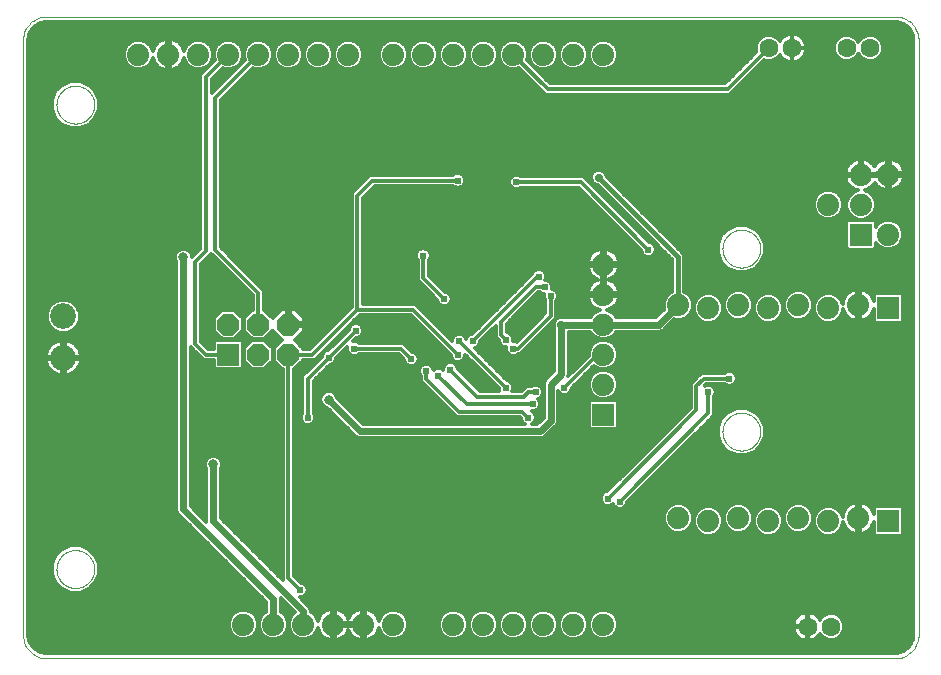
<source format=gbl>
G75*
%MOIN*%
%OFA0B0*%
%FSLAX25Y25*%
%IPPOS*%
%LPD*%
%AMOC8*
5,1,8,0,0,1.08239X$1,22.5*
%
%ADD10C,0.00394*%
%ADD11C,0.00000*%
%ADD12R,0.07400X0.07400*%
%ADD13OC8,0.07400*%
%ADD14C,0.07400*%
%ADD15C,0.08600*%
%ADD16C,0.06299*%
%ADD17C,0.02400*%
%ADD18C,0.01200*%
%ADD19C,0.01400*%
%ADD20C,0.03200*%
%ADD21C,0.02400*%
%ADD22C,0.02800*%
%ADD23C,0.01600*%
D10*
X0012314Y0008797D02*
X0011600Y0009511D01*
X0011277Y0009901D01*
X0010993Y0010321D01*
X0010710Y0010740D01*
X0010465Y0011187D01*
X0010065Y0012128D01*
X0009910Y0012622D01*
X0009805Y0013133D01*
X0009699Y0013645D01*
X0009644Y0014174D01*
X0009644Y0213440D01*
X0009699Y0213969D01*
X0009805Y0214481D01*
X0009910Y0214992D01*
X0010065Y0215486D01*
X0010465Y0216427D01*
X0010710Y0216874D01*
X0010993Y0217294D01*
X0011277Y0217713D01*
X0011600Y0218103D01*
X0012314Y0218817D01*
X0012704Y0219140D01*
X0013123Y0219424D01*
X0013542Y0219707D01*
X0013990Y0219952D01*
X0014931Y0220352D01*
X0015425Y0220507D01*
X0015936Y0220612D01*
X0016448Y0220718D01*
X0016977Y0220773D01*
X0300832Y0220773D01*
X0301361Y0220718D01*
X0301872Y0220612D01*
X0302383Y0220507D01*
X0302877Y0220352D01*
X0303818Y0219952D01*
X0304266Y0219707D01*
X0304685Y0219424D01*
X0305104Y0219140D01*
X0305495Y0218817D01*
X0306208Y0218103D01*
X0306531Y0217713D01*
X0306815Y0217294D01*
X0307099Y0216874D01*
X0307343Y0216427D01*
X0307743Y0215486D01*
X0307898Y0214992D01*
X0308004Y0214481D01*
X0308109Y0213969D01*
X0308164Y0213440D01*
X0308164Y0014174D01*
X0308109Y0013645D01*
X0308004Y0013133D01*
X0307898Y0012622D01*
X0307743Y0012128D01*
X0307343Y0011187D01*
X0307099Y0010740D01*
X0306815Y0010321D01*
X0306531Y0009901D01*
X0306208Y0009511D01*
X0305495Y0008797D01*
X0305104Y0008474D01*
X0304685Y0008191D01*
X0304266Y0007907D01*
X0303818Y0007662D01*
X0302877Y0007262D01*
X0302383Y0007107D01*
X0301872Y0007002D01*
X0301361Y0006896D01*
X0300832Y0006841D01*
X0016977Y0006841D01*
X0016448Y0006896D01*
X0015936Y0007002D01*
X0015425Y0007107D01*
X0014931Y0007262D01*
X0013990Y0007662D01*
X0013542Y0007907D01*
X0013123Y0008191D01*
X0012704Y0008474D01*
X0012314Y0008797D01*
D11*
X0020801Y0036600D02*
X0020803Y0036758D01*
X0020809Y0036916D01*
X0020819Y0037074D01*
X0020833Y0037232D01*
X0020851Y0037389D01*
X0020872Y0037546D01*
X0020898Y0037702D01*
X0020928Y0037858D01*
X0020961Y0038013D01*
X0020999Y0038166D01*
X0021040Y0038319D01*
X0021085Y0038471D01*
X0021134Y0038622D01*
X0021187Y0038771D01*
X0021243Y0038919D01*
X0021303Y0039065D01*
X0021367Y0039210D01*
X0021435Y0039353D01*
X0021506Y0039495D01*
X0021580Y0039635D01*
X0021658Y0039772D01*
X0021740Y0039908D01*
X0021824Y0040042D01*
X0021913Y0040173D01*
X0022004Y0040302D01*
X0022099Y0040429D01*
X0022196Y0040554D01*
X0022297Y0040676D01*
X0022401Y0040795D01*
X0022508Y0040912D01*
X0022618Y0041026D01*
X0022731Y0041137D01*
X0022846Y0041246D01*
X0022964Y0041351D01*
X0023085Y0041453D01*
X0023208Y0041553D01*
X0023334Y0041649D01*
X0023462Y0041742D01*
X0023592Y0041832D01*
X0023725Y0041918D01*
X0023860Y0042002D01*
X0023996Y0042081D01*
X0024135Y0042158D01*
X0024276Y0042230D01*
X0024418Y0042300D01*
X0024562Y0042365D01*
X0024708Y0042427D01*
X0024855Y0042485D01*
X0025004Y0042540D01*
X0025154Y0042591D01*
X0025305Y0042638D01*
X0025457Y0042681D01*
X0025610Y0042720D01*
X0025765Y0042756D01*
X0025920Y0042787D01*
X0026076Y0042815D01*
X0026232Y0042839D01*
X0026389Y0042859D01*
X0026547Y0042875D01*
X0026704Y0042887D01*
X0026863Y0042895D01*
X0027021Y0042899D01*
X0027179Y0042899D01*
X0027337Y0042895D01*
X0027496Y0042887D01*
X0027653Y0042875D01*
X0027811Y0042859D01*
X0027968Y0042839D01*
X0028124Y0042815D01*
X0028280Y0042787D01*
X0028435Y0042756D01*
X0028590Y0042720D01*
X0028743Y0042681D01*
X0028895Y0042638D01*
X0029046Y0042591D01*
X0029196Y0042540D01*
X0029345Y0042485D01*
X0029492Y0042427D01*
X0029638Y0042365D01*
X0029782Y0042300D01*
X0029924Y0042230D01*
X0030065Y0042158D01*
X0030204Y0042081D01*
X0030340Y0042002D01*
X0030475Y0041918D01*
X0030608Y0041832D01*
X0030738Y0041742D01*
X0030866Y0041649D01*
X0030992Y0041553D01*
X0031115Y0041453D01*
X0031236Y0041351D01*
X0031354Y0041246D01*
X0031469Y0041137D01*
X0031582Y0041026D01*
X0031692Y0040912D01*
X0031799Y0040795D01*
X0031903Y0040676D01*
X0032004Y0040554D01*
X0032101Y0040429D01*
X0032196Y0040302D01*
X0032287Y0040173D01*
X0032376Y0040042D01*
X0032460Y0039908D01*
X0032542Y0039772D01*
X0032620Y0039635D01*
X0032694Y0039495D01*
X0032765Y0039353D01*
X0032833Y0039210D01*
X0032897Y0039065D01*
X0032957Y0038919D01*
X0033013Y0038771D01*
X0033066Y0038622D01*
X0033115Y0038471D01*
X0033160Y0038319D01*
X0033201Y0038166D01*
X0033239Y0038013D01*
X0033272Y0037858D01*
X0033302Y0037702D01*
X0033328Y0037546D01*
X0033349Y0037389D01*
X0033367Y0037232D01*
X0033381Y0037074D01*
X0033391Y0036916D01*
X0033397Y0036758D01*
X0033399Y0036600D01*
X0033397Y0036442D01*
X0033391Y0036284D01*
X0033381Y0036126D01*
X0033367Y0035968D01*
X0033349Y0035811D01*
X0033328Y0035654D01*
X0033302Y0035498D01*
X0033272Y0035342D01*
X0033239Y0035187D01*
X0033201Y0035034D01*
X0033160Y0034881D01*
X0033115Y0034729D01*
X0033066Y0034578D01*
X0033013Y0034429D01*
X0032957Y0034281D01*
X0032897Y0034135D01*
X0032833Y0033990D01*
X0032765Y0033847D01*
X0032694Y0033705D01*
X0032620Y0033565D01*
X0032542Y0033428D01*
X0032460Y0033292D01*
X0032376Y0033158D01*
X0032287Y0033027D01*
X0032196Y0032898D01*
X0032101Y0032771D01*
X0032004Y0032646D01*
X0031903Y0032524D01*
X0031799Y0032405D01*
X0031692Y0032288D01*
X0031582Y0032174D01*
X0031469Y0032063D01*
X0031354Y0031954D01*
X0031236Y0031849D01*
X0031115Y0031747D01*
X0030992Y0031647D01*
X0030866Y0031551D01*
X0030738Y0031458D01*
X0030608Y0031368D01*
X0030475Y0031282D01*
X0030340Y0031198D01*
X0030204Y0031119D01*
X0030065Y0031042D01*
X0029924Y0030970D01*
X0029782Y0030900D01*
X0029638Y0030835D01*
X0029492Y0030773D01*
X0029345Y0030715D01*
X0029196Y0030660D01*
X0029046Y0030609D01*
X0028895Y0030562D01*
X0028743Y0030519D01*
X0028590Y0030480D01*
X0028435Y0030444D01*
X0028280Y0030413D01*
X0028124Y0030385D01*
X0027968Y0030361D01*
X0027811Y0030341D01*
X0027653Y0030325D01*
X0027496Y0030313D01*
X0027337Y0030305D01*
X0027179Y0030301D01*
X0027021Y0030301D01*
X0026863Y0030305D01*
X0026704Y0030313D01*
X0026547Y0030325D01*
X0026389Y0030341D01*
X0026232Y0030361D01*
X0026076Y0030385D01*
X0025920Y0030413D01*
X0025765Y0030444D01*
X0025610Y0030480D01*
X0025457Y0030519D01*
X0025305Y0030562D01*
X0025154Y0030609D01*
X0025004Y0030660D01*
X0024855Y0030715D01*
X0024708Y0030773D01*
X0024562Y0030835D01*
X0024418Y0030900D01*
X0024276Y0030970D01*
X0024135Y0031042D01*
X0023996Y0031119D01*
X0023860Y0031198D01*
X0023725Y0031282D01*
X0023592Y0031368D01*
X0023462Y0031458D01*
X0023334Y0031551D01*
X0023208Y0031647D01*
X0023085Y0031747D01*
X0022964Y0031849D01*
X0022846Y0031954D01*
X0022731Y0032063D01*
X0022618Y0032174D01*
X0022508Y0032288D01*
X0022401Y0032405D01*
X0022297Y0032524D01*
X0022196Y0032646D01*
X0022099Y0032771D01*
X0022004Y0032898D01*
X0021913Y0033027D01*
X0021824Y0033158D01*
X0021740Y0033292D01*
X0021658Y0033428D01*
X0021580Y0033565D01*
X0021506Y0033705D01*
X0021435Y0033847D01*
X0021367Y0033990D01*
X0021303Y0034135D01*
X0021243Y0034281D01*
X0021187Y0034429D01*
X0021134Y0034578D01*
X0021085Y0034729D01*
X0021040Y0034881D01*
X0020999Y0035034D01*
X0020961Y0035187D01*
X0020928Y0035342D01*
X0020898Y0035498D01*
X0020872Y0035654D01*
X0020851Y0035811D01*
X0020833Y0035968D01*
X0020819Y0036126D01*
X0020809Y0036284D01*
X0020803Y0036442D01*
X0020801Y0036600D01*
X0020801Y0191400D02*
X0020803Y0191558D01*
X0020809Y0191716D01*
X0020819Y0191874D01*
X0020833Y0192032D01*
X0020851Y0192189D01*
X0020872Y0192346D01*
X0020898Y0192502D01*
X0020928Y0192658D01*
X0020961Y0192813D01*
X0020999Y0192966D01*
X0021040Y0193119D01*
X0021085Y0193271D01*
X0021134Y0193422D01*
X0021187Y0193571D01*
X0021243Y0193719D01*
X0021303Y0193865D01*
X0021367Y0194010D01*
X0021435Y0194153D01*
X0021506Y0194295D01*
X0021580Y0194435D01*
X0021658Y0194572D01*
X0021740Y0194708D01*
X0021824Y0194842D01*
X0021913Y0194973D01*
X0022004Y0195102D01*
X0022099Y0195229D01*
X0022196Y0195354D01*
X0022297Y0195476D01*
X0022401Y0195595D01*
X0022508Y0195712D01*
X0022618Y0195826D01*
X0022731Y0195937D01*
X0022846Y0196046D01*
X0022964Y0196151D01*
X0023085Y0196253D01*
X0023208Y0196353D01*
X0023334Y0196449D01*
X0023462Y0196542D01*
X0023592Y0196632D01*
X0023725Y0196718D01*
X0023860Y0196802D01*
X0023996Y0196881D01*
X0024135Y0196958D01*
X0024276Y0197030D01*
X0024418Y0197100D01*
X0024562Y0197165D01*
X0024708Y0197227D01*
X0024855Y0197285D01*
X0025004Y0197340D01*
X0025154Y0197391D01*
X0025305Y0197438D01*
X0025457Y0197481D01*
X0025610Y0197520D01*
X0025765Y0197556D01*
X0025920Y0197587D01*
X0026076Y0197615D01*
X0026232Y0197639D01*
X0026389Y0197659D01*
X0026547Y0197675D01*
X0026704Y0197687D01*
X0026863Y0197695D01*
X0027021Y0197699D01*
X0027179Y0197699D01*
X0027337Y0197695D01*
X0027496Y0197687D01*
X0027653Y0197675D01*
X0027811Y0197659D01*
X0027968Y0197639D01*
X0028124Y0197615D01*
X0028280Y0197587D01*
X0028435Y0197556D01*
X0028590Y0197520D01*
X0028743Y0197481D01*
X0028895Y0197438D01*
X0029046Y0197391D01*
X0029196Y0197340D01*
X0029345Y0197285D01*
X0029492Y0197227D01*
X0029638Y0197165D01*
X0029782Y0197100D01*
X0029924Y0197030D01*
X0030065Y0196958D01*
X0030204Y0196881D01*
X0030340Y0196802D01*
X0030475Y0196718D01*
X0030608Y0196632D01*
X0030738Y0196542D01*
X0030866Y0196449D01*
X0030992Y0196353D01*
X0031115Y0196253D01*
X0031236Y0196151D01*
X0031354Y0196046D01*
X0031469Y0195937D01*
X0031582Y0195826D01*
X0031692Y0195712D01*
X0031799Y0195595D01*
X0031903Y0195476D01*
X0032004Y0195354D01*
X0032101Y0195229D01*
X0032196Y0195102D01*
X0032287Y0194973D01*
X0032376Y0194842D01*
X0032460Y0194708D01*
X0032542Y0194572D01*
X0032620Y0194435D01*
X0032694Y0194295D01*
X0032765Y0194153D01*
X0032833Y0194010D01*
X0032897Y0193865D01*
X0032957Y0193719D01*
X0033013Y0193571D01*
X0033066Y0193422D01*
X0033115Y0193271D01*
X0033160Y0193119D01*
X0033201Y0192966D01*
X0033239Y0192813D01*
X0033272Y0192658D01*
X0033302Y0192502D01*
X0033328Y0192346D01*
X0033349Y0192189D01*
X0033367Y0192032D01*
X0033381Y0191874D01*
X0033391Y0191716D01*
X0033397Y0191558D01*
X0033399Y0191400D01*
X0033397Y0191242D01*
X0033391Y0191084D01*
X0033381Y0190926D01*
X0033367Y0190768D01*
X0033349Y0190611D01*
X0033328Y0190454D01*
X0033302Y0190298D01*
X0033272Y0190142D01*
X0033239Y0189987D01*
X0033201Y0189834D01*
X0033160Y0189681D01*
X0033115Y0189529D01*
X0033066Y0189378D01*
X0033013Y0189229D01*
X0032957Y0189081D01*
X0032897Y0188935D01*
X0032833Y0188790D01*
X0032765Y0188647D01*
X0032694Y0188505D01*
X0032620Y0188365D01*
X0032542Y0188228D01*
X0032460Y0188092D01*
X0032376Y0187958D01*
X0032287Y0187827D01*
X0032196Y0187698D01*
X0032101Y0187571D01*
X0032004Y0187446D01*
X0031903Y0187324D01*
X0031799Y0187205D01*
X0031692Y0187088D01*
X0031582Y0186974D01*
X0031469Y0186863D01*
X0031354Y0186754D01*
X0031236Y0186649D01*
X0031115Y0186547D01*
X0030992Y0186447D01*
X0030866Y0186351D01*
X0030738Y0186258D01*
X0030608Y0186168D01*
X0030475Y0186082D01*
X0030340Y0185998D01*
X0030204Y0185919D01*
X0030065Y0185842D01*
X0029924Y0185770D01*
X0029782Y0185700D01*
X0029638Y0185635D01*
X0029492Y0185573D01*
X0029345Y0185515D01*
X0029196Y0185460D01*
X0029046Y0185409D01*
X0028895Y0185362D01*
X0028743Y0185319D01*
X0028590Y0185280D01*
X0028435Y0185244D01*
X0028280Y0185213D01*
X0028124Y0185185D01*
X0027968Y0185161D01*
X0027811Y0185141D01*
X0027653Y0185125D01*
X0027496Y0185113D01*
X0027337Y0185105D01*
X0027179Y0185101D01*
X0027021Y0185101D01*
X0026863Y0185105D01*
X0026704Y0185113D01*
X0026547Y0185125D01*
X0026389Y0185141D01*
X0026232Y0185161D01*
X0026076Y0185185D01*
X0025920Y0185213D01*
X0025765Y0185244D01*
X0025610Y0185280D01*
X0025457Y0185319D01*
X0025305Y0185362D01*
X0025154Y0185409D01*
X0025004Y0185460D01*
X0024855Y0185515D01*
X0024708Y0185573D01*
X0024562Y0185635D01*
X0024418Y0185700D01*
X0024276Y0185770D01*
X0024135Y0185842D01*
X0023996Y0185919D01*
X0023860Y0185998D01*
X0023725Y0186082D01*
X0023592Y0186168D01*
X0023462Y0186258D01*
X0023334Y0186351D01*
X0023208Y0186447D01*
X0023085Y0186547D01*
X0022964Y0186649D01*
X0022846Y0186754D01*
X0022731Y0186863D01*
X0022618Y0186974D01*
X0022508Y0187088D01*
X0022401Y0187205D01*
X0022297Y0187324D01*
X0022196Y0187446D01*
X0022099Y0187571D01*
X0022004Y0187698D01*
X0021913Y0187827D01*
X0021824Y0187958D01*
X0021740Y0188092D01*
X0021658Y0188228D01*
X0021580Y0188365D01*
X0021506Y0188505D01*
X0021435Y0188647D01*
X0021367Y0188790D01*
X0021303Y0188935D01*
X0021243Y0189081D01*
X0021187Y0189229D01*
X0021134Y0189378D01*
X0021085Y0189529D01*
X0021040Y0189681D01*
X0020999Y0189834D01*
X0020961Y0189987D01*
X0020928Y0190142D01*
X0020898Y0190298D01*
X0020872Y0190454D01*
X0020851Y0190611D01*
X0020833Y0190768D01*
X0020819Y0190926D01*
X0020809Y0191084D01*
X0020803Y0191242D01*
X0020801Y0191400D01*
X0242801Y0143400D02*
X0242803Y0143558D01*
X0242809Y0143716D01*
X0242819Y0143874D01*
X0242833Y0144032D01*
X0242851Y0144189D01*
X0242872Y0144346D01*
X0242898Y0144502D01*
X0242928Y0144658D01*
X0242961Y0144813D01*
X0242999Y0144966D01*
X0243040Y0145119D01*
X0243085Y0145271D01*
X0243134Y0145422D01*
X0243187Y0145571D01*
X0243243Y0145719D01*
X0243303Y0145865D01*
X0243367Y0146010D01*
X0243435Y0146153D01*
X0243506Y0146295D01*
X0243580Y0146435D01*
X0243658Y0146572D01*
X0243740Y0146708D01*
X0243824Y0146842D01*
X0243913Y0146973D01*
X0244004Y0147102D01*
X0244099Y0147229D01*
X0244196Y0147354D01*
X0244297Y0147476D01*
X0244401Y0147595D01*
X0244508Y0147712D01*
X0244618Y0147826D01*
X0244731Y0147937D01*
X0244846Y0148046D01*
X0244964Y0148151D01*
X0245085Y0148253D01*
X0245208Y0148353D01*
X0245334Y0148449D01*
X0245462Y0148542D01*
X0245592Y0148632D01*
X0245725Y0148718D01*
X0245860Y0148802D01*
X0245996Y0148881D01*
X0246135Y0148958D01*
X0246276Y0149030D01*
X0246418Y0149100D01*
X0246562Y0149165D01*
X0246708Y0149227D01*
X0246855Y0149285D01*
X0247004Y0149340D01*
X0247154Y0149391D01*
X0247305Y0149438D01*
X0247457Y0149481D01*
X0247610Y0149520D01*
X0247765Y0149556D01*
X0247920Y0149587D01*
X0248076Y0149615D01*
X0248232Y0149639D01*
X0248389Y0149659D01*
X0248547Y0149675D01*
X0248704Y0149687D01*
X0248863Y0149695D01*
X0249021Y0149699D01*
X0249179Y0149699D01*
X0249337Y0149695D01*
X0249496Y0149687D01*
X0249653Y0149675D01*
X0249811Y0149659D01*
X0249968Y0149639D01*
X0250124Y0149615D01*
X0250280Y0149587D01*
X0250435Y0149556D01*
X0250590Y0149520D01*
X0250743Y0149481D01*
X0250895Y0149438D01*
X0251046Y0149391D01*
X0251196Y0149340D01*
X0251345Y0149285D01*
X0251492Y0149227D01*
X0251638Y0149165D01*
X0251782Y0149100D01*
X0251924Y0149030D01*
X0252065Y0148958D01*
X0252204Y0148881D01*
X0252340Y0148802D01*
X0252475Y0148718D01*
X0252608Y0148632D01*
X0252738Y0148542D01*
X0252866Y0148449D01*
X0252992Y0148353D01*
X0253115Y0148253D01*
X0253236Y0148151D01*
X0253354Y0148046D01*
X0253469Y0147937D01*
X0253582Y0147826D01*
X0253692Y0147712D01*
X0253799Y0147595D01*
X0253903Y0147476D01*
X0254004Y0147354D01*
X0254101Y0147229D01*
X0254196Y0147102D01*
X0254287Y0146973D01*
X0254376Y0146842D01*
X0254460Y0146708D01*
X0254542Y0146572D01*
X0254620Y0146435D01*
X0254694Y0146295D01*
X0254765Y0146153D01*
X0254833Y0146010D01*
X0254897Y0145865D01*
X0254957Y0145719D01*
X0255013Y0145571D01*
X0255066Y0145422D01*
X0255115Y0145271D01*
X0255160Y0145119D01*
X0255201Y0144966D01*
X0255239Y0144813D01*
X0255272Y0144658D01*
X0255302Y0144502D01*
X0255328Y0144346D01*
X0255349Y0144189D01*
X0255367Y0144032D01*
X0255381Y0143874D01*
X0255391Y0143716D01*
X0255397Y0143558D01*
X0255399Y0143400D01*
X0255397Y0143242D01*
X0255391Y0143084D01*
X0255381Y0142926D01*
X0255367Y0142768D01*
X0255349Y0142611D01*
X0255328Y0142454D01*
X0255302Y0142298D01*
X0255272Y0142142D01*
X0255239Y0141987D01*
X0255201Y0141834D01*
X0255160Y0141681D01*
X0255115Y0141529D01*
X0255066Y0141378D01*
X0255013Y0141229D01*
X0254957Y0141081D01*
X0254897Y0140935D01*
X0254833Y0140790D01*
X0254765Y0140647D01*
X0254694Y0140505D01*
X0254620Y0140365D01*
X0254542Y0140228D01*
X0254460Y0140092D01*
X0254376Y0139958D01*
X0254287Y0139827D01*
X0254196Y0139698D01*
X0254101Y0139571D01*
X0254004Y0139446D01*
X0253903Y0139324D01*
X0253799Y0139205D01*
X0253692Y0139088D01*
X0253582Y0138974D01*
X0253469Y0138863D01*
X0253354Y0138754D01*
X0253236Y0138649D01*
X0253115Y0138547D01*
X0252992Y0138447D01*
X0252866Y0138351D01*
X0252738Y0138258D01*
X0252608Y0138168D01*
X0252475Y0138082D01*
X0252340Y0137998D01*
X0252204Y0137919D01*
X0252065Y0137842D01*
X0251924Y0137770D01*
X0251782Y0137700D01*
X0251638Y0137635D01*
X0251492Y0137573D01*
X0251345Y0137515D01*
X0251196Y0137460D01*
X0251046Y0137409D01*
X0250895Y0137362D01*
X0250743Y0137319D01*
X0250590Y0137280D01*
X0250435Y0137244D01*
X0250280Y0137213D01*
X0250124Y0137185D01*
X0249968Y0137161D01*
X0249811Y0137141D01*
X0249653Y0137125D01*
X0249496Y0137113D01*
X0249337Y0137105D01*
X0249179Y0137101D01*
X0249021Y0137101D01*
X0248863Y0137105D01*
X0248704Y0137113D01*
X0248547Y0137125D01*
X0248389Y0137141D01*
X0248232Y0137161D01*
X0248076Y0137185D01*
X0247920Y0137213D01*
X0247765Y0137244D01*
X0247610Y0137280D01*
X0247457Y0137319D01*
X0247305Y0137362D01*
X0247154Y0137409D01*
X0247004Y0137460D01*
X0246855Y0137515D01*
X0246708Y0137573D01*
X0246562Y0137635D01*
X0246418Y0137700D01*
X0246276Y0137770D01*
X0246135Y0137842D01*
X0245996Y0137919D01*
X0245860Y0137998D01*
X0245725Y0138082D01*
X0245592Y0138168D01*
X0245462Y0138258D01*
X0245334Y0138351D01*
X0245208Y0138447D01*
X0245085Y0138547D01*
X0244964Y0138649D01*
X0244846Y0138754D01*
X0244731Y0138863D01*
X0244618Y0138974D01*
X0244508Y0139088D01*
X0244401Y0139205D01*
X0244297Y0139324D01*
X0244196Y0139446D01*
X0244099Y0139571D01*
X0244004Y0139698D01*
X0243913Y0139827D01*
X0243824Y0139958D01*
X0243740Y0140092D01*
X0243658Y0140228D01*
X0243580Y0140365D01*
X0243506Y0140505D01*
X0243435Y0140647D01*
X0243367Y0140790D01*
X0243303Y0140935D01*
X0243243Y0141081D01*
X0243187Y0141229D01*
X0243134Y0141378D01*
X0243085Y0141529D01*
X0243040Y0141681D01*
X0242999Y0141834D01*
X0242961Y0141987D01*
X0242928Y0142142D01*
X0242898Y0142298D01*
X0242872Y0142454D01*
X0242851Y0142611D01*
X0242833Y0142768D01*
X0242819Y0142926D01*
X0242809Y0143084D01*
X0242803Y0143242D01*
X0242801Y0143400D01*
X0242801Y0082400D02*
X0242803Y0082558D01*
X0242809Y0082716D01*
X0242819Y0082874D01*
X0242833Y0083032D01*
X0242851Y0083189D01*
X0242872Y0083346D01*
X0242898Y0083502D01*
X0242928Y0083658D01*
X0242961Y0083813D01*
X0242999Y0083966D01*
X0243040Y0084119D01*
X0243085Y0084271D01*
X0243134Y0084422D01*
X0243187Y0084571D01*
X0243243Y0084719D01*
X0243303Y0084865D01*
X0243367Y0085010D01*
X0243435Y0085153D01*
X0243506Y0085295D01*
X0243580Y0085435D01*
X0243658Y0085572D01*
X0243740Y0085708D01*
X0243824Y0085842D01*
X0243913Y0085973D01*
X0244004Y0086102D01*
X0244099Y0086229D01*
X0244196Y0086354D01*
X0244297Y0086476D01*
X0244401Y0086595D01*
X0244508Y0086712D01*
X0244618Y0086826D01*
X0244731Y0086937D01*
X0244846Y0087046D01*
X0244964Y0087151D01*
X0245085Y0087253D01*
X0245208Y0087353D01*
X0245334Y0087449D01*
X0245462Y0087542D01*
X0245592Y0087632D01*
X0245725Y0087718D01*
X0245860Y0087802D01*
X0245996Y0087881D01*
X0246135Y0087958D01*
X0246276Y0088030D01*
X0246418Y0088100D01*
X0246562Y0088165D01*
X0246708Y0088227D01*
X0246855Y0088285D01*
X0247004Y0088340D01*
X0247154Y0088391D01*
X0247305Y0088438D01*
X0247457Y0088481D01*
X0247610Y0088520D01*
X0247765Y0088556D01*
X0247920Y0088587D01*
X0248076Y0088615D01*
X0248232Y0088639D01*
X0248389Y0088659D01*
X0248547Y0088675D01*
X0248704Y0088687D01*
X0248863Y0088695D01*
X0249021Y0088699D01*
X0249179Y0088699D01*
X0249337Y0088695D01*
X0249496Y0088687D01*
X0249653Y0088675D01*
X0249811Y0088659D01*
X0249968Y0088639D01*
X0250124Y0088615D01*
X0250280Y0088587D01*
X0250435Y0088556D01*
X0250590Y0088520D01*
X0250743Y0088481D01*
X0250895Y0088438D01*
X0251046Y0088391D01*
X0251196Y0088340D01*
X0251345Y0088285D01*
X0251492Y0088227D01*
X0251638Y0088165D01*
X0251782Y0088100D01*
X0251924Y0088030D01*
X0252065Y0087958D01*
X0252204Y0087881D01*
X0252340Y0087802D01*
X0252475Y0087718D01*
X0252608Y0087632D01*
X0252738Y0087542D01*
X0252866Y0087449D01*
X0252992Y0087353D01*
X0253115Y0087253D01*
X0253236Y0087151D01*
X0253354Y0087046D01*
X0253469Y0086937D01*
X0253582Y0086826D01*
X0253692Y0086712D01*
X0253799Y0086595D01*
X0253903Y0086476D01*
X0254004Y0086354D01*
X0254101Y0086229D01*
X0254196Y0086102D01*
X0254287Y0085973D01*
X0254376Y0085842D01*
X0254460Y0085708D01*
X0254542Y0085572D01*
X0254620Y0085435D01*
X0254694Y0085295D01*
X0254765Y0085153D01*
X0254833Y0085010D01*
X0254897Y0084865D01*
X0254957Y0084719D01*
X0255013Y0084571D01*
X0255066Y0084422D01*
X0255115Y0084271D01*
X0255160Y0084119D01*
X0255201Y0083966D01*
X0255239Y0083813D01*
X0255272Y0083658D01*
X0255302Y0083502D01*
X0255328Y0083346D01*
X0255349Y0083189D01*
X0255367Y0083032D01*
X0255381Y0082874D01*
X0255391Y0082716D01*
X0255397Y0082558D01*
X0255399Y0082400D01*
X0255397Y0082242D01*
X0255391Y0082084D01*
X0255381Y0081926D01*
X0255367Y0081768D01*
X0255349Y0081611D01*
X0255328Y0081454D01*
X0255302Y0081298D01*
X0255272Y0081142D01*
X0255239Y0080987D01*
X0255201Y0080834D01*
X0255160Y0080681D01*
X0255115Y0080529D01*
X0255066Y0080378D01*
X0255013Y0080229D01*
X0254957Y0080081D01*
X0254897Y0079935D01*
X0254833Y0079790D01*
X0254765Y0079647D01*
X0254694Y0079505D01*
X0254620Y0079365D01*
X0254542Y0079228D01*
X0254460Y0079092D01*
X0254376Y0078958D01*
X0254287Y0078827D01*
X0254196Y0078698D01*
X0254101Y0078571D01*
X0254004Y0078446D01*
X0253903Y0078324D01*
X0253799Y0078205D01*
X0253692Y0078088D01*
X0253582Y0077974D01*
X0253469Y0077863D01*
X0253354Y0077754D01*
X0253236Y0077649D01*
X0253115Y0077547D01*
X0252992Y0077447D01*
X0252866Y0077351D01*
X0252738Y0077258D01*
X0252608Y0077168D01*
X0252475Y0077082D01*
X0252340Y0076998D01*
X0252204Y0076919D01*
X0252065Y0076842D01*
X0251924Y0076770D01*
X0251782Y0076700D01*
X0251638Y0076635D01*
X0251492Y0076573D01*
X0251345Y0076515D01*
X0251196Y0076460D01*
X0251046Y0076409D01*
X0250895Y0076362D01*
X0250743Y0076319D01*
X0250590Y0076280D01*
X0250435Y0076244D01*
X0250280Y0076213D01*
X0250124Y0076185D01*
X0249968Y0076161D01*
X0249811Y0076141D01*
X0249653Y0076125D01*
X0249496Y0076113D01*
X0249337Y0076105D01*
X0249179Y0076101D01*
X0249021Y0076101D01*
X0248863Y0076105D01*
X0248704Y0076113D01*
X0248547Y0076125D01*
X0248389Y0076141D01*
X0248232Y0076161D01*
X0248076Y0076185D01*
X0247920Y0076213D01*
X0247765Y0076244D01*
X0247610Y0076280D01*
X0247457Y0076319D01*
X0247305Y0076362D01*
X0247154Y0076409D01*
X0247004Y0076460D01*
X0246855Y0076515D01*
X0246708Y0076573D01*
X0246562Y0076635D01*
X0246418Y0076700D01*
X0246276Y0076770D01*
X0246135Y0076842D01*
X0245996Y0076919D01*
X0245860Y0076998D01*
X0245725Y0077082D01*
X0245592Y0077168D01*
X0245462Y0077258D01*
X0245334Y0077351D01*
X0245208Y0077447D01*
X0245085Y0077547D01*
X0244964Y0077649D01*
X0244846Y0077754D01*
X0244731Y0077863D01*
X0244618Y0077974D01*
X0244508Y0078088D01*
X0244401Y0078205D01*
X0244297Y0078324D01*
X0244196Y0078446D01*
X0244099Y0078571D01*
X0244004Y0078698D01*
X0243913Y0078827D01*
X0243824Y0078958D01*
X0243740Y0079092D01*
X0243658Y0079228D01*
X0243580Y0079365D01*
X0243506Y0079505D01*
X0243435Y0079647D01*
X0243367Y0079790D01*
X0243303Y0079935D01*
X0243243Y0080081D01*
X0243187Y0080229D01*
X0243134Y0080378D01*
X0243085Y0080529D01*
X0243040Y0080681D01*
X0242999Y0080834D01*
X0242961Y0080987D01*
X0242928Y0081142D01*
X0242898Y0081298D01*
X0242872Y0081454D01*
X0242851Y0081611D01*
X0242833Y0081768D01*
X0242819Y0081926D01*
X0242809Y0082084D01*
X0242803Y0082242D01*
X0242801Y0082400D01*
D12*
X0203100Y0088100D03*
X0289000Y0148000D03*
X0298100Y0123600D03*
X0298100Y0052600D03*
X0078100Y0108100D03*
D13*
X0088100Y0108100D03*
X0098100Y0108100D03*
X0098100Y0118100D03*
X0088100Y0118100D03*
X0078100Y0118100D03*
D14*
X0078100Y0208100D03*
X0068100Y0208100D03*
X0058100Y0208100D03*
X0048100Y0208100D03*
X0088100Y0208100D03*
X0098100Y0208100D03*
X0108100Y0208100D03*
X0118100Y0208100D03*
X0133100Y0208100D03*
X0143100Y0208100D03*
X0153100Y0208100D03*
X0163100Y0208100D03*
X0173100Y0208100D03*
X0183100Y0208100D03*
X0193100Y0208100D03*
X0203100Y0208100D03*
X0278100Y0158100D03*
X0289000Y0158000D03*
X0289000Y0168000D03*
X0298100Y0168100D03*
X0298100Y0148100D03*
X0288100Y0124600D03*
X0278100Y0123600D03*
X0268100Y0124600D03*
X0258100Y0123600D03*
X0248100Y0124600D03*
X0238100Y0123600D03*
X0228100Y0124600D03*
X0203100Y0128100D03*
X0203100Y0138100D03*
X0203100Y0118100D03*
X0203100Y0108100D03*
X0203100Y0098100D03*
X0228100Y0053600D03*
X0238100Y0052600D03*
X0248100Y0053600D03*
X0258100Y0052600D03*
X0268100Y0053600D03*
X0278100Y0052600D03*
X0288100Y0053600D03*
X0203100Y0018100D03*
X0193100Y0018100D03*
X0183100Y0018100D03*
X0173100Y0018100D03*
X0163100Y0018100D03*
X0153100Y0018100D03*
X0133100Y0018100D03*
X0123100Y0018100D03*
X0113100Y0018100D03*
X0103100Y0018100D03*
X0093100Y0018100D03*
X0083100Y0018100D03*
D15*
X0023100Y0107013D03*
X0023100Y0120793D03*
D16*
X0258163Y0210265D03*
X0266037Y0210265D03*
X0284163Y0210265D03*
X0292037Y0210265D03*
X0279037Y0017435D03*
X0271163Y0017435D03*
D17*
X0246900Y0017900D03*
X0242900Y0017900D03*
X0242900Y0021900D03*
X0246900Y0021900D03*
X0229900Y0021900D03*
X0229900Y0017900D03*
X0225900Y0017900D03*
X0225900Y0021900D03*
X0208600Y0059100D03*
X0204600Y0060100D03*
X0178100Y0087100D03*
X0179600Y0091600D03*
X0180600Y0095600D03*
X0190100Y0097100D03*
X0170600Y0097100D03*
X0154600Y0108100D03*
X0155100Y0112600D03*
X0159600Y0112600D03*
X0170600Y0113100D03*
X0173100Y0110100D03*
X0173900Y0116400D03*
X0176900Y0119400D03*
X0179900Y0122400D03*
X0185600Y0127600D03*
X0183600Y0130600D03*
X0181600Y0134100D03*
X0174900Y0150400D03*
X0170900Y0150400D03*
X0170900Y0154400D03*
X0174900Y0154400D03*
X0174100Y0165600D03*
X0154600Y0166100D03*
X0143100Y0141100D03*
X0150100Y0126600D03*
X0156100Y0123100D03*
X0143600Y0123600D03*
X0132600Y0113100D03*
X0139100Y0106600D03*
X0144100Y0102600D03*
X0148100Y0101100D03*
X0152100Y0103100D03*
X0129100Y0100600D03*
X0120100Y0110100D03*
X0120600Y0116100D03*
X0111600Y0107100D03*
X0104600Y0087100D03*
X0092900Y0077400D03*
X0087900Y0077400D03*
X0082900Y0077400D03*
X0082900Y0063400D03*
X0087900Y0063400D03*
X0092900Y0063400D03*
X0092900Y0050400D03*
X0087900Y0050400D03*
X0082900Y0050400D03*
X0102100Y0029600D03*
X0138900Y0059400D03*
X0142900Y0059400D03*
X0142900Y0063400D03*
X0138900Y0063400D03*
X0124100Y0082600D03*
X0218100Y0143100D03*
X0239400Y0163400D03*
X0235900Y0170900D03*
X0250900Y0175900D03*
X0254900Y0175900D03*
X0254900Y0179400D03*
X0250900Y0179400D03*
X0252900Y0168400D03*
X0288400Y0198400D03*
X0288400Y0202400D03*
X0225900Y0204400D03*
X0221900Y0204400D03*
X0221900Y0208400D03*
X0225900Y0208400D03*
X0245100Y0100100D03*
X0238100Y0095600D03*
X0273900Y0094900D03*
X0273900Y0090900D03*
X0273900Y0086900D03*
X0273900Y0082900D03*
X0273900Y0078900D03*
X0277900Y0078900D03*
X0281900Y0078900D03*
X0281900Y0082900D03*
X0281900Y0086900D03*
X0277900Y0086900D03*
X0277900Y0082900D03*
X0277900Y0090900D03*
X0281900Y0090900D03*
X0281900Y0094900D03*
X0277900Y0094900D03*
X0025900Y0021400D03*
X0025900Y0017400D03*
X0021900Y0017400D03*
X0021900Y0021400D03*
X0021900Y0204400D03*
X0021900Y0208400D03*
X0025900Y0208400D03*
X0025900Y0204400D03*
D18*
X0025529Y0199299D02*
X0022625Y0198097D01*
X0020403Y0195875D01*
X0019201Y0192971D01*
X0019201Y0189829D01*
X0020403Y0186925D01*
X0022625Y0184703D01*
X0025529Y0183501D01*
X0028671Y0183501D01*
X0031575Y0184703D01*
X0033797Y0186925D01*
X0034999Y0189829D01*
X0034999Y0192971D01*
X0033797Y0195875D01*
X0031575Y0198097D01*
X0028671Y0199299D01*
X0025529Y0199299D01*
X0023727Y0198553D02*
X0011441Y0198553D01*
X0011441Y0199751D02*
X0068700Y0199751D01*
X0068700Y0198553D02*
X0030473Y0198553D01*
X0032317Y0197354D02*
X0068700Y0197354D01*
X0068700Y0196156D02*
X0033515Y0196156D01*
X0034177Y0194957D02*
X0068700Y0194957D01*
X0068700Y0193759D02*
X0034673Y0193759D01*
X0034999Y0192560D02*
X0068700Y0192560D01*
X0068700Y0191362D02*
X0034999Y0191362D01*
X0034999Y0190163D02*
X0068700Y0190163D01*
X0068700Y0188965D02*
X0034641Y0188965D01*
X0034145Y0187766D02*
X0068700Y0187766D01*
X0068700Y0186568D02*
X0033439Y0186568D01*
X0032240Y0185369D02*
X0068700Y0185369D01*
X0068700Y0184171D02*
X0030289Y0184171D01*
X0023911Y0184171D02*
X0011441Y0184171D01*
X0011441Y0185369D02*
X0021960Y0185369D01*
X0020761Y0186568D02*
X0011441Y0186568D01*
X0011441Y0187766D02*
X0020055Y0187766D01*
X0019559Y0188965D02*
X0011441Y0188965D01*
X0011441Y0190163D02*
X0019201Y0190163D01*
X0019201Y0191362D02*
X0011441Y0191362D01*
X0011441Y0192560D02*
X0019201Y0192560D01*
X0019527Y0193759D02*
X0011441Y0193759D01*
X0011441Y0194957D02*
X0020023Y0194957D01*
X0020685Y0196156D02*
X0011441Y0196156D01*
X0011441Y0197354D02*
X0021883Y0197354D01*
X0011441Y0200950D02*
X0068700Y0200950D01*
X0068700Y0201387D02*
X0068700Y0143387D01*
X0065900Y0140587D01*
X0065900Y0141157D01*
X0065474Y0142186D01*
X0064686Y0142974D01*
X0063657Y0143400D01*
X0062543Y0143400D01*
X0061514Y0142974D01*
X0060726Y0142186D01*
X0060300Y0141157D01*
X0060300Y0140043D01*
X0060700Y0139077D01*
X0060700Y0056123D01*
X0061065Y0055241D01*
X0090700Y0025606D01*
X0090700Y0022410D01*
X0090324Y0022254D01*
X0088946Y0020876D01*
X0088200Y0019075D01*
X0088200Y0017125D01*
X0088946Y0015324D01*
X0090324Y0013946D01*
X0092125Y0013200D01*
X0094075Y0013200D01*
X0095876Y0013946D01*
X0097254Y0015324D01*
X0098000Y0017125D01*
X0098000Y0019075D01*
X0097254Y0020876D01*
X0095876Y0022254D01*
X0095500Y0022410D01*
X0095500Y0026806D01*
X0100188Y0022118D01*
X0098946Y0020876D01*
X0098200Y0019075D01*
X0098200Y0017125D01*
X0098946Y0015324D01*
X0100324Y0013946D01*
X0102125Y0013200D01*
X0104075Y0013200D01*
X0105876Y0013946D01*
X0107254Y0015324D01*
X0107919Y0016930D01*
X0107930Y0016859D01*
X0108188Y0016066D01*
X0108567Y0015322D01*
X0109057Y0014647D01*
X0109647Y0014057D01*
X0110322Y0013567D01*
X0111066Y0013188D01*
X0111859Y0012930D01*
X0112683Y0012800D01*
X0112700Y0012800D01*
X0112700Y0017700D01*
X0113500Y0017700D01*
X0113500Y0018500D01*
X0112700Y0018500D01*
X0112700Y0023400D01*
X0112683Y0023400D01*
X0111859Y0023269D01*
X0111066Y0023012D01*
X0110322Y0022633D01*
X0109647Y0022143D01*
X0109057Y0021553D01*
X0108567Y0020878D01*
X0108188Y0020134D01*
X0107930Y0019341D01*
X0107919Y0019270D01*
X0107254Y0020876D01*
X0105876Y0022254D01*
X0105500Y0022410D01*
X0105500Y0023077D01*
X0105135Y0023959D01*
X0104459Y0024635D01*
X0101894Y0027200D01*
X0102577Y0027200D01*
X0103459Y0027565D01*
X0104135Y0028241D01*
X0104500Y0029123D01*
X0104500Y0030077D01*
X0104135Y0030959D01*
X0103459Y0031635D01*
X0102577Y0032000D01*
X0102387Y0032000D01*
X0100000Y0034387D01*
X0100000Y0103200D01*
X0100130Y0103200D01*
X0103000Y0106070D01*
X0103000Y0106200D01*
X0106887Y0106200D01*
X0121887Y0121200D01*
X0138813Y0121200D01*
X0152200Y0107813D01*
X0152200Y0107623D01*
X0152565Y0106741D01*
X0153241Y0106065D01*
X0154123Y0105700D01*
X0155077Y0105700D01*
X0155959Y0106065D01*
X0156635Y0106741D01*
X0157000Y0107623D01*
X0157000Y0108013D01*
X0168200Y0096813D01*
X0168200Y0096623D01*
X0168458Y0096000D01*
X0161887Y0096000D01*
X0154500Y0103387D01*
X0154500Y0103577D01*
X0154135Y0104459D01*
X0153459Y0105135D01*
X0152577Y0105500D01*
X0151623Y0105500D01*
X0150741Y0105135D01*
X0150065Y0104459D01*
X0149700Y0103577D01*
X0149700Y0102894D01*
X0149459Y0103135D01*
X0148577Y0103500D01*
X0147623Y0103500D01*
X0146741Y0103135D01*
X0146500Y0102894D01*
X0146500Y0103077D01*
X0146135Y0103959D01*
X0145459Y0104635D01*
X0144577Y0105000D01*
X0143623Y0105000D01*
X0142741Y0104635D01*
X0142065Y0103959D01*
X0141700Y0103077D01*
X0141700Y0102123D01*
X0142065Y0101241D01*
X0142200Y0101106D01*
X0142200Y0099313D01*
X0153200Y0088313D01*
X0154313Y0087200D01*
X0175313Y0087200D01*
X0175700Y0086813D01*
X0175700Y0086623D01*
X0176065Y0085741D01*
X0176741Y0085065D01*
X0176898Y0085000D01*
X0123094Y0085000D01*
X0114374Y0093720D01*
X0113974Y0094686D01*
X0113186Y0095474D01*
X0112157Y0095900D01*
X0111043Y0095900D01*
X0110014Y0095474D01*
X0109226Y0094686D01*
X0108800Y0093657D01*
X0108800Y0092543D01*
X0109226Y0091514D01*
X0110014Y0090726D01*
X0110980Y0090326D01*
X0120741Y0080565D01*
X0121623Y0080200D01*
X0182577Y0080200D01*
X0183459Y0080565D01*
X0184135Y0081241D01*
X0187635Y0084741D01*
X0188000Y0085623D01*
X0188000Y0095898D01*
X0188065Y0095741D01*
X0188741Y0095065D01*
X0189623Y0094700D01*
X0190577Y0094700D01*
X0191459Y0095065D01*
X0192135Y0095741D01*
X0192500Y0096623D01*
X0192500Y0096954D01*
X0199908Y0104362D01*
X0200324Y0103946D01*
X0202125Y0103200D01*
X0204075Y0103200D01*
X0205876Y0103946D01*
X0207254Y0105324D01*
X0208000Y0107125D01*
X0208000Y0109075D01*
X0207254Y0110876D01*
X0205876Y0112254D01*
X0204075Y0113000D01*
X0202125Y0113000D01*
X0200324Y0112254D01*
X0198946Y0110876D01*
X0198200Y0109075D01*
X0198200Y0107746D01*
X0191445Y0100991D01*
X0191500Y0101123D01*
X0191500Y0115700D01*
X0198790Y0115700D01*
X0198946Y0115324D01*
X0200324Y0113946D01*
X0202125Y0113200D01*
X0204075Y0113200D01*
X0205876Y0113946D01*
X0207254Y0115324D01*
X0207410Y0115700D01*
X0222077Y0115700D01*
X0222959Y0116065D01*
X0226750Y0119856D01*
X0227125Y0119700D01*
X0229075Y0119700D01*
X0230876Y0120446D01*
X0232254Y0121824D01*
X0233000Y0123625D01*
X0233000Y0125575D01*
X0232254Y0127376D01*
X0230876Y0128754D01*
X0230100Y0129075D01*
X0230100Y0141428D01*
X0228928Y0142600D01*
X0204200Y0167328D01*
X0204200Y0167617D01*
X0203804Y0168573D01*
X0203073Y0169304D01*
X0202117Y0169700D01*
X0201083Y0169700D01*
X0200127Y0169304D01*
X0199396Y0168573D01*
X0199000Y0167617D01*
X0199000Y0166583D01*
X0199396Y0165627D01*
X0200127Y0164896D01*
X0201083Y0164500D01*
X0201372Y0164500D01*
X0226100Y0139772D01*
X0226100Y0129075D01*
X0225324Y0128754D01*
X0223946Y0127376D01*
X0223200Y0125575D01*
X0223200Y0123625D01*
X0223356Y0123250D01*
X0220606Y0120500D01*
X0207410Y0120500D01*
X0207254Y0120876D01*
X0205876Y0122254D01*
X0204270Y0122919D01*
X0204341Y0122930D01*
X0205134Y0123188D01*
X0205878Y0123567D01*
X0206553Y0124057D01*
X0207143Y0124647D01*
X0207633Y0125322D01*
X0208012Y0126066D01*
X0208269Y0126859D01*
X0208400Y0127683D01*
X0208400Y0127700D01*
X0203500Y0127700D01*
X0203500Y0128500D01*
X0208400Y0128500D01*
X0208400Y0128517D01*
X0208269Y0129341D01*
X0208012Y0130134D01*
X0207633Y0130878D01*
X0207143Y0131553D01*
X0206553Y0132143D01*
X0205878Y0132633D01*
X0205134Y0133012D01*
X0204863Y0133100D01*
X0205134Y0133188D01*
X0205878Y0133567D01*
X0206553Y0134057D01*
X0207143Y0134647D01*
X0207633Y0135322D01*
X0208012Y0136066D01*
X0208269Y0136859D01*
X0208400Y0137683D01*
X0208400Y0137700D01*
X0203500Y0137700D01*
X0203500Y0138500D01*
X0202700Y0138500D01*
X0202700Y0143400D01*
X0202683Y0143400D01*
X0201859Y0143269D01*
X0201066Y0143012D01*
X0200322Y0142633D01*
X0199647Y0142143D01*
X0199057Y0141553D01*
X0198567Y0140878D01*
X0198188Y0140134D01*
X0197930Y0139341D01*
X0197800Y0138517D01*
X0197800Y0138500D01*
X0202700Y0138500D01*
X0202700Y0137700D01*
X0197800Y0137700D01*
X0197800Y0137683D01*
X0197930Y0136859D01*
X0198188Y0136066D01*
X0198567Y0135322D01*
X0199057Y0134647D01*
X0199647Y0134057D01*
X0200322Y0133567D01*
X0201066Y0133188D01*
X0201337Y0133100D01*
X0201066Y0133012D01*
X0200322Y0132633D01*
X0199647Y0132143D01*
X0199057Y0131553D01*
X0198567Y0130878D01*
X0198188Y0130134D01*
X0197930Y0129341D01*
X0197800Y0128517D01*
X0197800Y0128500D01*
X0202700Y0128500D01*
X0202700Y0137700D01*
X0203500Y0137700D01*
X0203500Y0132800D01*
X0203500Y0128500D01*
X0202700Y0128500D01*
X0202700Y0127700D01*
X0197800Y0127700D01*
X0197800Y0127683D01*
X0197930Y0126859D01*
X0198188Y0126066D01*
X0198567Y0125322D01*
X0199057Y0124647D01*
X0199647Y0124057D01*
X0200322Y0123567D01*
X0201066Y0123188D01*
X0201859Y0122930D01*
X0201930Y0122919D01*
X0200324Y0122254D01*
X0198946Y0120876D01*
X0198790Y0120500D01*
X0190100Y0120500D01*
X0189617Y0120700D01*
X0188583Y0120700D01*
X0187627Y0120304D01*
X0186896Y0119573D01*
X0186500Y0118617D01*
X0186500Y0117583D01*
X0186700Y0117100D01*
X0186700Y0102594D01*
X0184241Y0100135D01*
X0183565Y0099459D01*
X0183200Y0098577D01*
X0183200Y0087094D01*
X0181106Y0085000D01*
X0179302Y0085000D01*
X0179459Y0085065D01*
X0180135Y0085741D01*
X0180500Y0086623D01*
X0180500Y0087577D01*
X0180135Y0088459D01*
X0179459Y0089135D01*
X0179302Y0089200D01*
X0180077Y0089200D01*
X0180959Y0089565D01*
X0181635Y0090241D01*
X0182000Y0091123D01*
X0182000Y0092077D01*
X0181635Y0092959D01*
X0181301Y0093293D01*
X0181959Y0093565D01*
X0182635Y0094241D01*
X0183000Y0095123D01*
X0183000Y0096077D01*
X0182635Y0096959D01*
X0181959Y0097635D01*
X0181077Y0098000D01*
X0180123Y0098000D01*
X0179241Y0097635D01*
X0179106Y0097500D01*
X0177313Y0097500D01*
X0175813Y0096000D01*
X0172742Y0096000D01*
X0173000Y0096623D01*
X0173000Y0097577D01*
X0172635Y0098459D01*
X0171959Y0099135D01*
X0171077Y0099500D01*
X0170887Y0099500D01*
X0160155Y0110232D01*
X0160959Y0110565D01*
X0161635Y0111241D01*
X0162000Y0112123D01*
X0162000Y0112454D01*
X0167300Y0117754D01*
X0167300Y0113854D01*
X0168200Y0112954D01*
X0168200Y0112623D01*
X0168565Y0111741D01*
X0169241Y0111065D01*
X0170123Y0110700D01*
X0170751Y0110700D01*
X0170700Y0110577D01*
X0170700Y0109623D01*
X0171065Y0108741D01*
X0171741Y0108065D01*
X0172623Y0107700D01*
X0173577Y0107700D01*
X0174459Y0108065D01*
X0174694Y0108300D01*
X0175346Y0108300D01*
X0176400Y0109354D01*
X0187400Y0120354D01*
X0187400Y0126006D01*
X0187635Y0126241D01*
X0188000Y0127123D01*
X0188000Y0128077D01*
X0187635Y0128959D01*
X0186959Y0129635D01*
X0186077Y0130000D01*
X0185949Y0130000D01*
X0186000Y0130123D01*
X0186000Y0131077D01*
X0185635Y0131959D01*
X0184959Y0132635D01*
X0200326Y0132635D01*
X0199956Y0133833D02*
X0184000Y0133833D01*
X0184000Y0133623D02*
X0184000Y0134577D01*
X0183635Y0135459D01*
X0182959Y0136135D01*
X0182077Y0136500D01*
X0181123Y0136500D01*
X0180241Y0136135D01*
X0179565Y0135459D01*
X0179319Y0134865D01*
X0159454Y0115000D01*
X0159123Y0115000D01*
X0158241Y0114635D01*
X0157565Y0113959D01*
X0157350Y0113439D01*
X0157135Y0113959D01*
X0156459Y0114635D01*
X0155577Y0115000D01*
X0154623Y0115000D01*
X0153741Y0114635D01*
X0153065Y0113959D01*
X0152700Y0113077D01*
X0152700Y0112687D01*
X0140387Y0125000D01*
X0123000Y0125000D01*
X0123000Y0160313D01*
X0126887Y0164200D01*
X0153106Y0164200D01*
X0153241Y0164065D01*
X0154123Y0163700D01*
X0155077Y0163700D01*
X0155959Y0164065D01*
X0156635Y0164741D01*
X0157000Y0165623D01*
X0157000Y0166577D01*
X0156635Y0167459D01*
X0155959Y0168135D01*
X0155077Y0168500D01*
X0154123Y0168500D01*
X0153241Y0168135D01*
X0153106Y0168000D01*
X0125313Y0168000D01*
X0120313Y0163000D01*
X0119200Y0161887D01*
X0119200Y0123887D01*
X0105313Y0110000D01*
X0103000Y0110000D01*
X0103000Y0110130D01*
X0100312Y0112817D01*
X0103400Y0115905D01*
X0103400Y0117700D01*
X0098500Y0117700D01*
X0098500Y0118500D01*
X0097700Y0118500D01*
X0097700Y0123400D01*
X0095905Y0123400D01*
X0092817Y0120312D01*
X0090130Y0123000D01*
X0090000Y0123000D01*
X0090000Y0129387D01*
X0075500Y0143887D01*
X0075500Y0192813D01*
X0086250Y0203563D01*
X0087125Y0203200D01*
X0089075Y0203200D01*
X0090876Y0203946D01*
X0092254Y0205324D01*
X0093000Y0207125D01*
X0093000Y0209075D01*
X0092254Y0210876D01*
X0090876Y0212254D01*
X0089075Y0213000D01*
X0087125Y0213000D01*
X0085324Y0212254D01*
X0083946Y0210876D01*
X0083200Y0209075D01*
X0083200Y0207125D01*
X0083563Y0206250D01*
X0072500Y0195187D01*
X0072500Y0199813D01*
X0076250Y0203563D01*
X0077125Y0203200D01*
X0079075Y0203200D01*
X0080876Y0203946D01*
X0082254Y0205324D01*
X0083000Y0207125D01*
X0083000Y0209075D01*
X0082254Y0210876D01*
X0080876Y0212254D01*
X0079075Y0213000D01*
X0077125Y0213000D01*
X0075324Y0212254D01*
X0073946Y0210876D01*
X0073200Y0209075D01*
X0073200Y0207125D01*
X0073563Y0206250D01*
X0068700Y0201387D01*
X0069461Y0202148D02*
X0011441Y0202148D01*
X0011441Y0203347D02*
X0046771Y0203347D01*
X0047125Y0203200D02*
X0049075Y0203200D01*
X0050876Y0203946D01*
X0052254Y0205324D01*
X0052919Y0206930D01*
X0052930Y0206859D01*
X0053188Y0206066D01*
X0053567Y0205322D01*
X0054057Y0204647D01*
X0054647Y0204057D01*
X0055322Y0203567D01*
X0056066Y0203188D01*
X0056859Y0202930D01*
X0057683Y0202800D01*
X0057700Y0202800D01*
X0057700Y0207700D01*
X0058500Y0207700D01*
X0058500Y0202800D01*
X0058517Y0202800D01*
X0059341Y0202930D01*
X0060134Y0203188D01*
X0060878Y0203567D01*
X0061553Y0204057D01*
X0062143Y0204647D01*
X0062633Y0205322D01*
X0063012Y0206066D01*
X0063269Y0206859D01*
X0063281Y0206930D01*
X0063946Y0205324D01*
X0065324Y0203946D01*
X0067125Y0203200D01*
X0069075Y0203200D01*
X0070876Y0203946D01*
X0072254Y0205324D01*
X0073000Y0207125D01*
X0073000Y0209075D01*
X0072254Y0210876D01*
X0070876Y0212254D01*
X0069075Y0213000D01*
X0067125Y0213000D01*
X0065324Y0212254D01*
X0063946Y0210876D01*
X0063281Y0209270D01*
X0063269Y0209341D01*
X0063012Y0210134D01*
X0062633Y0210878D01*
X0062143Y0211553D01*
X0061553Y0212143D01*
X0060878Y0212633D01*
X0060134Y0213012D01*
X0059341Y0213269D01*
X0058517Y0213400D01*
X0058500Y0213400D01*
X0058500Y0208500D01*
X0057700Y0208500D01*
X0057700Y0213400D01*
X0057683Y0213400D01*
X0056859Y0213269D01*
X0056066Y0213012D01*
X0055322Y0212633D01*
X0054647Y0212143D01*
X0054057Y0211553D01*
X0053567Y0210878D01*
X0053188Y0210134D01*
X0052930Y0209341D01*
X0052919Y0209270D01*
X0052254Y0210876D01*
X0050876Y0212254D01*
X0049075Y0213000D01*
X0047125Y0213000D01*
X0045324Y0212254D01*
X0043946Y0210876D01*
X0043200Y0209075D01*
X0043200Y0207125D01*
X0043946Y0205324D01*
X0045324Y0203946D01*
X0047125Y0203200D01*
X0049429Y0203347D02*
X0055754Y0203347D01*
X0057700Y0203347D02*
X0058500Y0203347D01*
X0058500Y0204545D02*
X0057700Y0204545D01*
X0057700Y0205744D02*
X0058500Y0205744D01*
X0058500Y0206942D02*
X0057700Y0206942D01*
X0057700Y0209339D02*
X0058500Y0209339D01*
X0058500Y0210538D02*
X0057700Y0210538D01*
X0057700Y0211737D02*
X0058500Y0211737D01*
X0058500Y0212935D02*
X0057700Y0212935D01*
X0055915Y0212935D02*
X0049232Y0212935D01*
X0046968Y0212935D02*
X0011441Y0212935D01*
X0011441Y0213347D02*
X0011477Y0213694D01*
X0011577Y0214177D01*
X0011651Y0214540D01*
X0011753Y0214863D01*
X0012084Y0215643D01*
X0012245Y0215938D01*
X0012311Y0216035D01*
X0012717Y0216634D01*
X0012931Y0216893D01*
X0013524Y0217486D01*
X0013783Y0217700D01*
X0014174Y0217965D01*
X0014479Y0218171D01*
X0014774Y0218333D01*
X0015554Y0218664D01*
X0015877Y0218766D01*
X0016723Y0218940D01*
X0017070Y0218976D01*
X0300738Y0218976D01*
X0301085Y0218940D01*
X0301931Y0218766D01*
X0302255Y0218664D01*
X0303034Y0218333D01*
X0303329Y0218171D01*
X0303627Y0217970D01*
X0304025Y0217700D01*
X0304284Y0217486D01*
X0304877Y0216893D01*
X0305091Y0216634D01*
X0305518Y0216004D01*
X0305563Y0215938D01*
X0305724Y0215643D01*
X0306055Y0214863D01*
X0306157Y0214540D01*
X0306230Y0214185D01*
X0306331Y0213694D01*
X0306367Y0213347D01*
X0306367Y0014267D01*
X0306331Y0013920D01*
X0306232Y0013437D01*
X0306157Y0013074D01*
X0306055Y0012751D01*
X0305724Y0011971D01*
X0305563Y0011676D01*
X0305497Y0011579D01*
X0305091Y0010980D01*
X0304877Y0010721D01*
X0304284Y0010128D01*
X0304025Y0009914D01*
X0303634Y0009649D01*
X0303329Y0009443D01*
X0303034Y0009282D01*
X0302255Y0008950D01*
X0301931Y0008849D01*
X0301085Y0008674D01*
X0300738Y0008638D01*
X0017070Y0008638D01*
X0016723Y0008674D01*
X0015877Y0008849D01*
X0015554Y0008950D01*
X0014774Y0009282D01*
X0014479Y0009443D01*
X0014181Y0009644D01*
X0013783Y0009914D01*
X0013524Y0010128D01*
X0012931Y0010721D01*
X0012717Y0010980D01*
X0012290Y0011610D01*
X0012245Y0011676D01*
X0012084Y0011971D01*
X0011753Y0012751D01*
X0011651Y0013074D01*
X0011551Y0013562D01*
X0011477Y0013920D01*
X0011441Y0014267D01*
X0011441Y0213347D01*
X0011568Y0214134D02*
X0256136Y0214134D01*
X0255699Y0213953D02*
X0254476Y0212729D01*
X0253813Y0211131D01*
X0253813Y0209400D01*
X0254047Y0208836D01*
X0243711Y0198500D01*
X0185387Y0198500D01*
X0177637Y0206250D01*
X0178000Y0207125D01*
X0178000Y0209075D01*
X0177254Y0210876D01*
X0175876Y0212254D01*
X0174075Y0213000D01*
X0172125Y0213000D01*
X0170324Y0212254D01*
X0168946Y0210876D01*
X0168200Y0209075D01*
X0168200Y0207125D01*
X0168946Y0205324D01*
X0170324Y0203946D01*
X0172125Y0203200D01*
X0174075Y0203200D01*
X0174950Y0203563D01*
X0183813Y0194700D01*
X0245285Y0194700D01*
X0246398Y0195813D01*
X0256734Y0206149D01*
X0257298Y0205916D01*
X0259028Y0205916D01*
X0260627Y0206578D01*
X0261850Y0207802D01*
X0261900Y0207922D01*
X0261975Y0207776D01*
X0262414Y0207171D01*
X0262943Y0206643D01*
X0263548Y0206203D01*
X0264214Y0205864D01*
X0264925Y0205633D01*
X0265663Y0205516D01*
X0265948Y0205516D01*
X0265948Y0210176D01*
X0266126Y0210176D01*
X0266126Y0205516D01*
X0266411Y0205516D01*
X0267149Y0205633D01*
X0267860Y0205864D01*
X0268526Y0206203D01*
X0269131Y0206643D01*
X0269660Y0207171D01*
X0270099Y0207776D01*
X0270439Y0208442D01*
X0270670Y0209153D01*
X0270787Y0209892D01*
X0270787Y0210176D01*
X0266126Y0210176D01*
X0266126Y0210354D01*
X0270787Y0210354D01*
X0270787Y0210639D01*
X0270670Y0211378D01*
X0270439Y0212089D01*
X0270099Y0212755D01*
X0269660Y0213360D01*
X0269131Y0213888D01*
X0268526Y0214328D01*
X0267860Y0214667D01*
X0267149Y0214898D01*
X0266411Y0215015D01*
X0266126Y0215015D01*
X0266126Y0210354D01*
X0265948Y0210354D01*
X0265948Y0215015D01*
X0265663Y0215015D01*
X0264925Y0214898D01*
X0264214Y0214667D01*
X0263548Y0214328D01*
X0262943Y0213888D01*
X0262414Y0213360D01*
X0261975Y0212755D01*
X0261900Y0212609D01*
X0261850Y0212729D01*
X0260627Y0213953D01*
X0259028Y0214615D01*
X0257298Y0214615D01*
X0255699Y0213953D01*
X0254681Y0212935D02*
X0204232Y0212935D01*
X0204075Y0213000D02*
X0202125Y0213000D01*
X0200324Y0212254D01*
X0198946Y0210876D01*
X0198200Y0209075D01*
X0198200Y0207125D01*
X0198946Y0205324D01*
X0200324Y0203946D01*
X0202125Y0203200D01*
X0204075Y0203200D01*
X0205876Y0203946D01*
X0207254Y0205324D01*
X0208000Y0207125D01*
X0208000Y0209075D01*
X0207254Y0210876D01*
X0205876Y0212254D01*
X0204075Y0213000D01*
X0201968Y0212935D02*
X0194232Y0212935D01*
X0194075Y0213000D02*
X0192125Y0213000D01*
X0190324Y0212254D01*
X0188946Y0210876D01*
X0188200Y0209075D01*
X0188200Y0207125D01*
X0188946Y0205324D01*
X0190324Y0203946D01*
X0192125Y0203200D01*
X0194075Y0203200D01*
X0195876Y0203946D01*
X0197254Y0205324D01*
X0198000Y0207125D01*
X0198000Y0209075D01*
X0197254Y0210876D01*
X0195876Y0212254D01*
X0194075Y0213000D01*
X0191968Y0212935D02*
X0184232Y0212935D01*
X0184075Y0213000D02*
X0182125Y0213000D01*
X0180324Y0212254D01*
X0178946Y0210876D01*
X0178200Y0209075D01*
X0178200Y0207125D01*
X0178946Y0205324D01*
X0180324Y0203946D01*
X0182125Y0203200D01*
X0184075Y0203200D01*
X0185876Y0203946D01*
X0187254Y0205324D01*
X0188000Y0207125D01*
X0188000Y0209075D01*
X0187254Y0210876D01*
X0185876Y0212254D01*
X0184075Y0213000D01*
X0181968Y0212935D02*
X0174232Y0212935D01*
X0171968Y0212935D02*
X0164232Y0212935D01*
X0164075Y0213000D02*
X0162125Y0213000D01*
X0160324Y0212254D01*
X0158946Y0210876D01*
X0158200Y0209075D01*
X0158200Y0207125D01*
X0158946Y0205324D01*
X0160324Y0203946D01*
X0162125Y0203200D01*
X0164075Y0203200D01*
X0165876Y0203946D01*
X0167254Y0205324D01*
X0168000Y0207125D01*
X0168000Y0209075D01*
X0167254Y0210876D01*
X0165876Y0212254D01*
X0164075Y0213000D01*
X0161968Y0212935D02*
X0154232Y0212935D01*
X0154075Y0213000D02*
X0152125Y0213000D01*
X0150324Y0212254D01*
X0148946Y0210876D01*
X0148200Y0209075D01*
X0148200Y0207125D01*
X0148946Y0205324D01*
X0150324Y0203946D01*
X0152125Y0203200D01*
X0154075Y0203200D01*
X0155876Y0203946D01*
X0157254Y0205324D01*
X0158000Y0207125D01*
X0158000Y0209075D01*
X0157254Y0210876D01*
X0155876Y0212254D01*
X0154075Y0213000D01*
X0151968Y0212935D02*
X0144232Y0212935D01*
X0144075Y0213000D02*
X0142125Y0213000D01*
X0140324Y0212254D01*
X0138946Y0210876D01*
X0138200Y0209075D01*
X0138200Y0207125D01*
X0138946Y0205324D01*
X0140324Y0203946D01*
X0142125Y0203200D01*
X0144075Y0203200D01*
X0145876Y0203946D01*
X0147254Y0205324D01*
X0148000Y0207125D01*
X0148000Y0209075D01*
X0147254Y0210876D01*
X0145876Y0212254D01*
X0144075Y0213000D01*
X0141968Y0212935D02*
X0134232Y0212935D01*
X0134075Y0213000D02*
X0132125Y0213000D01*
X0130324Y0212254D01*
X0128946Y0210876D01*
X0128200Y0209075D01*
X0128200Y0207125D01*
X0128946Y0205324D01*
X0130324Y0203946D01*
X0132125Y0203200D01*
X0134075Y0203200D01*
X0135876Y0203946D01*
X0137254Y0205324D01*
X0138000Y0207125D01*
X0138000Y0209075D01*
X0137254Y0210876D01*
X0135876Y0212254D01*
X0134075Y0213000D01*
X0131968Y0212935D02*
X0119232Y0212935D01*
X0119075Y0213000D02*
X0117125Y0213000D01*
X0115324Y0212254D01*
X0113946Y0210876D01*
X0113200Y0209075D01*
X0113200Y0207125D01*
X0113946Y0205324D01*
X0115324Y0203946D01*
X0117125Y0203200D01*
X0119075Y0203200D01*
X0120876Y0203946D01*
X0122254Y0205324D01*
X0123000Y0207125D01*
X0123000Y0209075D01*
X0122254Y0210876D01*
X0120876Y0212254D01*
X0119075Y0213000D01*
X0116968Y0212935D02*
X0109232Y0212935D01*
X0109075Y0213000D02*
X0107125Y0213000D01*
X0105324Y0212254D01*
X0103946Y0210876D01*
X0103200Y0209075D01*
X0103200Y0207125D01*
X0103946Y0205324D01*
X0105324Y0203946D01*
X0107125Y0203200D01*
X0109075Y0203200D01*
X0110876Y0203946D01*
X0112254Y0205324D01*
X0113000Y0207125D01*
X0113000Y0209075D01*
X0112254Y0210876D01*
X0110876Y0212254D01*
X0109075Y0213000D01*
X0106968Y0212935D02*
X0099232Y0212935D01*
X0099075Y0213000D02*
X0097125Y0213000D01*
X0095324Y0212254D01*
X0093946Y0210876D01*
X0093200Y0209075D01*
X0093200Y0207125D01*
X0093946Y0205324D01*
X0095324Y0203946D01*
X0097125Y0203200D01*
X0099075Y0203200D01*
X0100876Y0203946D01*
X0102254Y0205324D01*
X0103000Y0207125D01*
X0103000Y0209075D01*
X0102254Y0210876D01*
X0100876Y0212254D01*
X0099075Y0213000D01*
X0096968Y0212935D02*
X0089232Y0212935D01*
X0086968Y0212935D02*
X0079232Y0212935D01*
X0076968Y0212935D02*
X0069232Y0212935D01*
X0066968Y0212935D02*
X0060285Y0212935D01*
X0061959Y0211737D02*
X0064807Y0211737D01*
X0063806Y0210538D02*
X0062806Y0210538D01*
X0063270Y0209339D02*
X0063310Y0209339D01*
X0062848Y0205744D02*
X0063772Y0205744D01*
X0064725Y0204545D02*
X0062041Y0204545D01*
X0060446Y0203347D02*
X0066771Y0203347D01*
X0069429Y0203347D02*
X0070660Y0203347D01*
X0071475Y0204545D02*
X0071858Y0204545D01*
X0072428Y0205744D02*
X0073057Y0205744D01*
X0072924Y0206942D02*
X0073276Y0206942D01*
X0073200Y0208141D02*
X0073000Y0208141D01*
X0072890Y0209339D02*
X0073310Y0209339D01*
X0073806Y0210538D02*
X0072394Y0210538D01*
X0071393Y0211737D02*
X0074807Y0211737D01*
X0081393Y0211737D02*
X0084807Y0211737D01*
X0083806Y0210538D02*
X0082394Y0210538D01*
X0082890Y0209339D02*
X0083310Y0209339D01*
X0083200Y0208141D02*
X0083000Y0208141D01*
X0082924Y0206942D02*
X0083276Y0206942D01*
X0083057Y0205744D02*
X0082428Y0205744D01*
X0081858Y0204545D02*
X0081475Y0204545D01*
X0080660Y0203347D02*
X0079429Y0203347D01*
X0079461Y0202148D02*
X0074835Y0202148D01*
X0073637Y0200950D02*
X0078263Y0200950D01*
X0077064Y0199751D02*
X0072500Y0199751D01*
X0072500Y0198553D02*
X0075866Y0198553D01*
X0074667Y0197354D02*
X0072500Y0197354D01*
X0072500Y0196156D02*
X0073469Y0196156D01*
X0076446Y0193759D02*
X0306367Y0193759D01*
X0306367Y0194957D02*
X0245542Y0194957D01*
X0246740Y0196156D02*
X0306367Y0196156D01*
X0306367Y0197354D02*
X0247939Y0197354D01*
X0249137Y0198553D02*
X0306367Y0198553D01*
X0306367Y0199751D02*
X0250336Y0199751D01*
X0251535Y0200950D02*
X0306367Y0200950D01*
X0306367Y0202148D02*
X0252733Y0202148D01*
X0253932Y0203347D02*
X0306367Y0203347D01*
X0306367Y0204545D02*
X0255130Y0204545D01*
X0256329Y0205744D02*
X0264582Y0205744D01*
X0265948Y0205744D02*
X0266126Y0205744D01*
X0266126Y0206942D02*
X0265948Y0206942D01*
X0265948Y0208141D02*
X0266126Y0208141D01*
X0266126Y0209339D02*
X0265948Y0209339D01*
X0265948Y0210538D02*
X0266126Y0210538D01*
X0266126Y0211737D02*
X0265948Y0211737D01*
X0265948Y0212935D02*
X0266126Y0212935D01*
X0266126Y0214134D02*
X0265948Y0214134D01*
X0263281Y0214134D02*
X0260190Y0214134D01*
X0261645Y0212935D02*
X0262106Y0212935D01*
X0268793Y0214134D02*
X0282136Y0214134D01*
X0281699Y0213953D02*
X0280476Y0212729D01*
X0279813Y0211131D01*
X0279813Y0209400D01*
X0280476Y0207802D01*
X0281699Y0206578D01*
X0283298Y0205916D01*
X0285028Y0205916D01*
X0286627Y0206578D01*
X0287850Y0207802D01*
X0288100Y0208404D01*
X0288350Y0207802D01*
X0289573Y0206578D01*
X0291172Y0205916D01*
X0292902Y0205916D01*
X0294501Y0206578D01*
X0295724Y0207802D01*
X0296387Y0209400D01*
X0296387Y0211131D01*
X0295724Y0212729D01*
X0294501Y0213953D01*
X0292902Y0214615D01*
X0291172Y0214615D01*
X0289573Y0213953D01*
X0288350Y0212729D01*
X0288100Y0212127D01*
X0287850Y0212729D01*
X0286627Y0213953D01*
X0285028Y0214615D01*
X0283298Y0214615D01*
X0281699Y0213953D01*
X0280681Y0212935D02*
X0269968Y0212935D01*
X0270553Y0211737D02*
X0280064Y0211737D01*
X0279813Y0210538D02*
X0270787Y0210538D01*
X0270699Y0209339D02*
X0279839Y0209339D01*
X0280335Y0208141D02*
X0270285Y0208141D01*
X0269431Y0206942D02*
X0281335Y0206942D01*
X0286991Y0206942D02*
X0289209Y0206942D01*
X0288209Y0208141D02*
X0287991Y0208141D01*
X0287645Y0212935D02*
X0288555Y0212935D01*
X0290010Y0214134D02*
X0286190Y0214134D01*
X0294064Y0214134D02*
X0306241Y0214134D01*
X0306367Y0212935D02*
X0295519Y0212935D01*
X0296136Y0211737D02*
X0306367Y0211737D01*
X0306367Y0210538D02*
X0296387Y0210538D01*
X0296361Y0209339D02*
X0306367Y0209339D01*
X0306367Y0208141D02*
X0295865Y0208141D01*
X0294865Y0206942D02*
X0306367Y0206942D01*
X0306367Y0205744D02*
X0267492Y0205744D01*
X0262643Y0206942D02*
X0260991Y0206942D01*
X0253839Y0209339D02*
X0207890Y0209339D01*
X0208000Y0208141D02*
X0253352Y0208141D01*
X0252153Y0206942D02*
X0207924Y0206942D01*
X0207428Y0205744D02*
X0250955Y0205744D01*
X0249756Y0204545D02*
X0206475Y0204545D01*
X0204429Y0203347D02*
X0248558Y0203347D01*
X0247359Y0202148D02*
X0181739Y0202148D01*
X0181771Y0203347D02*
X0180540Y0203347D01*
X0179725Y0204545D02*
X0179342Y0204545D01*
X0178772Y0205744D02*
X0178143Y0205744D01*
X0178276Y0206942D02*
X0177924Y0206942D01*
X0178000Y0208141D02*
X0178200Y0208141D01*
X0178310Y0209339D02*
X0177890Y0209339D01*
X0177394Y0210538D02*
X0178806Y0210538D01*
X0179807Y0211737D02*
X0176393Y0211737D01*
X0169807Y0211737D02*
X0166393Y0211737D01*
X0167394Y0210538D02*
X0168806Y0210538D01*
X0168310Y0209339D02*
X0167890Y0209339D01*
X0168000Y0208141D02*
X0168200Y0208141D01*
X0168276Y0206942D02*
X0167924Y0206942D01*
X0167428Y0205744D02*
X0168772Y0205744D01*
X0169725Y0204545D02*
X0166475Y0204545D01*
X0164429Y0203347D02*
X0171771Y0203347D01*
X0174429Y0203347D02*
X0175166Y0203347D01*
X0176365Y0202148D02*
X0084835Y0202148D01*
X0083637Y0200950D02*
X0177563Y0200950D01*
X0178762Y0199751D02*
X0082438Y0199751D01*
X0081240Y0198553D02*
X0179960Y0198553D01*
X0181159Y0197354D02*
X0080041Y0197354D01*
X0078843Y0196156D02*
X0182357Y0196156D01*
X0183556Y0194957D02*
X0077644Y0194957D01*
X0075500Y0192560D02*
X0306367Y0192560D01*
X0306367Y0191362D02*
X0075500Y0191362D01*
X0075500Y0190163D02*
X0306367Y0190163D01*
X0306367Y0188965D02*
X0075500Y0188965D01*
X0075500Y0187766D02*
X0306367Y0187766D01*
X0306367Y0186568D02*
X0075500Y0186568D01*
X0075500Y0185369D02*
X0306367Y0185369D01*
X0306367Y0184171D02*
X0075500Y0184171D01*
X0075500Y0182972D02*
X0306367Y0182972D01*
X0306367Y0181774D02*
X0075500Y0181774D01*
X0075500Y0180575D02*
X0306367Y0180575D01*
X0306367Y0179377D02*
X0075500Y0179377D01*
X0075500Y0178178D02*
X0306367Y0178178D01*
X0306367Y0176980D02*
X0075500Y0176980D01*
X0075500Y0175781D02*
X0306367Y0175781D01*
X0306367Y0174583D02*
X0075500Y0174583D01*
X0075500Y0173384D02*
X0297583Y0173384D01*
X0297683Y0173400D02*
X0296859Y0173269D01*
X0296066Y0173012D01*
X0295322Y0172633D01*
X0294647Y0172143D01*
X0294057Y0171553D01*
X0293567Y0170878D01*
X0293523Y0170791D01*
X0293043Y0171453D01*
X0292453Y0172043D01*
X0291778Y0172533D01*
X0291034Y0172912D01*
X0290241Y0173169D01*
X0289417Y0173300D01*
X0289400Y0173300D01*
X0289400Y0168400D01*
X0288600Y0168400D01*
X0288600Y0173300D01*
X0288583Y0173300D01*
X0287759Y0173169D01*
X0286966Y0172912D01*
X0286222Y0172533D01*
X0285547Y0172043D01*
X0284957Y0171453D01*
X0284467Y0170778D01*
X0284088Y0170034D01*
X0283830Y0169241D01*
X0283700Y0168417D01*
X0283700Y0168400D01*
X0288600Y0168400D01*
X0288600Y0167600D01*
X0283700Y0167600D01*
X0283700Y0167583D01*
X0283830Y0166759D01*
X0284088Y0165966D01*
X0284467Y0165222D01*
X0284957Y0164547D01*
X0285547Y0163957D01*
X0286222Y0163467D01*
X0286966Y0163088D01*
X0287759Y0162830D01*
X0287830Y0162819D01*
X0286224Y0162154D01*
X0284846Y0160776D01*
X0284100Y0158975D01*
X0284100Y0157025D01*
X0284846Y0155224D01*
X0286224Y0153846D01*
X0288025Y0153100D01*
X0289975Y0153100D01*
X0291776Y0153846D01*
X0293154Y0155224D01*
X0293900Y0157025D01*
X0293900Y0158975D01*
X0293154Y0160776D01*
X0291776Y0162154D01*
X0290170Y0162819D01*
X0290241Y0162830D01*
X0291034Y0163088D01*
X0291778Y0163467D01*
X0292453Y0163957D01*
X0293043Y0164547D01*
X0293533Y0165222D01*
X0293577Y0165309D01*
X0294057Y0164647D01*
X0294647Y0164057D01*
X0295322Y0163567D01*
X0296066Y0163188D01*
X0296859Y0162930D01*
X0297683Y0162800D01*
X0297716Y0162800D01*
X0297716Y0167716D01*
X0298484Y0167716D01*
X0298484Y0162800D01*
X0298517Y0162800D01*
X0299341Y0162930D01*
X0300134Y0163188D01*
X0300878Y0163567D01*
X0301553Y0164057D01*
X0302143Y0164647D01*
X0302633Y0165322D01*
X0303012Y0166066D01*
X0303269Y0166859D01*
X0303400Y0167683D01*
X0303400Y0167716D01*
X0298484Y0167716D01*
X0298484Y0168484D01*
X0303400Y0168484D01*
X0303400Y0168517D01*
X0303269Y0169341D01*
X0303012Y0170134D01*
X0302633Y0170878D01*
X0302143Y0171553D01*
X0301553Y0172143D01*
X0300878Y0172633D01*
X0300134Y0173012D01*
X0299341Y0173269D01*
X0298517Y0173400D01*
X0298484Y0173400D01*
X0298484Y0168484D01*
X0297716Y0168484D01*
X0297716Y0167716D01*
X0292800Y0167716D01*
X0292800Y0167683D01*
X0292813Y0167600D01*
X0289400Y0167600D01*
X0289400Y0168400D01*
X0294300Y0168400D01*
X0294300Y0168417D01*
X0294289Y0168484D01*
X0297716Y0168484D01*
X0297716Y0173400D01*
X0297683Y0173400D01*
X0297716Y0173384D02*
X0298484Y0173384D01*
X0298617Y0173384D02*
X0306367Y0173384D01*
X0306367Y0172186D02*
X0301493Y0172186D01*
X0302554Y0170987D02*
X0306367Y0170987D01*
X0306367Y0169789D02*
X0303124Y0169789D01*
X0303388Y0168590D02*
X0306367Y0168590D01*
X0306367Y0167392D02*
X0303354Y0167392D01*
X0303053Y0166193D02*
X0306367Y0166193D01*
X0306367Y0164995D02*
X0302395Y0164995D01*
X0301193Y0163796D02*
X0306367Y0163796D01*
X0306367Y0162598D02*
X0290705Y0162598D01*
X0292231Y0163796D02*
X0295007Y0163796D01*
X0293805Y0164995D02*
X0293368Y0164995D01*
X0289400Y0168590D02*
X0288600Y0168590D01*
X0288600Y0169789D02*
X0289400Y0169789D01*
X0289400Y0170987D02*
X0288600Y0170987D01*
X0288600Y0172186D02*
X0289400Y0172186D01*
X0292256Y0172186D02*
X0294707Y0172186D01*
X0293646Y0170987D02*
X0293381Y0170987D01*
X0297716Y0170987D02*
X0298484Y0170987D01*
X0298484Y0169789D02*
X0297716Y0169789D01*
X0297716Y0168590D02*
X0298484Y0168590D01*
X0298484Y0167392D02*
X0297716Y0167392D01*
X0297716Y0166193D02*
X0298484Y0166193D01*
X0298484Y0164995D02*
X0297716Y0164995D01*
X0297716Y0163796D02*
X0298484Y0163796D01*
X0293392Y0160201D02*
X0306367Y0160201D01*
X0306367Y0161399D02*
X0292531Y0161399D01*
X0293889Y0159002D02*
X0306367Y0159002D01*
X0306367Y0157803D02*
X0293900Y0157803D01*
X0293726Y0156605D02*
X0306367Y0156605D01*
X0306367Y0155406D02*
X0293229Y0155406D01*
X0292138Y0154208D02*
X0306367Y0154208D01*
X0306367Y0153009D02*
X0218519Y0153009D01*
X0219717Y0151811D02*
X0284100Y0151811D01*
X0284100Y0152197D02*
X0284100Y0143803D01*
X0284803Y0143100D01*
X0293197Y0143100D01*
X0293900Y0143803D01*
X0293900Y0145435D01*
X0293946Y0145324D01*
X0295324Y0143946D01*
X0297125Y0143200D01*
X0299075Y0143200D01*
X0300876Y0143946D01*
X0302254Y0145324D01*
X0303000Y0147125D01*
X0303000Y0149075D01*
X0302254Y0150876D01*
X0300876Y0152254D01*
X0299075Y0153000D01*
X0297125Y0153000D01*
X0295324Y0152254D01*
X0293946Y0150876D01*
X0293900Y0150765D01*
X0293900Y0152197D01*
X0293197Y0152900D01*
X0284803Y0152900D01*
X0284100Y0152197D01*
X0284100Y0150612D02*
X0252329Y0150612D01*
X0253575Y0150097D02*
X0250671Y0151299D01*
X0247529Y0151299D01*
X0244625Y0150097D01*
X0242403Y0147875D01*
X0241201Y0144971D01*
X0241201Y0141829D01*
X0242403Y0138925D01*
X0244625Y0136703D01*
X0247529Y0135501D01*
X0250671Y0135501D01*
X0253575Y0136703D01*
X0255797Y0138925D01*
X0256999Y0141829D01*
X0256999Y0144971D01*
X0255797Y0147875D01*
X0253575Y0150097D01*
X0254257Y0149414D02*
X0284100Y0149414D01*
X0284100Y0148215D02*
X0255456Y0148215D01*
X0256152Y0147017D02*
X0284100Y0147017D01*
X0284100Y0145818D02*
X0256648Y0145818D01*
X0256999Y0144620D02*
X0284100Y0144620D01*
X0284482Y0143421D02*
X0256999Y0143421D01*
X0256999Y0142223D02*
X0306367Y0142223D01*
X0306367Y0143421D02*
X0299609Y0143421D01*
X0301550Y0144620D02*
X0306367Y0144620D01*
X0306367Y0145818D02*
X0302459Y0145818D01*
X0302955Y0147017D02*
X0306367Y0147017D01*
X0306367Y0148215D02*
X0303000Y0148215D01*
X0302859Y0149414D02*
X0306367Y0149414D01*
X0306367Y0150612D02*
X0302363Y0150612D01*
X0301319Y0151811D02*
X0306367Y0151811D01*
X0294881Y0151811D02*
X0293900Y0151811D01*
X0293900Y0144620D02*
X0294650Y0144620D01*
X0293518Y0143421D02*
X0296591Y0143421D01*
X0306367Y0141024D02*
X0256666Y0141024D01*
X0256170Y0139826D02*
X0306367Y0139826D01*
X0306367Y0138627D02*
X0255498Y0138627D01*
X0254300Y0137429D02*
X0306367Y0137429D01*
X0306367Y0136230D02*
X0252432Y0136230D01*
X0245768Y0136230D02*
X0230100Y0136230D01*
X0230100Y0135032D02*
X0306367Y0135032D01*
X0306367Y0133833D02*
X0230100Y0133833D01*
X0230100Y0132635D02*
X0306367Y0132635D01*
X0306367Y0131436D02*
X0230100Y0131436D01*
X0230100Y0130238D02*
X0306367Y0130238D01*
X0306367Y0129039D02*
X0291007Y0129039D01*
X0290878Y0129133D02*
X0290134Y0129512D01*
X0289341Y0129769D01*
X0288517Y0129900D01*
X0288500Y0129900D01*
X0288500Y0125000D01*
X0287700Y0125000D01*
X0287700Y0129900D01*
X0287683Y0129900D01*
X0286859Y0129769D01*
X0286066Y0129512D01*
X0285322Y0129133D01*
X0284647Y0128643D01*
X0284057Y0128053D01*
X0283567Y0127378D01*
X0283188Y0126634D01*
X0282930Y0125841D01*
X0282805Y0125046D01*
X0282254Y0126376D01*
X0280876Y0127754D01*
X0279075Y0128500D01*
X0277125Y0128500D01*
X0275324Y0127754D01*
X0273946Y0126376D01*
X0273200Y0124575D01*
X0273200Y0122625D01*
X0273946Y0120824D01*
X0275324Y0119446D01*
X0277125Y0118700D01*
X0279075Y0118700D01*
X0280876Y0119446D01*
X0282254Y0120824D01*
X0283000Y0122625D01*
X0283000Y0123145D01*
X0283188Y0122566D01*
X0283567Y0121822D01*
X0284057Y0121147D01*
X0284647Y0120557D01*
X0285322Y0120067D01*
X0286066Y0119688D01*
X0286859Y0119430D01*
X0287683Y0119300D01*
X0287700Y0119300D01*
X0287700Y0124200D01*
X0288500Y0124200D01*
X0288500Y0119300D01*
X0288517Y0119300D01*
X0289341Y0119430D01*
X0290134Y0119688D01*
X0290878Y0120067D01*
X0291553Y0120557D01*
X0292143Y0121147D01*
X0292633Y0121822D01*
X0293012Y0122566D01*
X0293200Y0123145D01*
X0293200Y0119403D01*
X0293903Y0118700D01*
X0302297Y0118700D01*
X0303000Y0119403D01*
X0303000Y0127797D01*
X0302297Y0128500D01*
X0293903Y0128500D01*
X0293200Y0127797D01*
X0293200Y0126055D01*
X0293012Y0126634D01*
X0292633Y0127378D01*
X0292143Y0128053D01*
X0291553Y0128643D01*
X0290878Y0129133D01*
X0292297Y0127841D02*
X0293244Y0127841D01*
X0293200Y0126642D02*
X0293008Y0126642D01*
X0288500Y0126642D02*
X0287700Y0126642D01*
X0287700Y0125444D02*
X0288500Y0125444D01*
X0288500Y0127841D02*
X0287700Y0127841D01*
X0287700Y0129039D02*
X0288500Y0129039D01*
X0285193Y0129039D02*
X0270187Y0129039D01*
X0270876Y0128754D02*
X0269075Y0129500D01*
X0267125Y0129500D01*
X0265324Y0128754D01*
X0263946Y0127376D01*
X0263200Y0125575D01*
X0263200Y0123625D01*
X0263946Y0121824D01*
X0265324Y0120446D01*
X0267125Y0119700D01*
X0269075Y0119700D01*
X0270876Y0120446D01*
X0272254Y0121824D01*
X0273000Y0123625D01*
X0273000Y0125575D01*
X0272254Y0127376D01*
X0270876Y0128754D01*
X0271789Y0127841D02*
X0275534Y0127841D01*
X0274213Y0126642D02*
X0272558Y0126642D01*
X0273000Y0125444D02*
X0273560Y0125444D01*
X0273200Y0124245D02*
X0273000Y0124245D01*
X0273200Y0123047D02*
X0272760Y0123047D01*
X0272264Y0121848D02*
X0273522Y0121848D01*
X0274121Y0120650D02*
X0271079Y0120650D01*
X0265121Y0120650D02*
X0262079Y0120650D01*
X0262254Y0120824D02*
X0263000Y0122625D01*
X0263000Y0124575D01*
X0262254Y0126376D01*
X0260876Y0127754D01*
X0259075Y0128500D01*
X0257125Y0128500D01*
X0255324Y0127754D01*
X0253946Y0126376D01*
X0253200Y0124575D01*
X0253200Y0122625D01*
X0253946Y0120824D01*
X0255324Y0119446D01*
X0257125Y0118700D01*
X0259075Y0118700D01*
X0260876Y0119446D01*
X0262254Y0120824D01*
X0262678Y0121848D02*
X0263936Y0121848D01*
X0263440Y0123047D02*
X0263000Y0123047D01*
X0263000Y0124245D02*
X0263200Y0124245D01*
X0263200Y0125444D02*
X0262640Y0125444D01*
X0261987Y0126642D02*
X0263642Y0126642D01*
X0264411Y0127841D02*
X0260666Y0127841D01*
X0255534Y0127841D02*
X0251789Y0127841D01*
X0252254Y0127376D02*
X0250876Y0128754D01*
X0249075Y0129500D01*
X0247125Y0129500D01*
X0245324Y0128754D01*
X0243946Y0127376D01*
X0243200Y0125575D01*
X0243200Y0123625D01*
X0243946Y0121824D01*
X0245324Y0120446D01*
X0247125Y0119700D01*
X0249075Y0119700D01*
X0250876Y0120446D01*
X0252254Y0121824D01*
X0253000Y0123625D01*
X0253000Y0125575D01*
X0252254Y0127376D01*
X0252558Y0126642D02*
X0254213Y0126642D01*
X0253560Y0125444D02*
X0253000Y0125444D01*
X0253000Y0124245D02*
X0253200Y0124245D01*
X0253200Y0123047D02*
X0252760Y0123047D01*
X0252264Y0121848D02*
X0253522Y0121848D01*
X0254121Y0120650D02*
X0251079Y0120650D01*
X0255319Y0119451D02*
X0240881Y0119451D01*
X0240876Y0119446D02*
X0242254Y0120824D01*
X0243000Y0122625D01*
X0243000Y0124575D01*
X0242254Y0126376D01*
X0240876Y0127754D01*
X0239075Y0128500D01*
X0237125Y0128500D01*
X0235324Y0127754D01*
X0233946Y0126376D01*
X0233200Y0124575D01*
X0233200Y0122625D01*
X0233946Y0120824D01*
X0235324Y0119446D01*
X0237125Y0118700D01*
X0239075Y0118700D01*
X0240876Y0119446D01*
X0242079Y0120650D02*
X0245121Y0120650D01*
X0243936Y0121848D02*
X0242678Y0121848D01*
X0243000Y0123047D02*
X0243440Y0123047D01*
X0243200Y0124245D02*
X0243000Y0124245D01*
X0243200Y0125444D02*
X0242640Y0125444D01*
X0241987Y0126642D02*
X0243642Y0126642D01*
X0244411Y0127841D02*
X0240666Y0127841D01*
X0235534Y0127841D02*
X0231789Y0127841D01*
X0232558Y0126642D02*
X0234213Y0126642D01*
X0233560Y0125444D02*
X0233000Y0125444D01*
X0233000Y0124245D02*
X0233200Y0124245D01*
X0233200Y0123047D02*
X0232760Y0123047D01*
X0232264Y0121848D02*
X0233522Y0121848D01*
X0234121Y0120650D02*
X0231079Y0120650D01*
X0235319Y0119451D02*
X0226345Y0119451D01*
X0225147Y0118253D02*
X0306367Y0118253D01*
X0306367Y0119451D02*
X0303000Y0119451D01*
X0303000Y0120650D02*
X0306367Y0120650D01*
X0306367Y0121848D02*
X0303000Y0121848D01*
X0303000Y0123047D02*
X0306367Y0123047D01*
X0306367Y0124245D02*
X0303000Y0124245D01*
X0303000Y0125444D02*
X0306367Y0125444D01*
X0306367Y0126642D02*
X0303000Y0126642D01*
X0302956Y0127841D02*
X0306367Y0127841D01*
X0306367Y0117054D02*
X0223948Y0117054D01*
X0222453Y0115856D02*
X0306367Y0115856D01*
X0306367Y0114657D02*
X0206587Y0114657D01*
X0204699Y0113459D02*
X0306367Y0113459D01*
X0306367Y0112260D02*
X0205861Y0112260D01*
X0207068Y0111062D02*
X0306367Y0111062D01*
X0306367Y0109863D02*
X0207673Y0109863D01*
X0208000Y0108665D02*
X0306367Y0108665D01*
X0306367Y0107466D02*
X0208000Y0107466D01*
X0207645Y0106268D02*
X0306367Y0106268D01*
X0306367Y0105069D02*
X0206999Y0105069D01*
X0205693Y0103870D02*
X0306367Y0103870D01*
X0306367Y0102672D02*
X0204867Y0102672D01*
X0204075Y0103000D02*
X0205876Y0102254D01*
X0207254Y0100876D01*
X0208000Y0099075D01*
X0208000Y0097125D01*
X0207254Y0095324D01*
X0205876Y0093946D01*
X0204075Y0093200D01*
X0202125Y0093200D01*
X0200324Y0093946D01*
X0198946Y0095324D01*
X0198200Y0097125D01*
X0198200Y0099075D01*
X0198946Y0100876D01*
X0200324Y0102254D01*
X0202125Y0103000D01*
X0204075Y0103000D01*
X0201333Y0102672D02*
X0198218Y0102672D01*
X0199416Y0103870D02*
X0200507Y0103870D01*
X0199544Y0101473D02*
X0197019Y0101473D01*
X0195821Y0100275D02*
X0198697Y0100275D01*
X0198201Y0099076D02*
X0194622Y0099076D01*
X0193424Y0097878D02*
X0198200Y0097878D01*
X0198385Y0096679D02*
X0192500Y0096679D01*
X0191875Y0095481D02*
X0198881Y0095481D01*
X0199988Y0094282D02*
X0188000Y0094282D01*
X0188000Y0093084D02*
X0232200Y0093084D01*
X0232200Y0094282D02*
X0206212Y0094282D01*
X0207319Y0095481D02*
X0232200Y0095481D01*
X0232200Y0096679D02*
X0207815Y0096679D01*
X0208000Y0097878D02*
X0232200Y0097878D01*
X0232200Y0098387D02*
X0232200Y0090387D01*
X0204313Y0062500D01*
X0204123Y0062500D01*
X0203241Y0062135D01*
X0202565Y0061459D01*
X0202200Y0060577D01*
X0202200Y0059623D01*
X0202565Y0058741D01*
X0203241Y0058065D01*
X0204123Y0057700D01*
X0205077Y0057700D01*
X0205959Y0058065D01*
X0206293Y0058399D01*
X0206565Y0057741D01*
X0207241Y0057065D01*
X0208123Y0056700D01*
X0209077Y0056700D01*
X0209959Y0057065D01*
X0210635Y0057741D01*
X0211000Y0058623D01*
X0211000Y0058813D01*
X0238887Y0086700D01*
X0240000Y0087813D01*
X0240000Y0094106D01*
X0240135Y0094241D01*
X0240500Y0095123D01*
X0240500Y0096077D01*
X0240135Y0096959D01*
X0239459Y0097635D01*
X0238577Y0098000D01*
X0237623Y0098000D01*
X0236879Y0097692D01*
X0237387Y0098200D01*
X0243606Y0098200D01*
X0243741Y0098065D01*
X0244623Y0097700D01*
X0245577Y0097700D01*
X0246459Y0098065D01*
X0247135Y0098741D01*
X0247500Y0099623D01*
X0247500Y0100577D01*
X0247135Y0101459D01*
X0246459Y0102135D01*
X0245577Y0102500D01*
X0244623Y0102500D01*
X0243741Y0102135D01*
X0243606Y0102000D01*
X0235813Y0102000D01*
X0234700Y0100887D01*
X0232200Y0098387D01*
X0232889Y0099076D02*
X0207999Y0099076D01*
X0207503Y0100275D02*
X0234088Y0100275D01*
X0235286Y0101473D02*
X0206656Y0101473D01*
X0197920Y0107466D02*
X0191500Y0107466D01*
X0191500Y0106268D02*
X0196722Y0106268D01*
X0195523Y0105069D02*
X0191500Y0105069D01*
X0191500Y0103870D02*
X0194325Y0103870D01*
X0193126Y0102672D02*
X0191500Y0102672D01*
X0191500Y0101473D02*
X0191928Y0101473D01*
X0190100Y0097100D02*
X0201100Y0108100D01*
X0203100Y0108100D01*
X0198527Y0109863D02*
X0191500Y0109863D01*
X0191500Y0108665D02*
X0198200Y0108665D01*
X0199132Y0111062D02*
X0191500Y0111062D01*
X0191500Y0112260D02*
X0200339Y0112260D01*
X0201501Y0113459D02*
X0191500Y0113459D01*
X0191500Y0114657D02*
X0199613Y0114657D01*
X0198852Y0120650D02*
X0189739Y0120650D01*
X0188461Y0120650D02*
X0187400Y0120650D01*
X0187400Y0121848D02*
X0199919Y0121848D01*
X0201501Y0123047D02*
X0187400Y0123047D01*
X0187400Y0124245D02*
X0199459Y0124245D01*
X0198505Y0125444D02*
X0187400Y0125444D01*
X0187801Y0126642D02*
X0198001Y0126642D01*
X0197883Y0129039D02*
X0187555Y0129039D01*
X0188000Y0127841D02*
X0202700Y0127841D01*
X0203500Y0127841D02*
X0224411Y0127841D01*
X0223642Y0126642D02*
X0208199Y0126642D01*
X0207695Y0125444D02*
X0223200Y0125444D01*
X0223200Y0124245D02*
X0206741Y0124245D01*
X0204699Y0123047D02*
X0223153Y0123047D01*
X0221954Y0121848D02*
X0206281Y0121848D01*
X0207348Y0120650D02*
X0220756Y0120650D01*
X0226013Y0129039D02*
X0208317Y0129039D01*
X0207959Y0130238D02*
X0226100Y0130238D01*
X0226100Y0131436D02*
X0207227Y0131436D01*
X0205874Y0132635D02*
X0226100Y0132635D01*
X0226100Y0133833D02*
X0206244Y0133833D01*
X0207422Y0135032D02*
X0226100Y0135032D01*
X0226100Y0136230D02*
X0208065Y0136230D01*
X0208360Y0137429D02*
X0226100Y0137429D01*
X0226100Y0138627D02*
X0208383Y0138627D01*
X0208400Y0138517D02*
X0208269Y0139341D01*
X0208012Y0140134D01*
X0207633Y0140878D01*
X0207143Y0141553D01*
X0206553Y0142143D01*
X0205878Y0142633D01*
X0205134Y0143012D01*
X0204341Y0143269D01*
X0203517Y0143400D01*
X0203500Y0143400D01*
X0203500Y0138500D01*
X0208400Y0138500D01*
X0208400Y0138517D01*
X0208112Y0139826D02*
X0226046Y0139826D01*
X0224847Y0141024D02*
X0219360Y0141024D01*
X0219459Y0141065D02*
X0220135Y0141741D01*
X0220500Y0142623D01*
X0220500Y0143577D01*
X0220135Y0144459D01*
X0219459Y0145135D01*
X0218577Y0145500D01*
X0218387Y0145500D01*
X0196387Y0167500D01*
X0175594Y0167500D01*
X0175459Y0167635D01*
X0174577Y0168000D01*
X0173623Y0168000D01*
X0172741Y0167635D01*
X0172065Y0166959D01*
X0171700Y0166077D01*
X0171700Y0165123D01*
X0172065Y0164241D01*
X0172741Y0163565D01*
X0173623Y0163200D01*
X0174577Y0163200D01*
X0175459Y0163565D01*
X0175594Y0163700D01*
X0194813Y0163700D01*
X0215700Y0142813D01*
X0215700Y0142623D01*
X0216065Y0141741D01*
X0216741Y0141065D01*
X0217623Y0140700D01*
X0218577Y0140700D01*
X0219459Y0141065D01*
X0220334Y0142223D02*
X0223649Y0142223D01*
X0222450Y0143421D02*
X0220500Y0143421D01*
X0219974Y0144620D02*
X0221252Y0144620D01*
X0220053Y0145818D02*
X0218069Y0145818D01*
X0218855Y0147017D02*
X0216870Y0147017D01*
X0217656Y0148215D02*
X0215672Y0148215D01*
X0216458Y0149414D02*
X0214473Y0149414D01*
X0215259Y0150612D02*
X0213275Y0150612D01*
X0214061Y0151811D02*
X0212076Y0151811D01*
X0212862Y0153009D02*
X0210878Y0153009D01*
X0211664Y0154208D02*
X0209679Y0154208D01*
X0210465Y0155406D02*
X0208481Y0155406D01*
X0209267Y0156605D02*
X0207282Y0156605D01*
X0208068Y0157803D02*
X0206083Y0157803D01*
X0206870Y0159002D02*
X0204885Y0159002D01*
X0205671Y0160201D02*
X0203686Y0160201D01*
X0204473Y0161399D02*
X0202488Y0161399D01*
X0203274Y0162598D02*
X0201289Y0162598D01*
X0202076Y0163796D02*
X0200091Y0163796D01*
X0200028Y0164995D02*
X0198892Y0164995D01*
X0199161Y0166193D02*
X0197694Y0166193D01*
X0196495Y0167392D02*
X0199000Y0167392D01*
X0199413Y0168590D02*
X0075500Y0168590D01*
X0075500Y0167392D02*
X0124705Y0167392D01*
X0123506Y0166193D02*
X0075500Y0166193D01*
X0075500Y0164995D02*
X0122308Y0164995D01*
X0121109Y0163796D02*
X0075500Y0163796D01*
X0075500Y0162598D02*
X0119911Y0162598D01*
X0119200Y0161399D02*
X0075500Y0161399D01*
X0075500Y0160201D02*
X0119200Y0160201D01*
X0119200Y0159002D02*
X0075500Y0159002D01*
X0075500Y0157803D02*
X0119200Y0157803D01*
X0119200Y0156605D02*
X0075500Y0156605D01*
X0075500Y0155406D02*
X0119200Y0155406D01*
X0119200Y0154208D02*
X0075500Y0154208D01*
X0075500Y0153009D02*
X0119200Y0153009D01*
X0119200Y0151811D02*
X0075500Y0151811D01*
X0075500Y0150612D02*
X0119200Y0150612D01*
X0119200Y0149414D02*
X0075500Y0149414D01*
X0075500Y0148215D02*
X0119200Y0148215D01*
X0119200Y0147017D02*
X0075500Y0147017D01*
X0075500Y0145818D02*
X0119200Y0145818D01*
X0119200Y0144620D02*
X0075500Y0144620D01*
X0075966Y0143421D02*
X0119200Y0143421D01*
X0119200Y0142223D02*
X0077164Y0142223D01*
X0078363Y0141024D02*
X0119200Y0141024D01*
X0119200Y0139826D02*
X0079561Y0139826D01*
X0080760Y0138627D02*
X0119200Y0138627D01*
X0119200Y0137429D02*
X0081958Y0137429D01*
X0083157Y0136230D02*
X0119200Y0136230D01*
X0119200Y0135032D02*
X0084355Y0135032D01*
X0085554Y0133833D02*
X0119200Y0133833D01*
X0119200Y0132635D02*
X0086752Y0132635D01*
X0087951Y0131436D02*
X0119200Y0131436D01*
X0119200Y0130238D02*
X0089149Y0130238D01*
X0090000Y0129039D02*
X0119200Y0129039D01*
X0119200Y0127841D02*
X0090000Y0127841D01*
X0090000Y0126642D02*
X0119200Y0126642D01*
X0119200Y0125444D02*
X0090000Y0125444D01*
X0090000Y0124245D02*
X0119200Y0124245D01*
X0118360Y0123047D02*
X0100649Y0123047D01*
X0100295Y0123400D02*
X0098500Y0123400D01*
X0098500Y0118500D01*
X0103400Y0118500D01*
X0103400Y0120295D01*
X0100295Y0123400D01*
X0098500Y0123047D02*
X0097700Y0123047D01*
X0097700Y0121848D02*
X0098500Y0121848D01*
X0098500Y0120650D02*
X0097700Y0120650D01*
X0097700Y0119451D02*
X0098500Y0119451D01*
X0098500Y0118253D02*
X0113566Y0118253D01*
X0114764Y0119451D02*
X0103400Y0119451D01*
X0103046Y0120650D02*
X0115963Y0120650D01*
X0117161Y0121848D02*
X0101847Y0121848D01*
X0103400Y0117054D02*
X0112367Y0117054D01*
X0111169Y0115856D02*
X0103351Y0115856D01*
X0102152Y0114657D02*
X0109970Y0114657D01*
X0108772Y0113459D02*
X0100954Y0113459D01*
X0100870Y0112260D02*
X0107573Y0112260D01*
X0106375Y0111062D02*
X0102068Y0111062D01*
X0095888Y0112817D02*
X0093200Y0110130D01*
X0093200Y0106070D01*
X0096070Y0103200D01*
X0096200Y0103200D01*
X0096200Y0032894D01*
X0075500Y0053594D01*
X0075500Y0070077D01*
X0075900Y0071043D01*
X0075900Y0072157D01*
X0075474Y0073186D01*
X0074686Y0073974D01*
X0073657Y0074400D01*
X0072543Y0074400D01*
X0071514Y0073974D01*
X0070726Y0073186D01*
X0070300Y0072157D01*
X0070300Y0071043D01*
X0070700Y0070077D01*
X0070700Y0052394D01*
X0065500Y0057594D01*
X0065500Y0110513D01*
X0066313Y0109700D01*
X0069813Y0106200D01*
X0073200Y0106200D01*
X0073200Y0103903D01*
X0073903Y0103200D01*
X0082297Y0103200D01*
X0083000Y0103903D01*
X0083000Y0112297D01*
X0082297Y0113000D01*
X0073903Y0113000D01*
X0073200Y0112297D01*
X0073200Y0110000D01*
X0071387Y0110000D01*
X0069000Y0112387D01*
X0069000Y0138313D01*
X0071387Y0140700D01*
X0072350Y0141663D01*
X0072813Y0141200D01*
X0086200Y0127813D01*
X0086200Y0123000D01*
X0086070Y0123000D01*
X0083200Y0120130D01*
X0083200Y0116070D01*
X0086070Y0113200D01*
X0090130Y0113200D01*
X0092817Y0115888D01*
X0095888Y0112817D01*
X0095330Y0112260D02*
X0090870Y0112260D01*
X0090130Y0113000D02*
X0086070Y0113000D01*
X0083200Y0110130D01*
X0083200Y0106070D01*
X0086070Y0103200D01*
X0090130Y0103200D01*
X0093000Y0106070D01*
X0093000Y0110130D01*
X0090130Y0113000D01*
X0090388Y0113459D02*
X0095246Y0113459D01*
X0094048Y0114657D02*
X0091587Y0114657D01*
X0092785Y0115856D02*
X0092849Y0115856D01*
X0093154Y0120650D02*
X0092480Y0120650D01*
X0091281Y0121848D02*
X0094353Y0121848D01*
X0095551Y0123047D02*
X0090000Y0123047D01*
X0086200Y0123047D02*
X0069000Y0123047D01*
X0069000Y0124245D02*
X0086200Y0124245D01*
X0086200Y0125444D02*
X0069000Y0125444D01*
X0069000Y0126642D02*
X0086200Y0126642D01*
X0086172Y0127841D02*
X0069000Y0127841D01*
X0069000Y0129039D02*
X0084974Y0129039D01*
X0083775Y0130238D02*
X0069000Y0130238D01*
X0069000Y0131436D02*
X0082577Y0131436D01*
X0081378Y0132635D02*
X0069000Y0132635D01*
X0069000Y0133833D02*
X0080180Y0133833D01*
X0078981Y0135032D02*
X0069000Y0135032D01*
X0069000Y0136230D02*
X0077783Y0136230D01*
X0076584Y0137429D02*
X0069000Y0137429D01*
X0069314Y0138627D02*
X0075386Y0138627D01*
X0074187Y0139826D02*
X0070513Y0139826D01*
X0071711Y0141024D02*
X0072989Y0141024D01*
X0068700Y0143421D02*
X0011441Y0143421D01*
X0011441Y0142223D02*
X0060763Y0142223D01*
X0060300Y0141024D02*
X0011441Y0141024D01*
X0011441Y0139826D02*
X0060390Y0139826D01*
X0060700Y0138627D02*
X0011441Y0138627D01*
X0011441Y0137429D02*
X0060700Y0137429D01*
X0060700Y0136230D02*
X0011441Y0136230D01*
X0011441Y0135032D02*
X0060700Y0135032D01*
X0060700Y0133833D02*
X0011441Y0133833D01*
X0011441Y0132635D02*
X0060700Y0132635D01*
X0060700Y0131436D02*
X0011441Y0131436D01*
X0011441Y0130238D02*
X0060700Y0130238D01*
X0060700Y0129039D02*
X0011441Y0129039D01*
X0011441Y0127841D02*
X0060700Y0127841D01*
X0060700Y0126642D02*
X0011441Y0126642D01*
X0011441Y0125444D02*
X0019973Y0125444D01*
X0019984Y0125456D02*
X0018437Y0123908D01*
X0017600Y0121887D01*
X0017600Y0119699D01*
X0018437Y0117677D01*
X0019984Y0116130D01*
X0022006Y0115293D01*
X0024194Y0115293D01*
X0026215Y0116130D01*
X0027763Y0117677D01*
X0028600Y0119699D01*
X0028600Y0121887D01*
X0027763Y0123908D01*
X0026215Y0125456D01*
X0024194Y0126293D01*
X0022006Y0126293D01*
X0019984Y0125456D01*
X0018774Y0124245D02*
X0011441Y0124245D01*
X0011441Y0123047D02*
X0018080Y0123047D01*
X0017600Y0121848D02*
X0011441Y0121848D01*
X0011441Y0120650D02*
X0017600Y0120650D01*
X0017703Y0119451D02*
X0011441Y0119451D01*
X0011441Y0118253D02*
X0018199Y0118253D01*
X0019061Y0117054D02*
X0011441Y0117054D01*
X0011441Y0115856D02*
X0020648Y0115856D01*
X0021718Y0112768D02*
X0020835Y0112481D01*
X0020008Y0112060D01*
X0019256Y0111514D01*
X0018600Y0110857D01*
X0018054Y0110106D01*
X0017632Y0109278D01*
X0017345Y0108395D01*
X0017200Y0107478D01*
X0017200Y0107398D01*
X0022716Y0107398D01*
X0022716Y0112913D01*
X0022636Y0112913D01*
X0021718Y0112768D01*
X0022716Y0112260D02*
X0023484Y0112260D01*
X0023484Y0112913D02*
X0023484Y0107398D01*
X0022716Y0107398D01*
X0022716Y0106629D01*
X0023484Y0106629D01*
X0023484Y0101113D01*
X0023564Y0101113D01*
X0024482Y0101259D01*
X0025365Y0101546D01*
X0026192Y0101967D01*
X0026944Y0102513D01*
X0027600Y0103170D01*
X0028146Y0103921D01*
X0028568Y0104749D01*
X0028855Y0105632D01*
X0029000Y0106549D01*
X0029000Y0106629D01*
X0023484Y0106629D01*
X0023484Y0107398D01*
X0029000Y0107398D01*
X0029000Y0107478D01*
X0028855Y0108395D01*
X0028568Y0109278D01*
X0028146Y0110106D01*
X0027600Y0110857D01*
X0026944Y0111514D01*
X0026192Y0112060D01*
X0025365Y0112481D01*
X0024482Y0112768D01*
X0023564Y0112913D01*
X0023484Y0112913D01*
X0023484Y0111062D02*
X0022716Y0111062D01*
X0022716Y0109863D02*
X0023484Y0109863D01*
X0023484Y0108665D02*
X0022716Y0108665D01*
X0022716Y0107466D02*
X0023484Y0107466D01*
X0022716Y0106629D02*
X0017200Y0106629D01*
X0017200Y0106549D01*
X0017345Y0105632D01*
X0017632Y0104749D01*
X0018054Y0103921D01*
X0018600Y0103170D01*
X0019256Y0102513D01*
X0020008Y0101967D01*
X0020835Y0101546D01*
X0021718Y0101259D01*
X0022636Y0101113D01*
X0022716Y0101113D01*
X0022716Y0106629D01*
X0022716Y0106268D02*
X0023484Y0106268D01*
X0023484Y0105069D02*
X0022716Y0105069D01*
X0022716Y0103870D02*
X0023484Y0103870D01*
X0023484Y0102672D02*
X0022716Y0102672D01*
X0022716Y0101473D02*
X0023484Y0101473D01*
X0025143Y0101473D02*
X0060700Y0101473D01*
X0060700Y0100275D02*
X0011441Y0100275D01*
X0011441Y0101473D02*
X0021057Y0101473D01*
X0019098Y0102672D02*
X0011441Y0102672D01*
X0011441Y0103870D02*
X0018091Y0103870D01*
X0017528Y0105069D02*
X0011441Y0105069D01*
X0011441Y0106268D02*
X0017245Y0106268D01*
X0017200Y0107466D02*
X0011441Y0107466D01*
X0011441Y0108665D02*
X0017433Y0108665D01*
X0017930Y0109863D02*
X0011441Y0109863D01*
X0011441Y0111062D02*
X0018804Y0111062D01*
X0020401Y0112260D02*
X0011441Y0112260D01*
X0011441Y0113459D02*
X0060700Y0113459D01*
X0060700Y0114657D02*
X0011441Y0114657D01*
X0025552Y0115856D02*
X0060700Y0115856D01*
X0060700Y0117054D02*
X0027139Y0117054D01*
X0028001Y0118253D02*
X0060700Y0118253D01*
X0060700Y0119451D02*
X0028497Y0119451D01*
X0028600Y0120650D02*
X0060700Y0120650D01*
X0060700Y0121848D02*
X0028600Y0121848D01*
X0028120Y0123047D02*
X0060700Y0123047D01*
X0060700Y0124245D02*
X0027426Y0124245D01*
X0026227Y0125444D02*
X0060700Y0125444D01*
X0069000Y0121848D02*
X0074919Y0121848D01*
X0076070Y0123000D02*
X0073200Y0120130D01*
X0073200Y0116070D01*
X0076070Y0113200D01*
X0080130Y0113200D01*
X0083000Y0116070D01*
X0083000Y0120130D01*
X0080130Y0123000D01*
X0076070Y0123000D01*
X0073720Y0120650D02*
X0069000Y0120650D01*
X0069000Y0119451D02*
X0073200Y0119451D01*
X0073200Y0118253D02*
X0069000Y0118253D01*
X0069000Y0117054D02*
X0073200Y0117054D01*
X0073415Y0115856D02*
X0069000Y0115856D01*
X0069000Y0114657D02*
X0074613Y0114657D01*
X0075812Y0113459D02*
X0069000Y0113459D01*
X0069127Y0112260D02*
X0073200Y0112260D01*
X0073200Y0111062D02*
X0070325Y0111062D01*
X0067348Y0108665D02*
X0065500Y0108665D01*
X0065500Y0109863D02*
X0066150Y0109863D01*
X0060700Y0109863D02*
X0028270Y0109863D01*
X0028767Y0108665D02*
X0060700Y0108665D01*
X0060700Y0107466D02*
X0029000Y0107466D01*
X0028955Y0106268D02*
X0060700Y0106268D01*
X0060700Y0105069D02*
X0028672Y0105069D01*
X0028109Y0103870D02*
X0060700Y0103870D01*
X0060700Y0102672D02*
X0027102Y0102672D01*
X0027396Y0111062D02*
X0060700Y0111062D01*
X0060700Y0112260D02*
X0025799Y0112260D01*
X0011441Y0099076D02*
X0060700Y0099076D01*
X0060700Y0097878D02*
X0011441Y0097878D01*
X0011441Y0096679D02*
X0060700Y0096679D01*
X0060700Y0095481D02*
X0011441Y0095481D01*
X0011441Y0094282D02*
X0060700Y0094282D01*
X0060700Y0093084D02*
X0011441Y0093084D01*
X0011441Y0091885D02*
X0060700Y0091885D01*
X0060700Y0090687D02*
X0011441Y0090687D01*
X0011441Y0089488D02*
X0060700Y0089488D01*
X0060700Y0088290D02*
X0011441Y0088290D01*
X0011441Y0087091D02*
X0060700Y0087091D01*
X0060700Y0085893D02*
X0011441Y0085893D01*
X0011441Y0084694D02*
X0060700Y0084694D01*
X0060700Y0083496D02*
X0011441Y0083496D01*
X0011441Y0082297D02*
X0060700Y0082297D01*
X0060700Y0081099D02*
X0011441Y0081099D01*
X0011441Y0079900D02*
X0060700Y0079900D01*
X0060700Y0078702D02*
X0011441Y0078702D01*
X0011441Y0077503D02*
X0060700Y0077503D01*
X0060700Y0076305D02*
X0011441Y0076305D01*
X0011441Y0075106D02*
X0060700Y0075106D01*
X0060700Y0073908D02*
X0011441Y0073908D01*
X0011441Y0072709D02*
X0060700Y0072709D01*
X0060700Y0071511D02*
X0011441Y0071511D01*
X0011441Y0070312D02*
X0060700Y0070312D01*
X0060700Y0069114D02*
X0011441Y0069114D01*
X0011441Y0067915D02*
X0060700Y0067915D01*
X0060700Y0066717D02*
X0011441Y0066717D01*
X0011441Y0065518D02*
X0060700Y0065518D01*
X0060700Y0064320D02*
X0011441Y0064320D01*
X0011441Y0063121D02*
X0060700Y0063121D01*
X0060700Y0061923D02*
X0011441Y0061923D01*
X0011441Y0060724D02*
X0060700Y0060724D01*
X0060700Y0059526D02*
X0011441Y0059526D01*
X0011441Y0058327D02*
X0060700Y0058327D01*
X0060700Y0057129D02*
X0011441Y0057129D01*
X0011441Y0055930D02*
X0060780Y0055930D01*
X0061574Y0054732D02*
X0011441Y0054732D01*
X0011441Y0053533D02*
X0062773Y0053533D01*
X0063971Y0052334D02*
X0011441Y0052334D01*
X0011441Y0051136D02*
X0065170Y0051136D01*
X0066368Y0049937D02*
X0011441Y0049937D01*
X0011441Y0048739D02*
X0067567Y0048739D01*
X0068765Y0047540D02*
X0011441Y0047540D01*
X0011441Y0046342D02*
X0069964Y0046342D01*
X0071162Y0045143D02*
X0011441Y0045143D01*
X0011441Y0043945D02*
X0024191Y0043945D01*
X0025529Y0044499D02*
X0022625Y0043297D01*
X0020403Y0041075D01*
X0019201Y0038171D01*
X0019201Y0035029D01*
X0020403Y0032125D01*
X0022625Y0029903D01*
X0025529Y0028701D01*
X0028671Y0028701D01*
X0031575Y0029903D01*
X0033797Y0032125D01*
X0034999Y0035029D01*
X0034999Y0038171D01*
X0033797Y0041075D01*
X0031575Y0043297D01*
X0028671Y0044499D01*
X0025529Y0044499D01*
X0022075Y0042746D02*
X0011441Y0042746D01*
X0011441Y0041548D02*
X0020877Y0041548D01*
X0020103Y0040349D02*
X0011441Y0040349D01*
X0011441Y0039151D02*
X0019607Y0039151D01*
X0019201Y0037952D02*
X0011441Y0037952D01*
X0011441Y0036754D02*
X0019201Y0036754D01*
X0019201Y0035555D02*
X0011441Y0035555D01*
X0011441Y0034357D02*
X0019479Y0034357D01*
X0019976Y0033158D02*
X0011441Y0033158D01*
X0011441Y0031960D02*
X0020569Y0031960D01*
X0021768Y0030761D02*
X0011441Y0030761D01*
X0011441Y0029563D02*
X0023448Y0029563D01*
X0030752Y0029563D02*
X0086743Y0029563D01*
X0085545Y0030761D02*
X0032432Y0030761D01*
X0033631Y0031960D02*
X0084346Y0031960D01*
X0083148Y0033158D02*
X0034224Y0033158D01*
X0034721Y0034357D02*
X0081949Y0034357D01*
X0080751Y0035555D02*
X0034999Y0035555D01*
X0034999Y0036754D02*
X0079552Y0036754D01*
X0078354Y0037952D02*
X0034999Y0037952D01*
X0034593Y0039151D02*
X0077155Y0039151D01*
X0075956Y0040349D02*
X0034097Y0040349D01*
X0033323Y0041548D02*
X0074758Y0041548D01*
X0073559Y0042746D02*
X0032125Y0042746D01*
X0030009Y0043945D02*
X0072361Y0043945D01*
X0079157Y0049937D02*
X0096200Y0049937D01*
X0096200Y0048739D02*
X0080355Y0048739D01*
X0081554Y0047540D02*
X0096200Y0047540D01*
X0096200Y0046342D02*
X0082752Y0046342D01*
X0083951Y0045143D02*
X0096200Y0045143D01*
X0096200Y0043945D02*
X0085149Y0043945D01*
X0086348Y0042746D02*
X0096200Y0042746D01*
X0096200Y0041548D02*
X0087546Y0041548D01*
X0088745Y0040349D02*
X0096200Y0040349D01*
X0096200Y0039151D02*
X0089943Y0039151D01*
X0091142Y0037952D02*
X0096200Y0037952D01*
X0096200Y0036754D02*
X0092340Y0036754D01*
X0093539Y0035555D02*
X0096200Y0035555D01*
X0096200Y0034357D02*
X0094737Y0034357D01*
X0095936Y0033158D02*
X0096200Y0033158D01*
X0100030Y0034357D02*
X0306367Y0034357D01*
X0306367Y0035555D02*
X0100000Y0035555D01*
X0100000Y0036754D02*
X0306367Y0036754D01*
X0306367Y0037952D02*
X0100000Y0037952D01*
X0100000Y0039151D02*
X0306367Y0039151D01*
X0306367Y0040349D02*
X0100000Y0040349D01*
X0100000Y0041548D02*
X0306367Y0041548D01*
X0306367Y0042746D02*
X0100000Y0042746D01*
X0100000Y0043945D02*
X0306367Y0043945D01*
X0306367Y0045143D02*
X0100000Y0045143D01*
X0100000Y0046342D02*
X0306367Y0046342D01*
X0306367Y0047540D02*
X0100000Y0047540D01*
X0100000Y0048739D02*
X0227031Y0048739D01*
X0227125Y0048700D02*
X0229075Y0048700D01*
X0230876Y0049446D01*
X0232254Y0050824D01*
X0233000Y0052625D01*
X0233000Y0054575D01*
X0232254Y0056376D01*
X0230876Y0057754D01*
X0229075Y0058500D01*
X0227125Y0058500D01*
X0225324Y0057754D01*
X0223946Y0056376D01*
X0223200Y0054575D01*
X0223200Y0052625D01*
X0223946Y0050824D01*
X0225324Y0049446D01*
X0227125Y0048700D01*
X0229169Y0048739D02*
X0235031Y0048739D01*
X0235324Y0048446D02*
X0237125Y0047700D01*
X0239075Y0047700D01*
X0240876Y0048446D01*
X0242254Y0049824D01*
X0243000Y0051625D01*
X0243000Y0053575D01*
X0242254Y0055376D01*
X0240876Y0056754D01*
X0239075Y0057500D01*
X0237125Y0057500D01*
X0235324Y0056754D01*
X0233946Y0055376D01*
X0233200Y0053575D01*
X0233200Y0051625D01*
X0233946Y0049824D01*
X0235324Y0048446D01*
X0233899Y0049937D02*
X0231367Y0049937D01*
X0232383Y0051136D02*
X0233403Y0051136D01*
X0233200Y0052334D02*
X0232880Y0052334D01*
X0233000Y0053533D02*
X0233200Y0053533D01*
X0232935Y0054732D02*
X0233679Y0054732D01*
X0234500Y0055930D02*
X0232439Y0055930D01*
X0231501Y0057129D02*
X0236229Y0057129D01*
X0239971Y0057129D02*
X0244699Y0057129D01*
X0245324Y0057754D02*
X0243946Y0056376D01*
X0243200Y0054575D01*
X0243200Y0052625D01*
X0243946Y0050824D01*
X0245324Y0049446D01*
X0247125Y0048700D01*
X0249075Y0048700D01*
X0250876Y0049446D01*
X0252254Y0050824D01*
X0253000Y0052625D01*
X0253000Y0054575D01*
X0252254Y0056376D01*
X0250876Y0057754D01*
X0249075Y0058500D01*
X0247125Y0058500D01*
X0245324Y0057754D01*
X0246708Y0058327D02*
X0229492Y0058327D01*
X0226708Y0058327D02*
X0210878Y0058327D01*
X0211713Y0059526D02*
X0306367Y0059526D01*
X0306367Y0060724D02*
X0212911Y0060724D01*
X0214110Y0061923D02*
X0306367Y0061923D01*
X0306367Y0063121D02*
X0215308Y0063121D01*
X0216507Y0064320D02*
X0306367Y0064320D01*
X0306367Y0065518D02*
X0217705Y0065518D01*
X0218904Y0066717D02*
X0306367Y0066717D01*
X0306367Y0067915D02*
X0220102Y0067915D01*
X0221301Y0069114D02*
X0306367Y0069114D01*
X0306367Y0070312D02*
X0222499Y0070312D01*
X0223698Y0071511D02*
X0306367Y0071511D01*
X0306367Y0072709D02*
X0224896Y0072709D01*
X0226095Y0073908D02*
X0306367Y0073908D01*
X0306367Y0075106D02*
X0252133Y0075106D01*
X0253575Y0075703D02*
X0250671Y0074501D01*
X0247529Y0074501D01*
X0244625Y0075703D01*
X0242403Y0077925D01*
X0241201Y0080829D01*
X0241201Y0083971D01*
X0242403Y0086875D01*
X0244625Y0089097D01*
X0247529Y0090299D01*
X0250671Y0090299D01*
X0253575Y0089097D01*
X0255797Y0086875D01*
X0256999Y0083971D01*
X0256999Y0080829D01*
X0255797Y0077925D01*
X0253575Y0075703D01*
X0254176Y0076305D02*
X0306367Y0076305D01*
X0306367Y0077503D02*
X0255374Y0077503D01*
X0256118Y0078702D02*
X0306367Y0078702D01*
X0306367Y0079900D02*
X0256615Y0079900D01*
X0256999Y0081099D02*
X0306367Y0081099D01*
X0306367Y0082297D02*
X0256999Y0082297D01*
X0256999Y0083496D02*
X0306367Y0083496D01*
X0306367Y0084694D02*
X0256700Y0084694D01*
X0256203Y0085893D02*
X0306367Y0085893D01*
X0306367Y0087091D02*
X0255580Y0087091D01*
X0254381Y0088290D02*
X0306367Y0088290D01*
X0306367Y0089488D02*
X0252629Y0089488D01*
X0245571Y0089488D02*
X0240000Y0089488D01*
X0240000Y0088290D02*
X0243819Y0088290D01*
X0242620Y0087091D02*
X0239278Y0087091D01*
X0238080Y0085893D02*
X0241997Y0085893D01*
X0241500Y0084694D02*
X0236881Y0084694D01*
X0235683Y0083496D02*
X0241201Y0083496D01*
X0241201Y0082297D02*
X0234484Y0082297D01*
X0233286Y0081099D02*
X0241201Y0081099D01*
X0241585Y0079900D02*
X0232087Y0079900D01*
X0230889Y0078702D02*
X0242082Y0078702D01*
X0242826Y0077503D02*
X0229690Y0077503D01*
X0228492Y0076305D02*
X0244024Y0076305D01*
X0246067Y0075106D02*
X0227293Y0075106D01*
X0221713Y0079900D02*
X0100000Y0079900D01*
X0100000Y0078702D02*
X0220515Y0078702D01*
X0219316Y0077503D02*
X0100000Y0077503D01*
X0100000Y0076305D02*
X0218118Y0076305D01*
X0216919Y0075106D02*
X0100000Y0075106D01*
X0100000Y0073908D02*
X0215721Y0073908D01*
X0214522Y0072709D02*
X0100000Y0072709D01*
X0100000Y0071511D02*
X0213324Y0071511D01*
X0212125Y0070312D02*
X0100000Y0070312D01*
X0100000Y0069114D02*
X0210927Y0069114D01*
X0209728Y0067915D02*
X0100000Y0067915D01*
X0100000Y0066717D02*
X0208530Y0066717D01*
X0207331Y0065518D02*
X0100000Y0065518D01*
X0100000Y0064320D02*
X0206133Y0064320D01*
X0204934Y0063121D02*
X0100000Y0063121D01*
X0100000Y0061923D02*
X0203028Y0061923D01*
X0202261Y0060724D02*
X0100000Y0060724D01*
X0100000Y0059526D02*
X0202240Y0059526D01*
X0202979Y0058327D02*
X0100000Y0058327D01*
X0100000Y0057129D02*
X0207177Y0057129D01*
X0206322Y0058327D02*
X0206221Y0058327D01*
X0210023Y0057129D02*
X0224699Y0057129D01*
X0223761Y0055930D02*
X0100000Y0055930D01*
X0100000Y0054732D02*
X0223265Y0054732D01*
X0223200Y0053533D02*
X0100000Y0053533D01*
X0100000Y0052334D02*
X0223320Y0052334D01*
X0223817Y0051136D02*
X0100000Y0051136D01*
X0100000Y0049937D02*
X0224833Y0049937D01*
X0241169Y0048739D02*
X0247031Y0048739D01*
X0249169Y0048739D02*
X0255031Y0048739D01*
X0255324Y0048446D02*
X0257125Y0047700D01*
X0259075Y0047700D01*
X0260876Y0048446D01*
X0262254Y0049824D01*
X0263000Y0051625D01*
X0263000Y0053575D01*
X0262254Y0055376D01*
X0260876Y0056754D01*
X0259075Y0057500D01*
X0257125Y0057500D01*
X0255324Y0056754D01*
X0253946Y0055376D01*
X0253200Y0053575D01*
X0253200Y0051625D01*
X0253946Y0049824D01*
X0255324Y0048446D01*
X0253899Y0049937D02*
X0251367Y0049937D01*
X0252383Y0051136D02*
X0253403Y0051136D01*
X0253200Y0052334D02*
X0252880Y0052334D01*
X0253000Y0053533D02*
X0253200Y0053533D01*
X0252935Y0054732D02*
X0253679Y0054732D01*
X0254500Y0055930D02*
X0252439Y0055930D01*
X0251501Y0057129D02*
X0256229Y0057129D01*
X0259971Y0057129D02*
X0264699Y0057129D01*
X0265324Y0057754D02*
X0263946Y0056376D01*
X0263200Y0054575D01*
X0263200Y0052625D01*
X0263946Y0050824D01*
X0265324Y0049446D01*
X0267125Y0048700D01*
X0269075Y0048700D01*
X0270876Y0049446D01*
X0272254Y0050824D01*
X0273000Y0052625D01*
X0273000Y0054575D01*
X0272254Y0056376D01*
X0270876Y0057754D01*
X0269075Y0058500D01*
X0267125Y0058500D01*
X0265324Y0057754D01*
X0266708Y0058327D02*
X0249492Y0058327D01*
X0243761Y0055930D02*
X0241700Y0055930D01*
X0242521Y0054732D02*
X0243265Y0054732D01*
X0243200Y0053533D02*
X0243000Y0053533D01*
X0243000Y0052334D02*
X0243320Y0052334D01*
X0243817Y0051136D02*
X0242797Y0051136D01*
X0242301Y0049937D02*
X0244833Y0049937D01*
X0261169Y0048739D02*
X0267031Y0048739D01*
X0269169Y0048739D02*
X0275031Y0048739D01*
X0275324Y0048446D02*
X0277125Y0047700D01*
X0279075Y0047700D01*
X0280876Y0048446D01*
X0282254Y0049824D01*
X0283000Y0051625D01*
X0283000Y0052145D01*
X0283188Y0051566D01*
X0283567Y0050822D01*
X0284057Y0050147D01*
X0284647Y0049557D01*
X0285322Y0049067D01*
X0286066Y0048688D01*
X0286859Y0048430D01*
X0287683Y0048300D01*
X0287700Y0048300D01*
X0287700Y0053200D01*
X0288500Y0053200D01*
X0288500Y0048300D01*
X0288517Y0048300D01*
X0289341Y0048430D01*
X0290134Y0048688D01*
X0290878Y0049067D01*
X0291553Y0049557D01*
X0292143Y0050147D01*
X0292633Y0050822D01*
X0293012Y0051566D01*
X0293200Y0052145D01*
X0293200Y0048403D01*
X0293903Y0047700D01*
X0302297Y0047700D01*
X0303000Y0048403D01*
X0303000Y0056797D01*
X0302297Y0057500D01*
X0293903Y0057500D01*
X0293200Y0056797D01*
X0293200Y0055055D01*
X0293012Y0055634D01*
X0292633Y0056378D01*
X0292143Y0057053D01*
X0291553Y0057643D01*
X0290878Y0058133D01*
X0290134Y0058512D01*
X0289341Y0058769D01*
X0288517Y0058900D01*
X0288500Y0058900D01*
X0288500Y0054000D01*
X0287700Y0054000D01*
X0287700Y0058900D01*
X0287683Y0058900D01*
X0286859Y0058769D01*
X0286066Y0058512D01*
X0285322Y0058133D01*
X0284647Y0057643D01*
X0284057Y0057053D01*
X0283567Y0056378D01*
X0283188Y0055634D01*
X0282930Y0054841D01*
X0282805Y0054046D01*
X0282254Y0055376D01*
X0280876Y0056754D01*
X0279075Y0057500D01*
X0277125Y0057500D01*
X0275324Y0056754D01*
X0273946Y0055376D01*
X0273200Y0053575D01*
X0273200Y0051625D01*
X0273946Y0049824D01*
X0275324Y0048446D01*
X0273899Y0049937D02*
X0271367Y0049937D01*
X0272383Y0051136D02*
X0273403Y0051136D01*
X0273200Y0052334D02*
X0272880Y0052334D01*
X0273000Y0053533D02*
X0273200Y0053533D01*
X0272935Y0054732D02*
X0273679Y0054732D01*
X0274500Y0055930D02*
X0272439Y0055930D01*
X0271501Y0057129D02*
X0276229Y0057129D01*
X0279971Y0057129D02*
X0284133Y0057129D01*
X0283339Y0055930D02*
X0281700Y0055930D01*
X0282521Y0054732D02*
X0282913Y0054732D01*
X0282797Y0051136D02*
X0283407Y0051136D01*
X0284267Y0049937D02*
X0282301Y0049937D01*
X0281169Y0048739D02*
X0285966Y0048739D01*
X0287700Y0048739D02*
X0288500Y0048739D01*
X0288500Y0049937D02*
X0287700Y0049937D01*
X0287700Y0051136D02*
X0288500Y0051136D01*
X0288500Y0052334D02*
X0287700Y0052334D01*
X0287700Y0054732D02*
X0288500Y0054732D01*
X0288500Y0055930D02*
X0287700Y0055930D01*
X0287700Y0057129D02*
X0288500Y0057129D01*
X0288500Y0058327D02*
X0287700Y0058327D01*
X0285703Y0058327D02*
X0269492Y0058327D01*
X0263761Y0055930D02*
X0261700Y0055930D01*
X0262521Y0054732D02*
X0263265Y0054732D01*
X0263200Y0053533D02*
X0263000Y0053533D01*
X0263000Y0052334D02*
X0263320Y0052334D01*
X0263817Y0051136D02*
X0262797Y0051136D01*
X0262301Y0049937D02*
X0264833Y0049937D01*
X0290234Y0048739D02*
X0293200Y0048739D01*
X0293200Y0049937D02*
X0291933Y0049937D01*
X0292793Y0051136D02*
X0293200Y0051136D01*
X0293200Y0055930D02*
X0292861Y0055930D01*
X0293531Y0057129D02*
X0292067Y0057129D01*
X0290497Y0058327D02*
X0306367Y0058327D01*
X0306367Y0057129D02*
X0302668Y0057129D01*
X0303000Y0055930D02*
X0306367Y0055930D01*
X0306367Y0054732D02*
X0303000Y0054732D01*
X0303000Y0053533D02*
X0306367Y0053533D01*
X0306367Y0052334D02*
X0303000Y0052334D01*
X0303000Y0051136D02*
X0306367Y0051136D01*
X0306367Y0049937D02*
X0303000Y0049937D01*
X0303000Y0048739D02*
X0306367Y0048739D01*
X0306367Y0033158D02*
X0101229Y0033158D01*
X0102674Y0031960D02*
X0306367Y0031960D01*
X0306367Y0030761D02*
X0104217Y0030761D01*
X0104500Y0029563D02*
X0306367Y0029563D01*
X0306367Y0028364D02*
X0104186Y0028364D01*
X0101928Y0027166D02*
X0306367Y0027166D01*
X0306367Y0025967D02*
X0103127Y0025967D01*
X0104325Y0024769D02*
X0306367Y0024769D01*
X0306367Y0023570D02*
X0105296Y0023570D01*
X0105591Y0022372D02*
X0109963Y0022372D01*
X0108782Y0021173D02*
X0106956Y0021173D01*
X0107627Y0019975D02*
X0108136Y0019975D01*
X0108086Y0016379D02*
X0107691Y0016379D01*
X0107110Y0015181D02*
X0108670Y0015181D01*
X0109751Y0013982D02*
X0105912Y0013982D01*
X0100288Y0013982D02*
X0095912Y0013982D01*
X0097110Y0015181D02*
X0099090Y0015181D01*
X0098509Y0016379D02*
X0097691Y0016379D01*
X0098000Y0017578D02*
X0098200Y0017578D01*
X0098200Y0018776D02*
X0098000Y0018776D01*
X0097627Y0019975D02*
X0098573Y0019975D01*
X0099244Y0021173D02*
X0096956Y0021173D01*
X0095591Y0022372D02*
X0099934Y0022372D01*
X0098736Y0023570D02*
X0095500Y0023570D01*
X0095500Y0024769D02*
X0097537Y0024769D01*
X0096339Y0025967D02*
X0095500Y0025967D01*
X0090700Y0024769D02*
X0011441Y0024769D01*
X0011441Y0025967D02*
X0090339Y0025967D01*
X0089140Y0027166D02*
X0011441Y0027166D01*
X0011441Y0028364D02*
X0087942Y0028364D01*
X0090700Y0023570D02*
X0011441Y0023570D01*
X0011441Y0022372D02*
X0080609Y0022372D01*
X0080324Y0022254D02*
X0078946Y0020876D01*
X0078200Y0019075D01*
X0078200Y0017125D01*
X0078946Y0015324D01*
X0080324Y0013946D01*
X0082125Y0013200D01*
X0084075Y0013200D01*
X0085876Y0013946D01*
X0087254Y0015324D01*
X0088000Y0017125D01*
X0088000Y0019075D01*
X0087254Y0020876D01*
X0085876Y0022254D01*
X0084075Y0023000D01*
X0082125Y0023000D01*
X0080324Y0022254D01*
X0079244Y0021173D02*
X0011441Y0021173D01*
X0011441Y0019975D02*
X0078573Y0019975D01*
X0078200Y0018776D02*
X0011441Y0018776D01*
X0011441Y0017578D02*
X0078200Y0017578D01*
X0078509Y0016379D02*
X0011441Y0016379D01*
X0011441Y0015181D02*
X0079090Y0015181D01*
X0080288Y0013982D02*
X0011471Y0013982D01*
X0011743Y0012784D02*
X0270167Y0012784D01*
X0270051Y0012802D02*
X0270789Y0012685D01*
X0271074Y0012685D01*
X0271074Y0017346D01*
X0266413Y0017346D01*
X0266413Y0017061D01*
X0266530Y0016322D01*
X0266761Y0015611D01*
X0267101Y0014945D01*
X0267540Y0014340D01*
X0268069Y0013812D01*
X0268674Y0013372D01*
X0269340Y0013033D01*
X0270051Y0012802D01*
X0271074Y0012784D02*
X0271252Y0012784D01*
X0271252Y0012685D02*
X0271537Y0012685D01*
X0272275Y0012802D01*
X0272986Y0013033D01*
X0273652Y0013372D01*
X0274257Y0013812D01*
X0274786Y0014340D01*
X0275225Y0014945D01*
X0275300Y0015091D01*
X0275350Y0014971D01*
X0276573Y0013747D01*
X0278172Y0013085D01*
X0279902Y0013085D01*
X0281501Y0013747D01*
X0282724Y0014971D01*
X0283387Y0016569D01*
X0283387Y0018300D01*
X0282724Y0019898D01*
X0281501Y0021122D01*
X0279902Y0021784D01*
X0278172Y0021784D01*
X0276573Y0021122D01*
X0275350Y0019898D01*
X0275300Y0019778D01*
X0275225Y0019924D01*
X0274786Y0020529D01*
X0274257Y0021057D01*
X0273652Y0021497D01*
X0272986Y0021836D01*
X0272275Y0022067D01*
X0271537Y0022184D01*
X0271252Y0022184D01*
X0271252Y0017524D01*
X0271074Y0017524D01*
X0271074Y0022184D01*
X0270789Y0022184D01*
X0270051Y0022067D01*
X0269340Y0021836D01*
X0268674Y0021497D01*
X0268069Y0021057D01*
X0267540Y0020529D01*
X0267101Y0019924D01*
X0266761Y0019258D01*
X0266530Y0018547D01*
X0266413Y0017808D01*
X0266413Y0017524D01*
X0271074Y0017524D01*
X0271074Y0017346D01*
X0271252Y0017346D01*
X0271252Y0012685D01*
X0272159Y0012784D02*
X0306065Y0012784D01*
X0306338Y0013982D02*
X0281736Y0013982D01*
X0282811Y0015181D02*
X0306367Y0015181D01*
X0306367Y0016379D02*
X0283308Y0016379D01*
X0283387Y0017578D02*
X0306367Y0017578D01*
X0306367Y0018776D02*
X0283189Y0018776D01*
X0282648Y0019975D02*
X0306367Y0019975D01*
X0306367Y0021173D02*
X0281377Y0021173D01*
X0276697Y0021173D02*
X0274098Y0021173D01*
X0275188Y0019975D02*
X0275426Y0019975D01*
X0271252Y0019975D02*
X0271074Y0019975D01*
X0271074Y0021173D02*
X0271252Y0021173D01*
X0271252Y0018776D02*
X0271074Y0018776D01*
X0271074Y0017578D02*
X0271252Y0017578D01*
X0271252Y0016379D02*
X0271074Y0016379D01*
X0271074Y0015181D02*
X0271252Y0015181D01*
X0271252Y0013982D02*
X0271074Y0013982D01*
X0267899Y0013982D02*
X0205912Y0013982D01*
X0205876Y0013946D02*
X0207254Y0015324D01*
X0208000Y0017125D01*
X0208000Y0019075D01*
X0207254Y0020876D01*
X0205876Y0022254D01*
X0204075Y0023000D01*
X0202125Y0023000D01*
X0200324Y0022254D01*
X0198946Y0020876D01*
X0198200Y0019075D01*
X0198200Y0017125D01*
X0198946Y0015324D01*
X0200324Y0013946D01*
X0202125Y0013200D01*
X0204075Y0013200D01*
X0205876Y0013946D01*
X0207110Y0015181D02*
X0266981Y0015181D01*
X0266521Y0016379D02*
X0207691Y0016379D01*
X0208000Y0017578D02*
X0266413Y0017578D01*
X0266605Y0018776D02*
X0208000Y0018776D01*
X0207627Y0019975D02*
X0267138Y0019975D01*
X0268228Y0021173D02*
X0206956Y0021173D01*
X0205591Y0022372D02*
X0306367Y0022372D01*
X0305501Y0011585D02*
X0012307Y0011585D01*
X0013265Y0010387D02*
X0304543Y0010387D01*
X0302814Y0009188D02*
X0014994Y0009188D01*
X0068363Y0054732D02*
X0070700Y0054732D01*
X0070700Y0055930D02*
X0067164Y0055930D01*
X0065966Y0057129D02*
X0070700Y0057129D01*
X0070700Y0058327D02*
X0065500Y0058327D01*
X0065500Y0059526D02*
X0070700Y0059526D01*
X0070700Y0060724D02*
X0065500Y0060724D01*
X0065500Y0061923D02*
X0070700Y0061923D01*
X0070700Y0063121D02*
X0065500Y0063121D01*
X0065500Y0064320D02*
X0070700Y0064320D01*
X0070700Y0065518D02*
X0065500Y0065518D01*
X0065500Y0066717D02*
X0070700Y0066717D01*
X0070700Y0067915D02*
X0065500Y0067915D01*
X0065500Y0069114D02*
X0070700Y0069114D01*
X0070603Y0070312D02*
X0065500Y0070312D01*
X0065500Y0071511D02*
X0070300Y0071511D01*
X0070529Y0072709D02*
X0065500Y0072709D01*
X0065500Y0073908D02*
X0071448Y0073908D01*
X0074752Y0073908D02*
X0096200Y0073908D01*
X0096200Y0075106D02*
X0065500Y0075106D01*
X0065500Y0076305D02*
X0096200Y0076305D01*
X0096200Y0077503D02*
X0065500Y0077503D01*
X0065500Y0078702D02*
X0096200Y0078702D01*
X0096200Y0079900D02*
X0065500Y0079900D01*
X0065500Y0081099D02*
X0096200Y0081099D01*
X0096200Y0082297D02*
X0065500Y0082297D01*
X0065500Y0083496D02*
X0096200Y0083496D01*
X0096200Y0084694D02*
X0065500Y0084694D01*
X0065500Y0085893D02*
X0096200Y0085893D01*
X0096200Y0087091D02*
X0065500Y0087091D01*
X0065500Y0088290D02*
X0096200Y0088290D01*
X0096200Y0089488D02*
X0065500Y0089488D01*
X0065500Y0090687D02*
X0096200Y0090687D01*
X0096200Y0091885D02*
X0065500Y0091885D01*
X0065500Y0093084D02*
X0096200Y0093084D01*
X0096200Y0094282D02*
X0065500Y0094282D01*
X0065500Y0095481D02*
X0096200Y0095481D01*
X0096200Y0096679D02*
X0065500Y0096679D01*
X0065500Y0097878D02*
X0096200Y0097878D01*
X0096200Y0099076D02*
X0065500Y0099076D01*
X0065500Y0100275D02*
X0096200Y0100275D01*
X0096200Y0101473D02*
X0065500Y0101473D01*
X0065500Y0102672D02*
X0096200Y0102672D01*
X0095400Y0103870D02*
X0090800Y0103870D01*
X0091999Y0105069D02*
X0094201Y0105069D01*
X0093200Y0106268D02*
X0093000Y0106268D01*
X0093000Y0107466D02*
X0093200Y0107466D01*
X0093200Y0108665D02*
X0093000Y0108665D01*
X0093000Y0109863D02*
X0093200Y0109863D01*
X0094132Y0111062D02*
X0092068Y0111062D01*
X0085812Y0113459D02*
X0080388Y0113459D01*
X0081587Y0114657D02*
X0084613Y0114657D01*
X0083415Y0115856D02*
X0082785Y0115856D01*
X0083000Y0117054D02*
X0083200Y0117054D01*
X0083200Y0118253D02*
X0083000Y0118253D01*
X0083000Y0119451D02*
X0083200Y0119451D01*
X0083720Y0120650D02*
X0082480Y0120650D01*
X0081281Y0121848D02*
X0084919Y0121848D01*
X0085330Y0112260D02*
X0083000Y0112260D01*
X0083000Y0111062D02*
X0084132Y0111062D01*
X0083200Y0109863D02*
X0083000Y0109863D01*
X0083000Y0108665D02*
X0083200Y0108665D01*
X0083200Y0107466D02*
X0083000Y0107466D01*
X0083000Y0106268D02*
X0083200Y0106268D01*
X0083000Y0105069D02*
X0084201Y0105069D01*
X0085400Y0103870D02*
X0082968Y0103870D01*
X0073232Y0103870D02*
X0065500Y0103870D01*
X0065500Y0105069D02*
X0073200Y0105069D01*
X0069745Y0106268D02*
X0065500Y0106268D01*
X0065500Y0107466D02*
X0068547Y0107466D01*
X0100000Y0102672D02*
X0104485Y0102672D01*
X0105683Y0103870D02*
X0100800Y0103870D01*
X0101999Y0105069D02*
X0106882Y0105069D01*
X0106955Y0106268D02*
X0108081Y0106268D01*
X0108153Y0107466D02*
X0109200Y0107466D01*
X0109200Y0107387D02*
X0102700Y0100887D01*
X0102700Y0088594D01*
X0102565Y0088459D01*
X0102200Y0087577D01*
X0102200Y0086623D01*
X0102565Y0085741D01*
X0103241Y0085065D01*
X0104123Y0084700D01*
X0105077Y0084700D01*
X0105959Y0085065D01*
X0106635Y0085741D01*
X0107000Y0086623D01*
X0107000Y0087577D01*
X0106635Y0088459D01*
X0106500Y0088594D01*
X0106500Y0099313D01*
X0111887Y0104700D01*
X0112077Y0104700D01*
X0112959Y0105065D01*
X0113635Y0105741D01*
X0114000Y0106623D01*
X0114000Y0106813D01*
X0117700Y0110513D01*
X0117700Y0109623D01*
X0118065Y0108741D01*
X0118741Y0108065D01*
X0119623Y0107700D01*
X0120577Y0107700D01*
X0121459Y0108065D01*
X0121594Y0108200D01*
X0134813Y0108200D01*
X0136700Y0106313D01*
X0136700Y0106123D01*
X0137065Y0105241D01*
X0137741Y0104565D01*
X0138623Y0104200D01*
X0139577Y0104200D01*
X0140459Y0104565D01*
X0141135Y0105241D01*
X0141500Y0106123D01*
X0141500Y0107077D01*
X0141135Y0107959D01*
X0140459Y0108635D01*
X0139577Y0109000D01*
X0139387Y0109000D01*
X0136387Y0112000D01*
X0121594Y0112000D01*
X0121459Y0112135D01*
X0120577Y0112500D01*
X0119687Y0112500D01*
X0120887Y0113700D01*
X0121077Y0113700D01*
X0121959Y0114065D01*
X0122635Y0114741D01*
X0123000Y0115623D01*
X0123000Y0116577D01*
X0122635Y0117459D01*
X0121959Y0118135D01*
X0121077Y0118500D01*
X0120123Y0118500D01*
X0119241Y0118135D01*
X0118565Y0117459D01*
X0118200Y0116577D01*
X0118200Y0116387D01*
X0111313Y0109500D01*
X0111123Y0109500D01*
X0110241Y0109135D01*
X0109565Y0108459D01*
X0109200Y0107577D01*
X0109200Y0107387D01*
X0109352Y0108665D02*
X0109770Y0108665D01*
X0110550Y0109863D02*
X0111676Y0109863D01*
X0111749Y0111062D02*
X0112875Y0111062D01*
X0112947Y0112260D02*
X0114073Y0112260D01*
X0114146Y0113459D02*
X0115272Y0113459D01*
X0115344Y0114657D02*
X0116470Y0114657D01*
X0116543Y0115856D02*
X0117669Y0115856D01*
X0117741Y0117054D02*
X0118397Y0117054D01*
X0118940Y0118253D02*
X0119525Y0118253D01*
X0120138Y0119451D02*
X0140562Y0119451D01*
X0141760Y0118253D02*
X0121675Y0118253D01*
X0122803Y0117054D02*
X0142959Y0117054D01*
X0144157Y0115856D02*
X0123000Y0115856D01*
X0122551Y0114657D02*
X0145356Y0114657D01*
X0146554Y0113459D02*
X0120646Y0113459D01*
X0121157Y0112260D02*
X0147753Y0112260D01*
X0148951Y0111062D02*
X0137325Y0111062D01*
X0138524Y0109863D02*
X0150150Y0109863D01*
X0151348Y0108665D02*
X0140387Y0108665D01*
X0141339Y0107466D02*
X0152265Y0107466D01*
X0153038Y0106268D02*
X0141500Y0106268D01*
X0140963Y0105069D02*
X0150675Y0105069D01*
X0149821Y0103870D02*
X0146171Y0103870D01*
X0142029Y0103870D02*
X0111057Y0103870D01*
X0109859Y0102672D02*
X0141700Y0102672D01*
X0141969Y0101473D02*
X0108660Y0101473D01*
X0107462Y0100275D02*
X0142200Y0100275D01*
X0142437Y0099076D02*
X0106500Y0099076D01*
X0106500Y0097878D02*
X0143635Y0097878D01*
X0144834Y0096679D02*
X0106500Y0096679D01*
X0106500Y0095481D02*
X0110031Y0095481D01*
X0109059Y0094282D02*
X0106500Y0094282D01*
X0106500Y0093084D02*
X0108800Y0093084D01*
X0109072Y0091885D02*
X0106500Y0091885D01*
X0106500Y0090687D02*
X0110109Y0090687D01*
X0111818Y0089488D02*
X0106500Y0089488D01*
X0106705Y0088290D02*
X0113016Y0088290D01*
X0114215Y0087091D02*
X0107000Y0087091D01*
X0106698Y0085893D02*
X0115413Y0085893D01*
X0116612Y0084694D02*
X0100000Y0084694D01*
X0100000Y0083496D02*
X0117810Y0083496D01*
X0119009Y0082297D02*
X0100000Y0082297D01*
X0100000Y0081099D02*
X0120207Y0081099D01*
X0122201Y0085893D02*
X0176002Y0085893D01*
X0175422Y0087091D02*
X0121003Y0087091D01*
X0119804Y0088290D02*
X0153223Y0088290D01*
X0152025Y0089488D02*
X0118606Y0089488D01*
X0117407Y0090687D02*
X0150826Y0090687D01*
X0149628Y0091885D02*
X0116209Y0091885D01*
X0115010Y0093084D02*
X0148429Y0093084D01*
X0147231Y0094282D02*
X0114141Y0094282D01*
X0113169Y0095481D02*
X0146032Y0095481D01*
X0155215Y0102672D02*
X0162341Y0102672D01*
X0161143Y0103870D02*
X0154379Y0103870D01*
X0153525Y0105069D02*
X0159944Y0105069D01*
X0158745Y0106268D02*
X0156162Y0106268D01*
X0156935Y0107466D02*
X0157547Y0107466D01*
X0161722Y0108665D02*
X0171141Y0108665D01*
X0170700Y0109863D02*
X0160524Y0109863D01*
X0161456Y0111062D02*
X0169250Y0111062D01*
X0168350Y0112260D02*
X0162000Y0112260D01*
X0163004Y0113459D02*
X0167696Y0113459D01*
X0167300Y0114657D02*
X0164203Y0114657D01*
X0165401Y0115856D02*
X0167300Y0115856D01*
X0167300Y0117054D02*
X0166600Y0117054D01*
X0169100Y0119100D02*
X0169100Y0114600D01*
X0170600Y0113100D01*
X0172437Y0114657D02*
X0176612Y0114657D01*
X0177810Y0115856D02*
X0170900Y0115856D01*
X0170900Y0115500D02*
X0170900Y0118354D01*
X0181346Y0128800D01*
X0182006Y0128800D01*
X0182241Y0128565D01*
X0183123Y0128200D01*
X0183251Y0128200D01*
X0183200Y0128077D01*
X0183200Y0127123D01*
X0183565Y0126241D01*
X0183800Y0126006D01*
X0183800Y0121846D01*
X0174198Y0112243D01*
X0173577Y0112500D01*
X0172949Y0112500D01*
X0173000Y0112623D01*
X0173000Y0113577D01*
X0172635Y0114459D01*
X0171959Y0115135D01*
X0171077Y0115500D01*
X0170900Y0115500D01*
X0170900Y0117054D02*
X0179009Y0117054D01*
X0180207Y0118253D02*
X0170900Y0118253D01*
X0171997Y0119451D02*
X0181406Y0119451D01*
X0182604Y0120650D02*
X0173195Y0120650D01*
X0174394Y0121848D02*
X0183800Y0121848D01*
X0183800Y0123047D02*
X0175592Y0123047D01*
X0176791Y0124245D02*
X0183800Y0124245D01*
X0183800Y0125444D02*
X0177989Y0125444D01*
X0179188Y0126642D02*
X0183399Y0126642D01*
X0183200Y0127841D02*
X0180386Y0127841D01*
X0180600Y0130600D02*
X0169100Y0119100D01*
X0166303Y0121848D02*
X0143539Y0121848D01*
X0144737Y0120650D02*
X0165104Y0120650D01*
X0163906Y0119451D02*
X0145936Y0119451D01*
X0147134Y0118253D02*
X0162707Y0118253D01*
X0161509Y0117054D02*
X0148333Y0117054D01*
X0149531Y0115856D02*
X0160310Y0115856D01*
X0158295Y0114657D02*
X0156405Y0114657D01*
X0157342Y0113459D02*
X0157358Y0113459D01*
X0159600Y0112600D02*
X0181100Y0134100D01*
X0181600Y0134100D01*
X0179388Y0135032D02*
X0145000Y0135032D01*
X0145000Y0134387D02*
X0145000Y0139606D01*
X0145135Y0139741D01*
X0145500Y0140623D01*
X0145500Y0141577D01*
X0145135Y0142459D01*
X0144459Y0143135D01*
X0143577Y0143500D01*
X0142623Y0143500D01*
X0141741Y0143135D01*
X0141065Y0142459D01*
X0140700Y0141577D01*
X0140700Y0140623D01*
X0141065Y0139741D01*
X0141200Y0139606D01*
X0141200Y0132813D01*
X0147700Y0126313D01*
X0147700Y0126123D01*
X0148065Y0125241D01*
X0148741Y0124565D01*
X0149623Y0124200D01*
X0150577Y0124200D01*
X0151459Y0124565D01*
X0152135Y0125241D01*
X0152500Y0126123D01*
X0152500Y0127077D01*
X0152135Y0127959D01*
X0151459Y0128635D01*
X0150577Y0129000D01*
X0150387Y0129000D01*
X0145000Y0134387D01*
X0145554Y0133833D02*
X0178288Y0133833D01*
X0177089Y0132635D02*
X0146752Y0132635D01*
X0147951Y0131436D02*
X0175891Y0131436D01*
X0174692Y0130238D02*
X0149149Y0130238D01*
X0150348Y0129039D02*
X0173494Y0129039D01*
X0172295Y0127841D02*
X0152184Y0127841D01*
X0152500Y0126642D02*
X0171097Y0126642D01*
X0169898Y0125444D02*
X0152219Y0125444D01*
X0150686Y0124245D02*
X0168700Y0124245D01*
X0167501Y0123047D02*
X0142340Y0123047D01*
X0141142Y0124245D02*
X0149514Y0124245D01*
X0147981Y0125444D02*
X0123000Y0125444D01*
X0123000Y0126642D02*
X0147371Y0126642D01*
X0146172Y0127841D02*
X0123000Y0127841D01*
X0123000Y0129039D02*
X0144974Y0129039D01*
X0143775Y0130238D02*
X0123000Y0130238D01*
X0123000Y0131436D02*
X0142577Y0131436D01*
X0141378Y0132635D02*
X0123000Y0132635D01*
X0123000Y0133833D02*
X0141200Y0133833D01*
X0141200Y0135032D02*
X0123000Y0135032D01*
X0123000Y0136230D02*
X0141200Y0136230D01*
X0141200Y0137429D02*
X0123000Y0137429D01*
X0123000Y0138627D02*
X0141200Y0138627D01*
X0141030Y0139826D02*
X0123000Y0139826D01*
X0123000Y0141024D02*
X0140700Y0141024D01*
X0140967Y0142223D02*
X0123000Y0142223D01*
X0123000Y0143421D02*
X0142433Y0143421D01*
X0143767Y0143421D02*
X0215092Y0143421D01*
X0215866Y0142223D02*
X0206442Y0142223D01*
X0207527Y0141024D02*
X0216840Y0141024D01*
X0213893Y0144620D02*
X0123000Y0144620D01*
X0123000Y0145818D02*
X0212695Y0145818D01*
X0211496Y0147017D02*
X0123000Y0147017D01*
X0123000Y0148215D02*
X0210298Y0148215D01*
X0209099Y0149414D02*
X0123000Y0149414D01*
X0123000Y0150612D02*
X0207901Y0150612D01*
X0206702Y0151811D02*
X0123000Y0151811D01*
X0123000Y0153009D02*
X0205504Y0153009D01*
X0204305Y0154208D02*
X0123000Y0154208D01*
X0123000Y0155406D02*
X0203107Y0155406D01*
X0201908Y0156605D02*
X0123000Y0156605D01*
X0123000Y0157803D02*
X0200709Y0157803D01*
X0199511Y0159002D02*
X0123000Y0159002D01*
X0123000Y0160201D02*
X0198312Y0160201D01*
X0197114Y0161399D02*
X0124086Y0161399D01*
X0125285Y0162598D02*
X0195915Y0162598D01*
X0204200Y0167392D02*
X0283730Y0167392D01*
X0283727Y0168590D02*
X0203787Y0168590D01*
X0205335Y0166193D02*
X0284014Y0166193D01*
X0284632Y0164995D02*
X0206534Y0164995D01*
X0207732Y0163796D02*
X0285769Y0163796D01*
X0287295Y0162598D02*
X0280046Y0162598D01*
X0280876Y0162254D02*
X0279075Y0163000D01*
X0277125Y0163000D01*
X0275324Y0162254D01*
X0273946Y0160876D01*
X0273200Y0159075D01*
X0273200Y0157125D01*
X0273946Y0155324D01*
X0275324Y0153946D01*
X0277125Y0153200D01*
X0279075Y0153200D01*
X0280876Y0153946D01*
X0282254Y0155324D01*
X0283000Y0157125D01*
X0283000Y0159075D01*
X0282254Y0160876D01*
X0280876Y0162254D01*
X0281731Y0161399D02*
X0285469Y0161399D01*
X0284608Y0160201D02*
X0282534Y0160201D01*
X0283000Y0159002D02*
X0284111Y0159002D01*
X0284100Y0157803D02*
X0283000Y0157803D01*
X0282784Y0156605D02*
X0284274Y0156605D01*
X0284771Y0155406D02*
X0282288Y0155406D01*
X0281138Y0154208D02*
X0285862Y0154208D01*
X0275062Y0154208D02*
X0217320Y0154208D01*
X0216122Y0155406D02*
X0273912Y0155406D01*
X0273416Y0156605D02*
X0214923Y0156605D01*
X0213725Y0157803D02*
X0273200Y0157803D01*
X0273200Y0159002D02*
X0212526Y0159002D01*
X0211328Y0160201D02*
X0273666Y0160201D01*
X0274469Y0161399D02*
X0210129Y0161399D01*
X0208931Y0162598D02*
X0276154Y0162598D01*
X0284008Y0169789D02*
X0075500Y0169789D01*
X0075500Y0170987D02*
X0284619Y0170987D01*
X0285744Y0172186D02*
X0075500Y0172186D01*
X0068700Y0172186D02*
X0011441Y0172186D01*
X0011441Y0173384D02*
X0068700Y0173384D01*
X0068700Y0174583D02*
X0011441Y0174583D01*
X0011441Y0175781D02*
X0068700Y0175781D01*
X0068700Y0176980D02*
X0011441Y0176980D01*
X0011441Y0178178D02*
X0068700Y0178178D01*
X0068700Y0179377D02*
X0011441Y0179377D01*
X0011441Y0180575D02*
X0068700Y0180575D01*
X0068700Y0181774D02*
X0011441Y0181774D01*
X0011441Y0182972D02*
X0068700Y0182972D01*
X0068700Y0170987D02*
X0011441Y0170987D01*
X0011441Y0169789D02*
X0068700Y0169789D01*
X0068700Y0168590D02*
X0011441Y0168590D01*
X0011441Y0167392D02*
X0068700Y0167392D01*
X0068700Y0166193D02*
X0011441Y0166193D01*
X0011441Y0164995D02*
X0068700Y0164995D01*
X0068700Y0163796D02*
X0011441Y0163796D01*
X0011441Y0162598D02*
X0068700Y0162598D01*
X0068700Y0161399D02*
X0011441Y0161399D01*
X0011441Y0160201D02*
X0068700Y0160201D01*
X0068700Y0159002D02*
X0011441Y0159002D01*
X0011441Y0157803D02*
X0068700Y0157803D01*
X0068700Y0156605D02*
X0011441Y0156605D01*
X0011441Y0155406D02*
X0068700Y0155406D01*
X0068700Y0154208D02*
X0011441Y0154208D01*
X0011441Y0153009D02*
X0068700Y0153009D01*
X0068700Y0151811D02*
X0011441Y0151811D01*
X0011441Y0150612D02*
X0068700Y0150612D01*
X0068700Y0149414D02*
X0011441Y0149414D01*
X0011441Y0148215D02*
X0068700Y0148215D01*
X0068700Y0147017D02*
X0011441Y0147017D01*
X0011441Y0145818D02*
X0068700Y0145818D01*
X0068700Y0144620D02*
X0011441Y0144620D01*
X0065437Y0142223D02*
X0067536Y0142223D01*
X0066337Y0141024D02*
X0065900Y0141024D01*
X0114653Y0107466D02*
X0135547Y0107466D01*
X0136700Y0106268D02*
X0113853Y0106268D01*
X0112963Y0105069D02*
X0137237Y0105069D01*
X0150730Y0114657D02*
X0153795Y0114657D01*
X0152858Y0113459D02*
X0151928Y0113459D01*
X0162921Y0107466D02*
X0186700Y0107466D01*
X0186700Y0106268D02*
X0164119Y0106268D01*
X0165318Y0105069D02*
X0186700Y0105069D01*
X0186700Y0103870D02*
X0166516Y0103870D01*
X0167715Y0102672D02*
X0186700Y0102672D01*
X0185579Y0101473D02*
X0168914Y0101473D01*
X0170112Y0100275D02*
X0184381Y0100275D01*
X0183407Y0099076D02*
X0172018Y0099076D01*
X0172876Y0097878D02*
X0179828Y0097878D01*
X0181372Y0097878D02*
X0183200Y0097878D01*
X0183200Y0096679D02*
X0182751Y0096679D01*
X0183000Y0095481D02*
X0183200Y0095481D01*
X0183200Y0094282D02*
X0182652Y0094282D01*
X0183200Y0093084D02*
X0181510Y0093084D01*
X0182000Y0091885D02*
X0183200Y0091885D01*
X0183200Y0090687D02*
X0181819Y0090687D01*
X0180774Y0089488D02*
X0183200Y0089488D01*
X0183200Y0088290D02*
X0180205Y0088290D01*
X0180500Y0087091D02*
X0183197Y0087091D01*
X0181999Y0085893D02*
X0180198Y0085893D01*
X0183993Y0081099D02*
X0222912Y0081099D01*
X0224110Y0082297D02*
X0185191Y0082297D01*
X0186390Y0083496D02*
X0198607Y0083496D01*
X0198903Y0083200D02*
X0207297Y0083200D01*
X0208000Y0083903D01*
X0208000Y0092297D01*
X0207297Y0093000D01*
X0198903Y0093000D01*
X0198200Y0092297D01*
X0198200Y0083903D01*
X0198903Y0083200D01*
X0198200Y0084694D02*
X0187588Y0084694D01*
X0188000Y0085893D02*
X0198200Y0085893D01*
X0198200Y0087091D02*
X0188000Y0087091D01*
X0188000Y0088290D02*
X0198200Y0088290D01*
X0198200Y0089488D02*
X0188000Y0089488D01*
X0188000Y0090687D02*
X0198200Y0090687D01*
X0198200Y0091885D02*
X0188000Y0091885D01*
X0188000Y0095481D02*
X0188325Y0095481D01*
X0176492Y0096679D02*
X0173000Y0096679D01*
X0168200Y0096679D02*
X0161208Y0096679D01*
X0160009Y0097878D02*
X0167135Y0097878D01*
X0165937Y0099076D02*
X0158811Y0099076D01*
X0157612Y0100275D02*
X0164738Y0100275D01*
X0163540Y0101473D02*
X0156414Y0101473D01*
X0173100Y0110100D02*
X0174600Y0110100D01*
X0185600Y0121100D01*
X0185600Y0127600D01*
X0186000Y0130238D02*
X0198241Y0130238D01*
X0198973Y0131436D02*
X0185851Y0131436D01*
X0184959Y0132635D02*
X0184077Y0133000D01*
X0183742Y0133000D01*
X0184000Y0133623D01*
X0183812Y0135032D02*
X0198778Y0135032D01*
X0198135Y0136230D02*
X0182728Y0136230D01*
X0180472Y0136230D02*
X0145000Y0136230D01*
X0145000Y0137429D02*
X0197840Y0137429D01*
X0197817Y0138627D02*
X0145000Y0138627D01*
X0145170Y0139826D02*
X0198088Y0139826D01*
X0198673Y0141024D02*
X0145500Y0141024D01*
X0145233Y0142223D02*
X0199758Y0142223D01*
X0202700Y0142223D02*
X0203500Y0142223D01*
X0203500Y0141024D02*
X0202700Y0141024D01*
X0202700Y0139826D02*
X0203500Y0139826D01*
X0203500Y0138627D02*
X0202700Y0138627D01*
X0202700Y0137429D02*
X0203500Y0137429D01*
X0203500Y0136230D02*
X0202700Y0136230D01*
X0202700Y0135032D02*
X0203500Y0135032D01*
X0203500Y0133833D02*
X0202700Y0133833D01*
X0202700Y0132635D02*
X0203500Y0132635D01*
X0203500Y0131436D02*
X0202700Y0131436D01*
X0202700Y0130238D02*
X0203500Y0130238D01*
X0203500Y0129039D02*
X0202700Y0129039D01*
X0186845Y0119451D02*
X0186497Y0119451D01*
X0186500Y0118253D02*
X0185298Y0118253D01*
X0184100Y0117054D02*
X0186700Y0117054D01*
X0186700Y0115856D02*
X0182901Y0115856D01*
X0181703Y0114657D02*
X0186700Y0114657D01*
X0186700Y0113459D02*
X0180504Y0113459D01*
X0179306Y0112260D02*
X0186700Y0112260D01*
X0186700Y0111062D02*
X0178107Y0111062D01*
X0176909Y0109863D02*
X0186700Y0109863D01*
X0186700Y0108665D02*
X0175710Y0108665D01*
X0174214Y0112260D02*
X0174157Y0112260D01*
X0173000Y0113459D02*
X0175413Y0113459D01*
X0180600Y0130600D02*
X0183600Y0130600D01*
X0220916Y0150612D02*
X0245871Y0150612D01*
X0243943Y0149414D02*
X0222114Y0149414D01*
X0223313Y0148215D02*
X0242744Y0148215D01*
X0242048Y0147017D02*
X0224512Y0147017D01*
X0225710Y0145818D02*
X0241552Y0145818D01*
X0241201Y0144620D02*
X0226909Y0144620D01*
X0228107Y0143421D02*
X0241201Y0143421D01*
X0241201Y0142223D02*
X0229306Y0142223D01*
X0230100Y0141024D02*
X0241534Y0141024D01*
X0242030Y0139826D02*
X0230100Y0139826D01*
X0230100Y0138627D02*
X0242702Y0138627D01*
X0243900Y0137429D02*
X0230100Y0137429D01*
X0230187Y0129039D02*
X0246013Y0129039D01*
X0250187Y0129039D02*
X0266013Y0129039D01*
X0260881Y0119451D02*
X0275319Y0119451D01*
X0280881Y0119451D02*
X0286795Y0119451D01*
X0287700Y0119451D02*
X0288500Y0119451D01*
X0289405Y0119451D02*
X0293200Y0119451D01*
X0293200Y0120650D02*
X0291645Y0120650D01*
X0292646Y0121848D02*
X0293200Y0121848D01*
X0293168Y0123047D02*
X0293200Y0123047D01*
X0288500Y0123047D02*
X0287700Y0123047D01*
X0287700Y0121848D02*
X0288500Y0121848D01*
X0288500Y0120650D02*
X0287700Y0120650D01*
X0284555Y0120650D02*
X0282079Y0120650D01*
X0282678Y0121848D02*
X0283554Y0121848D01*
X0283032Y0123047D02*
X0283000Y0123047D01*
X0282868Y0125444D02*
X0282640Y0125444D01*
X0283192Y0126642D02*
X0281987Y0126642D01*
X0280666Y0127841D02*
X0283903Y0127841D01*
X0306367Y0101473D02*
X0247121Y0101473D01*
X0247500Y0100275D02*
X0306367Y0100275D01*
X0306367Y0099076D02*
X0247274Y0099076D01*
X0246007Y0097878D02*
X0306367Y0097878D01*
X0306367Y0096679D02*
X0240251Y0096679D01*
X0240500Y0095481D02*
X0306367Y0095481D01*
X0306367Y0094282D02*
X0240152Y0094282D01*
X0240000Y0093084D02*
X0306367Y0093084D01*
X0306367Y0091885D02*
X0240000Y0091885D01*
X0240000Y0090687D02*
X0306367Y0090687D01*
X0244193Y0097878D02*
X0238872Y0097878D01*
X0237328Y0097878D02*
X0237065Y0097878D01*
X0232200Y0091885D02*
X0208000Y0091885D01*
X0208000Y0090687D02*
X0232200Y0090687D01*
X0231301Y0089488D02*
X0208000Y0089488D01*
X0208000Y0088290D02*
X0230103Y0088290D01*
X0228904Y0087091D02*
X0208000Y0087091D01*
X0208000Y0085893D02*
X0227706Y0085893D01*
X0226507Y0084694D02*
X0208000Y0084694D01*
X0207593Y0083496D02*
X0225309Y0083496D01*
X0195876Y0022254D02*
X0194075Y0023000D01*
X0192125Y0023000D01*
X0190324Y0022254D01*
X0188946Y0020876D01*
X0188200Y0019075D01*
X0188200Y0017125D01*
X0188946Y0015324D01*
X0190324Y0013946D01*
X0192125Y0013200D01*
X0194075Y0013200D01*
X0195876Y0013946D01*
X0197254Y0015324D01*
X0198000Y0017125D01*
X0198000Y0019075D01*
X0197254Y0020876D01*
X0195876Y0022254D01*
X0195591Y0022372D02*
X0200609Y0022372D01*
X0199244Y0021173D02*
X0196956Y0021173D01*
X0197627Y0019975D02*
X0198573Y0019975D01*
X0198200Y0018776D02*
X0198000Y0018776D01*
X0198000Y0017578D02*
X0198200Y0017578D01*
X0198509Y0016379D02*
X0197691Y0016379D01*
X0197110Y0015181D02*
X0199090Y0015181D01*
X0200288Y0013982D02*
X0195912Y0013982D01*
X0190288Y0013982D02*
X0185912Y0013982D01*
X0185876Y0013946D02*
X0187254Y0015324D01*
X0188000Y0017125D01*
X0188000Y0019075D01*
X0187254Y0020876D01*
X0185876Y0022254D01*
X0184075Y0023000D01*
X0182125Y0023000D01*
X0180324Y0022254D01*
X0178946Y0020876D01*
X0178200Y0019075D01*
X0178200Y0017125D01*
X0178946Y0015324D01*
X0180324Y0013946D01*
X0182125Y0013200D01*
X0184075Y0013200D01*
X0185876Y0013946D01*
X0187110Y0015181D02*
X0189090Y0015181D01*
X0188509Y0016379D02*
X0187691Y0016379D01*
X0188000Y0017578D02*
X0188200Y0017578D01*
X0188200Y0018776D02*
X0188000Y0018776D01*
X0187627Y0019975D02*
X0188573Y0019975D01*
X0189244Y0021173D02*
X0186956Y0021173D01*
X0185591Y0022372D02*
X0190609Y0022372D01*
X0180609Y0022372D02*
X0175591Y0022372D01*
X0175876Y0022254D02*
X0174075Y0023000D01*
X0172125Y0023000D01*
X0170324Y0022254D01*
X0168946Y0020876D01*
X0168200Y0019075D01*
X0168200Y0017125D01*
X0168946Y0015324D01*
X0170324Y0013946D01*
X0172125Y0013200D01*
X0174075Y0013200D01*
X0175876Y0013946D01*
X0177254Y0015324D01*
X0178000Y0017125D01*
X0178000Y0019075D01*
X0177254Y0020876D01*
X0175876Y0022254D01*
X0176956Y0021173D02*
X0179244Y0021173D01*
X0178573Y0019975D02*
X0177627Y0019975D01*
X0178000Y0018776D02*
X0178200Y0018776D01*
X0178200Y0017578D02*
X0178000Y0017578D01*
X0177691Y0016379D02*
X0178509Y0016379D01*
X0179090Y0015181D02*
X0177110Y0015181D01*
X0175912Y0013982D02*
X0180288Y0013982D01*
X0170288Y0013982D02*
X0165912Y0013982D01*
X0165876Y0013946D02*
X0167254Y0015324D01*
X0168000Y0017125D01*
X0168000Y0019075D01*
X0167254Y0020876D01*
X0165876Y0022254D01*
X0164075Y0023000D01*
X0162125Y0023000D01*
X0160324Y0022254D01*
X0158946Y0020876D01*
X0158200Y0019075D01*
X0158200Y0017125D01*
X0158946Y0015324D01*
X0160324Y0013946D01*
X0162125Y0013200D01*
X0164075Y0013200D01*
X0165876Y0013946D01*
X0167110Y0015181D02*
X0169090Y0015181D01*
X0168509Y0016379D02*
X0167691Y0016379D01*
X0168000Y0017578D02*
X0168200Y0017578D01*
X0168200Y0018776D02*
X0168000Y0018776D01*
X0167627Y0019975D02*
X0168573Y0019975D01*
X0169244Y0021173D02*
X0166956Y0021173D01*
X0165591Y0022372D02*
X0170609Y0022372D01*
X0160609Y0022372D02*
X0155591Y0022372D01*
X0155876Y0022254D02*
X0154075Y0023000D01*
X0152125Y0023000D01*
X0150324Y0022254D01*
X0148946Y0020876D01*
X0148200Y0019075D01*
X0148200Y0017125D01*
X0148946Y0015324D01*
X0150324Y0013946D01*
X0152125Y0013200D01*
X0154075Y0013200D01*
X0155876Y0013946D01*
X0157254Y0015324D01*
X0158000Y0017125D01*
X0158000Y0019075D01*
X0157254Y0020876D01*
X0155876Y0022254D01*
X0156956Y0021173D02*
X0159244Y0021173D01*
X0158573Y0019975D02*
X0157627Y0019975D01*
X0158000Y0018776D02*
X0158200Y0018776D01*
X0158200Y0017578D02*
X0158000Y0017578D01*
X0157691Y0016379D02*
X0158509Y0016379D01*
X0159090Y0015181D02*
X0157110Y0015181D01*
X0155912Y0013982D02*
X0160288Y0013982D01*
X0150288Y0013982D02*
X0135912Y0013982D01*
X0135876Y0013946D02*
X0137254Y0015324D01*
X0138000Y0017125D01*
X0138000Y0019075D01*
X0137254Y0020876D01*
X0135876Y0022254D01*
X0134075Y0023000D01*
X0132125Y0023000D01*
X0130324Y0022254D01*
X0128946Y0020876D01*
X0128281Y0019270D01*
X0128269Y0019341D01*
X0128012Y0020134D01*
X0127633Y0020878D01*
X0127143Y0021553D01*
X0126553Y0022143D01*
X0125878Y0022633D01*
X0125134Y0023012D01*
X0124341Y0023269D01*
X0123517Y0023400D01*
X0123500Y0023400D01*
X0123500Y0018500D01*
X0122700Y0018500D01*
X0122700Y0023400D01*
X0122683Y0023400D01*
X0121859Y0023269D01*
X0121066Y0023012D01*
X0120322Y0022633D01*
X0119647Y0022143D01*
X0119057Y0021553D01*
X0118567Y0020878D01*
X0118188Y0020134D01*
X0118100Y0019863D01*
X0118012Y0020134D01*
X0117633Y0020878D01*
X0117143Y0021553D01*
X0116553Y0022143D01*
X0115878Y0022633D01*
X0115134Y0023012D01*
X0114341Y0023269D01*
X0113517Y0023400D01*
X0113500Y0023400D01*
X0113500Y0018500D01*
X0122700Y0018500D01*
X0122700Y0017700D01*
X0123500Y0017700D01*
X0123500Y0012800D01*
X0123517Y0012800D01*
X0124341Y0012930D01*
X0125134Y0013188D01*
X0125878Y0013567D01*
X0126553Y0014057D01*
X0127143Y0014647D01*
X0127633Y0015322D01*
X0128012Y0016066D01*
X0128269Y0016859D01*
X0128281Y0016930D01*
X0128946Y0015324D01*
X0130324Y0013946D01*
X0132125Y0013200D01*
X0134075Y0013200D01*
X0135876Y0013946D01*
X0137110Y0015181D02*
X0149090Y0015181D01*
X0148509Y0016379D02*
X0137691Y0016379D01*
X0138000Y0017578D02*
X0148200Y0017578D01*
X0148200Y0018776D02*
X0138000Y0018776D01*
X0137627Y0019975D02*
X0148573Y0019975D01*
X0149244Y0021173D02*
X0136956Y0021173D01*
X0135591Y0022372D02*
X0150609Y0022372D01*
X0130609Y0022372D02*
X0126237Y0022372D01*
X0127418Y0021173D02*
X0129244Y0021173D01*
X0128573Y0019975D02*
X0128064Y0019975D01*
X0128114Y0016379D02*
X0128509Y0016379D01*
X0129090Y0015181D02*
X0127530Y0015181D01*
X0126449Y0013982D02*
X0130288Y0013982D01*
X0123500Y0013982D02*
X0122700Y0013982D01*
X0122700Y0012800D02*
X0122700Y0017700D01*
X0117800Y0017700D01*
X0113500Y0017700D01*
X0113500Y0012800D01*
X0113517Y0012800D01*
X0114341Y0012930D01*
X0115134Y0013188D01*
X0115878Y0013567D01*
X0116553Y0014057D01*
X0117143Y0014647D01*
X0117633Y0015322D01*
X0118012Y0016066D01*
X0118100Y0016337D01*
X0118188Y0016066D01*
X0118567Y0015322D01*
X0119057Y0014647D01*
X0119647Y0014057D01*
X0120322Y0013567D01*
X0121066Y0013188D01*
X0121859Y0012930D01*
X0122683Y0012800D01*
X0122700Y0012800D01*
X0122700Y0015181D02*
X0123500Y0015181D01*
X0123500Y0016379D02*
X0122700Y0016379D01*
X0122700Y0017578D02*
X0123500Y0017578D01*
X0123500Y0018776D02*
X0122700Y0018776D01*
X0122700Y0019975D02*
X0123500Y0019975D01*
X0123500Y0021173D02*
X0122700Y0021173D01*
X0122700Y0022372D02*
X0123500Y0022372D01*
X0119963Y0022372D02*
X0116237Y0022372D01*
X0117418Y0021173D02*
X0118782Y0021173D01*
X0118136Y0019975D02*
X0118064Y0019975D01*
X0113500Y0019975D02*
X0112700Y0019975D01*
X0112700Y0021173D02*
X0113500Y0021173D01*
X0113500Y0022372D02*
X0112700Y0022372D01*
X0112700Y0018776D02*
X0113500Y0018776D01*
X0113500Y0017578D02*
X0112700Y0017578D01*
X0112700Y0016379D02*
X0113500Y0016379D01*
X0113500Y0015181D02*
X0112700Y0015181D01*
X0112700Y0013982D02*
X0113500Y0013982D01*
X0116449Y0013982D02*
X0119751Y0013982D01*
X0118670Y0015181D02*
X0117530Y0015181D01*
X0090288Y0013982D02*
X0085912Y0013982D01*
X0087110Y0015181D02*
X0089090Y0015181D01*
X0088509Y0016379D02*
X0087691Y0016379D01*
X0088000Y0017578D02*
X0088200Y0017578D01*
X0088200Y0018776D02*
X0088000Y0018776D01*
X0087627Y0019975D02*
X0088573Y0019975D01*
X0089244Y0021173D02*
X0086956Y0021173D01*
X0085591Y0022372D02*
X0090609Y0022372D01*
X0096200Y0051136D02*
X0077958Y0051136D01*
X0076760Y0052334D02*
X0096200Y0052334D01*
X0096200Y0053533D02*
X0075561Y0053533D01*
X0075500Y0054732D02*
X0096200Y0054732D01*
X0096200Y0055930D02*
X0075500Y0055930D01*
X0075500Y0057129D02*
X0096200Y0057129D01*
X0096200Y0058327D02*
X0075500Y0058327D01*
X0075500Y0059526D02*
X0096200Y0059526D01*
X0096200Y0060724D02*
X0075500Y0060724D01*
X0075500Y0061923D02*
X0096200Y0061923D01*
X0096200Y0063121D02*
X0075500Y0063121D01*
X0075500Y0064320D02*
X0096200Y0064320D01*
X0096200Y0065518D02*
X0075500Y0065518D01*
X0075500Y0066717D02*
X0096200Y0066717D01*
X0096200Y0067915D02*
X0075500Y0067915D01*
X0075500Y0069114D02*
X0096200Y0069114D01*
X0096200Y0070312D02*
X0075597Y0070312D01*
X0075900Y0071511D02*
X0096200Y0071511D01*
X0096200Y0072709D02*
X0075671Y0072709D01*
X0070700Y0053533D02*
X0069561Y0053533D01*
X0100000Y0085893D02*
X0102502Y0085893D01*
X0102200Y0087091D02*
X0100000Y0087091D01*
X0100000Y0088290D02*
X0102495Y0088290D01*
X0102700Y0089488D02*
X0100000Y0089488D01*
X0100000Y0090687D02*
X0102700Y0090687D01*
X0102700Y0091885D02*
X0100000Y0091885D01*
X0100000Y0093084D02*
X0102700Y0093084D01*
X0102700Y0094282D02*
X0100000Y0094282D01*
X0100000Y0095481D02*
X0102700Y0095481D01*
X0102700Y0096679D02*
X0100000Y0096679D01*
X0100000Y0097878D02*
X0102700Y0097878D01*
X0102700Y0099076D02*
X0100000Y0099076D01*
X0100000Y0100275D02*
X0102700Y0100275D01*
X0103286Y0101473D02*
X0100000Y0101473D01*
X0115852Y0108665D02*
X0118141Y0108665D01*
X0117700Y0109863D02*
X0117050Y0109863D01*
X0121337Y0120650D02*
X0139363Y0120650D01*
X0126483Y0163796D02*
X0153891Y0163796D01*
X0155309Y0163796D02*
X0172510Y0163796D01*
X0171753Y0164995D02*
X0156740Y0164995D01*
X0157000Y0166193D02*
X0171748Y0166193D01*
X0172497Y0167392D02*
X0156663Y0167392D01*
X0185334Y0198553D02*
X0243764Y0198553D01*
X0244962Y0199751D02*
X0184136Y0199751D01*
X0182937Y0200950D02*
X0246161Y0200950D01*
X0253813Y0210538D02*
X0207394Y0210538D01*
X0206393Y0211737D02*
X0254064Y0211737D01*
X0301145Y0218928D02*
X0016663Y0218928D01*
X0013826Y0217729D02*
X0303983Y0217729D01*
X0305161Y0216531D02*
X0012647Y0216531D01*
X0011952Y0215332D02*
X0305856Y0215332D01*
X0298484Y0172186D02*
X0297716Y0172186D01*
X0201771Y0203347D02*
X0194429Y0203347D01*
X0196475Y0204545D02*
X0199725Y0204545D01*
X0198772Y0205744D02*
X0197428Y0205744D01*
X0197924Y0206942D02*
X0198276Y0206942D01*
X0198200Y0208141D02*
X0198000Y0208141D01*
X0197890Y0209339D02*
X0198310Y0209339D01*
X0198806Y0210538D02*
X0197394Y0210538D01*
X0196393Y0211737D02*
X0199807Y0211737D01*
X0189807Y0211737D02*
X0186393Y0211737D01*
X0187394Y0210538D02*
X0188806Y0210538D01*
X0188310Y0209339D02*
X0187890Y0209339D01*
X0188000Y0208141D02*
X0188200Y0208141D01*
X0188276Y0206942D02*
X0187924Y0206942D01*
X0187428Y0205744D02*
X0188772Y0205744D01*
X0189725Y0204545D02*
X0186475Y0204545D01*
X0184429Y0203347D02*
X0191771Y0203347D01*
X0161771Y0203347D02*
X0154429Y0203347D01*
X0156475Y0204545D02*
X0159725Y0204545D01*
X0158772Y0205744D02*
X0157428Y0205744D01*
X0157924Y0206942D02*
X0158276Y0206942D01*
X0158200Y0208141D02*
X0158000Y0208141D01*
X0157890Y0209339D02*
X0158310Y0209339D01*
X0158806Y0210538D02*
X0157394Y0210538D01*
X0156393Y0211737D02*
X0159807Y0211737D01*
X0149807Y0211737D02*
X0146393Y0211737D01*
X0147394Y0210538D02*
X0148806Y0210538D01*
X0148310Y0209339D02*
X0147890Y0209339D01*
X0148000Y0208141D02*
X0148200Y0208141D01*
X0148276Y0206942D02*
X0147924Y0206942D01*
X0147428Y0205744D02*
X0148772Y0205744D01*
X0149725Y0204545D02*
X0146475Y0204545D01*
X0144429Y0203347D02*
X0151771Y0203347D01*
X0141771Y0203347D02*
X0134429Y0203347D01*
X0136475Y0204545D02*
X0139725Y0204545D01*
X0138772Y0205744D02*
X0137428Y0205744D01*
X0137924Y0206942D02*
X0138276Y0206942D01*
X0138200Y0208141D02*
X0138000Y0208141D01*
X0137890Y0209339D02*
X0138310Y0209339D01*
X0138806Y0210538D02*
X0137394Y0210538D01*
X0136393Y0211737D02*
X0139807Y0211737D01*
X0129807Y0211737D02*
X0121393Y0211737D01*
X0122394Y0210538D02*
X0128806Y0210538D01*
X0128310Y0209339D02*
X0122890Y0209339D01*
X0123000Y0208141D02*
X0128200Y0208141D01*
X0128276Y0206942D02*
X0122924Y0206942D01*
X0122428Y0205744D02*
X0128772Y0205744D01*
X0129725Y0204545D02*
X0121475Y0204545D01*
X0119429Y0203347D02*
X0131771Y0203347D01*
X0116771Y0203347D02*
X0109429Y0203347D01*
X0111475Y0204545D02*
X0114725Y0204545D01*
X0113772Y0205744D02*
X0112428Y0205744D01*
X0112924Y0206942D02*
X0113276Y0206942D01*
X0113200Y0208141D02*
X0113000Y0208141D01*
X0112890Y0209339D02*
X0113310Y0209339D01*
X0113806Y0210538D02*
X0112394Y0210538D01*
X0111393Y0211737D02*
X0114807Y0211737D01*
X0104807Y0211737D02*
X0101393Y0211737D01*
X0102394Y0210538D02*
X0103806Y0210538D01*
X0103310Y0209339D02*
X0102890Y0209339D01*
X0103000Y0208141D02*
X0103200Y0208141D01*
X0103276Y0206942D02*
X0102924Y0206942D01*
X0102428Y0205744D02*
X0103772Y0205744D01*
X0104725Y0204545D02*
X0101475Y0204545D01*
X0099429Y0203347D02*
X0106771Y0203347D01*
X0096771Y0203347D02*
X0089429Y0203347D01*
X0091475Y0204545D02*
X0094725Y0204545D01*
X0093772Y0205744D02*
X0092428Y0205744D01*
X0092924Y0206942D02*
X0093276Y0206942D01*
X0093200Y0208141D02*
X0093000Y0208141D01*
X0092890Y0209339D02*
X0093310Y0209339D01*
X0093806Y0210538D02*
X0092394Y0210538D01*
X0091393Y0211737D02*
X0094807Y0211737D01*
X0086771Y0203347D02*
X0086034Y0203347D01*
X0076771Y0203347D02*
X0076034Y0203347D01*
X0054159Y0204545D02*
X0051475Y0204545D01*
X0052428Y0205744D02*
X0053352Y0205744D01*
X0052930Y0209339D02*
X0052890Y0209339D01*
X0052394Y0210538D02*
X0053394Y0210538D01*
X0054241Y0211737D02*
X0051393Y0211737D01*
X0044807Y0211737D02*
X0011441Y0211737D01*
X0011441Y0210538D02*
X0043806Y0210538D01*
X0043310Y0209339D02*
X0011441Y0209339D01*
X0011441Y0208141D02*
X0043200Y0208141D01*
X0043276Y0206942D02*
X0011441Y0206942D01*
X0011441Y0205744D02*
X0043772Y0205744D01*
X0044725Y0204545D02*
X0011441Y0204545D01*
X0274427Y0013982D02*
X0276338Y0013982D01*
D19*
X0208600Y0059100D02*
X0238100Y0088600D01*
X0238100Y0095600D01*
X0234100Y0097600D02*
X0236600Y0100100D01*
X0245100Y0100100D01*
X0234100Y0097600D02*
X0234100Y0089600D01*
X0204600Y0060100D01*
X0178100Y0087100D02*
X0176100Y0089100D01*
X0155100Y0089100D01*
X0144100Y0100100D01*
X0144100Y0102600D01*
X0148100Y0101100D02*
X0157600Y0091600D01*
X0179600Y0091600D01*
X0176600Y0094100D02*
X0161100Y0094100D01*
X0152100Y0103100D01*
X0154600Y0108100D02*
X0139600Y0123100D01*
X0121100Y0123100D01*
X0121100Y0161100D01*
X0126100Y0166100D01*
X0154600Y0166100D01*
X0174100Y0165600D02*
X0195600Y0165600D01*
X0218100Y0143100D01*
X0170600Y0097100D02*
X0155100Y0112600D01*
X0139100Y0106600D02*
X0135600Y0110100D01*
X0120100Y0110100D01*
X0120600Y0116100D02*
X0111600Y0107100D01*
X0104600Y0100100D01*
X0104600Y0087100D01*
X0106100Y0108100D02*
X0098100Y0108100D01*
X0098100Y0033600D01*
X0102100Y0029600D01*
X0176600Y0094100D02*
X0178100Y0095600D01*
X0180600Y0095600D01*
X0150100Y0126600D02*
X0143100Y0133600D01*
X0143100Y0141100D01*
X0121100Y0123100D02*
X0106100Y0108100D01*
X0088100Y0118100D02*
X0088100Y0128600D01*
X0073600Y0143100D01*
X0073600Y0193600D01*
X0088100Y0208100D01*
X0078100Y0208100D02*
X0070600Y0200600D01*
X0070600Y0142600D01*
X0067100Y0139100D01*
X0067100Y0111600D01*
X0070600Y0108100D01*
X0078100Y0108100D01*
X0173100Y0208100D02*
X0184600Y0196600D01*
X0244498Y0196600D01*
X0258163Y0210265D01*
D20*
X0111600Y0093100D03*
X0073100Y0071600D03*
X0037100Y0087600D03*
X0032100Y0087600D03*
X0027100Y0087600D03*
X0022100Y0087600D03*
X0022100Y0078600D03*
X0017100Y0078600D03*
X0017100Y0073600D03*
X0022100Y0073600D03*
X0027100Y0073600D03*
X0027100Y0078600D03*
X0027100Y0068600D03*
X0027100Y0063600D03*
X0022100Y0063600D03*
X0017100Y0063600D03*
X0017100Y0068600D03*
X0022100Y0068600D03*
X0022100Y0054600D03*
X0027100Y0054600D03*
X0032100Y0054600D03*
X0037100Y0054600D03*
X0037100Y0136600D03*
X0032100Y0136600D03*
X0027100Y0136600D03*
X0022100Y0136600D03*
X0022100Y0144600D03*
X0017100Y0144600D03*
X0017100Y0149600D03*
X0022100Y0149600D03*
X0022100Y0154600D03*
X0017100Y0154600D03*
X0017100Y0159600D03*
X0022100Y0159600D03*
X0022100Y0164600D03*
X0017100Y0164600D03*
X0027100Y0164600D03*
X0027100Y0159600D03*
X0027100Y0154600D03*
X0027100Y0149600D03*
X0027100Y0144600D03*
X0063100Y0140600D03*
X0037100Y0172600D03*
X0032100Y0172600D03*
X0027100Y0172600D03*
X0022100Y0172600D03*
D21*
X0063100Y0140600D02*
X0063100Y0056600D01*
X0093100Y0026600D01*
X0093100Y0018100D01*
X0103100Y0018100D02*
X0103100Y0022600D01*
X0073100Y0052600D01*
X0073100Y0071600D01*
X0111600Y0093100D02*
X0122100Y0082600D01*
X0124100Y0082600D01*
X0130100Y0082600D01*
X0182100Y0082600D01*
X0185600Y0086100D01*
X0185600Y0098100D01*
X0189100Y0101600D01*
X0189100Y0118100D01*
X0203100Y0118100D01*
X0221600Y0118100D01*
X0228100Y0124600D01*
D22*
X0189100Y0118100D03*
X0201600Y0167100D03*
D23*
X0228100Y0140600D01*
X0228100Y0124600D01*
M02*

</source>
